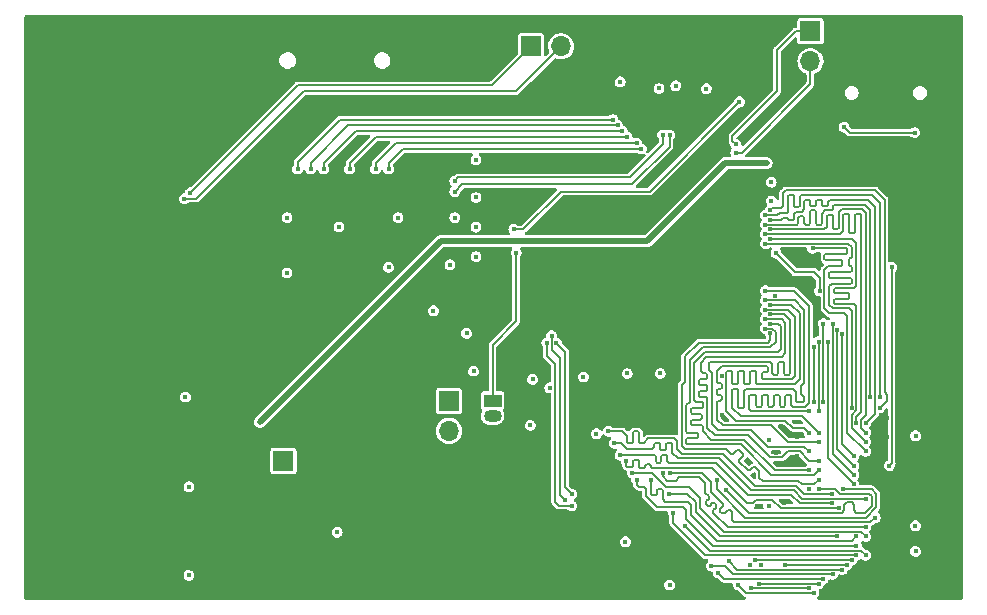
<source format=gbr>
%TF.GenerationSoftware,KiCad,Pcbnew,6.0.2+dfsg-1*%
%TF.CreationDate,2022-05-20T21:22:48+03:00*%
%TF.ProjectId,A13_test_project,4131335f-7465-4737-945f-70726f6a6563,rev?*%
%TF.SameCoordinates,Original*%
%TF.FileFunction,Copper,L4,Bot*%
%TF.FilePolarity,Positive*%
%FSLAX46Y46*%
G04 Gerber Fmt 4.6, Leading zero omitted, Abs format (unit mm)*
G04 Created by KiCad (PCBNEW 6.0.2+dfsg-1) date 2022-05-20 21:22:48*
%MOMM*%
%LPD*%
G01*
G04 APERTURE LIST*
%TA.AperFunction,ComponentPad*%
%ADD10R,1.500000X1.050000*%
%TD*%
%TA.AperFunction,ComponentPad*%
%ADD11O,1.500000X1.050000*%
%TD*%
%TA.AperFunction,ComponentPad*%
%ADD12O,1.000000X2.100000*%
%TD*%
%TA.AperFunction,ComponentPad*%
%ADD13O,1.000000X1.600000*%
%TD*%
%TA.AperFunction,ComponentPad*%
%ADD14R,1.700000X1.700000*%
%TD*%
%TA.AperFunction,ComponentPad*%
%ADD15O,1.700000X1.700000*%
%TD*%
%TA.AperFunction,ViaPad*%
%ADD16C,0.400000*%
%TD*%
%TA.AperFunction,Conductor*%
%ADD17C,0.200000*%
%TD*%
%TA.AperFunction,Conductor*%
%ADD18C,0.127000*%
%TD*%
%TA.AperFunction,Conductor*%
%ADD19C,0.500000*%
%TD*%
G04 APERTURE END LIST*
D10*
%TO.P,U2,1,~{RST}*%
%TO.N,RESET*%
X50400000Y-59900000D03*
D11*
%TO.P,U2,2,VDD*%
%TO.N,+3V3*%
X50400000Y-61170000D03*
%TO.P,U2,3,VSS*%
%TO.N,GND*%
X50400000Y-62440000D03*
%TD*%
D12*
%TO.P,J2,S1,SHIELD*%
%TO.N,GND*%
X88020000Y-34380000D03*
X79380000Y-34380000D03*
D13*
X79380000Y-30200000D03*
X88020000Y-30200000D03*
%TD*%
D14*
%TO.P,J7,1,Pin_1*%
%TO.N,Net-(U1-Pad85)*%
X77320000Y-28630000D03*
D15*
%TO.P,J7,2,Pin_2*%
%TO.N,Net-(U1-Pad84)*%
X77320000Y-31170000D03*
%TD*%
D14*
%TO.P,J6,1,Pin_1*%
%TO.N,RESET*%
X46700000Y-59925000D03*
D15*
%TO.P,J6,2,Pin_2*%
%TO.N,Net-(J6-Pad2)*%
X46700000Y-62465000D03*
%TD*%
D14*
%TO.P,J5,1,Pin_1*%
%TO.N,UBOOT*%
X32700000Y-65000000D03*
D15*
%TO.P,J5,2,Pin_2*%
%TO.N,GND*%
X32700000Y-67540000D03*
%TD*%
D14*
%TO.P,J3,1,Pin_1*%
%TO.N,UART1_RxD*%
X53660000Y-29900000D03*
D15*
%TO.P,J3,2,Pin_2*%
%TO.N,UART1_TxD*%
X56200000Y-29900000D03*
%TO.P,J3,3,Pin_3*%
%TO.N,GND*%
X58740000Y-29900000D03*
%TD*%
D16*
%TO.N,GND*%
X14100000Y-53100000D03*
X78120000Y-41610000D03*
X66590000Y-31680000D03*
X50900000Y-74700000D03*
X76200000Y-64600000D03*
X14800000Y-57100000D03*
X24500000Y-52700000D03*
X82000000Y-66600000D03*
X47500000Y-35100000D03*
X25600000Y-75600000D03*
X20600000Y-67200000D03*
X57200000Y-62800000D03*
X77200000Y-67400000D03*
X44600000Y-74400000D03*
X74400000Y-64300000D03*
X23000000Y-41700000D03*
X76500000Y-41000000D03*
X19100000Y-40400000D03*
X18800000Y-69600000D03*
X65400000Y-42400000D03*
X48000000Y-45200000D03*
X68100000Y-49700000D03*
X76200000Y-63000000D03*
X83800000Y-63000000D03*
X72000000Y-65000000D03*
X83790000Y-68790000D03*
X25200000Y-58100000D03*
X71100000Y-40600000D03*
X75100000Y-68600000D03*
X46400000Y-54200000D03*
X72500000Y-66200000D03*
X14800000Y-72300000D03*
X38200000Y-56700000D03*
X18900000Y-54400000D03*
X14800000Y-64700000D03*
X31000000Y-34500000D03*
X77310000Y-41610000D03*
X62000000Y-31100000D03*
X72820000Y-68820000D03*
X88000000Y-68800000D03*
X48000000Y-47700000D03*
X18700000Y-62000000D03*
X85550000Y-38800000D03*
X87200000Y-62900000D03*
X77400000Y-41000000D03*
X83450000Y-38600000D03*
X65700000Y-28500000D03*
X25450000Y-39000000D03*
X19300000Y-34500000D03*
X76800000Y-47200000D03*
X87300000Y-57700000D03*
X80950000Y-41000000D03*
X83800000Y-61400000D03*
X87180000Y-72670000D03*
X37250000Y-70050000D03*
X69800000Y-61100000D03*
X76400000Y-35900000D03*
X31500000Y-46200000D03*
X56900000Y-49700000D03*
X88200000Y-41100000D03*
X44400000Y-52300000D03*
X55100000Y-74900000D03*
X48000000Y-39500000D03*
X61650000Y-69350000D03*
X69000000Y-29500000D03*
X39200000Y-45200000D03*
X82800000Y-70600000D03*
X26100000Y-61700000D03*
X64600000Y-61100000D03*
X26100000Y-52300000D03*
X61500000Y-50600000D03*
X76200000Y-61700000D03*
X37000000Y-30500000D03*
X68900000Y-44400000D03*
X75200000Y-28300000D03*
X26700000Y-66200000D03*
X24400000Y-47600000D03*
X87200000Y-70500000D03*
X54400000Y-60700000D03*
X17500000Y-44000000D03*
X61800000Y-61100000D03*
X34100000Y-75600000D03*
X65400000Y-71200000D03*
X33100000Y-37200000D03*
X43300000Y-60900000D03*
X73700000Y-29700000D03*
X20500000Y-59600000D03*
X70400000Y-32500000D03*
X19400000Y-52100000D03*
X20400000Y-74700000D03*
X82000000Y-72200000D03*
X58700000Y-63700000D03*
X83800000Y-30000000D03*
X33000000Y-52000000D03*
X14100000Y-60500000D03*
X87900000Y-50900000D03*
X82800000Y-65000000D03*
X13700000Y-75000000D03*
X18500000Y-47600000D03*
X77400000Y-50800000D03*
X13200000Y-68600000D03*
X16300000Y-40300000D03*
X45800000Y-48400000D03*
X73100000Y-73800000D03*
X73600000Y-40700000D03*
X72700000Y-29700000D03*
X45600000Y-67400000D03*
X38200000Y-48300000D03*
X24900000Y-71400000D03*
X42700000Y-43200000D03*
X48000000Y-42700000D03*
X65270000Y-31680000D03*
X54000000Y-66100000D03*
X57200000Y-43700000D03*
X83800000Y-72600000D03*
X76400000Y-36900000D03*
X49100000Y-30100000D03*
%TO.N,+3V3*%
X55250000Y-58820000D03*
X41600000Y-48600000D03*
X64500000Y-33470000D03*
X74000000Y-41400000D03*
X49000000Y-39500000D03*
X37250000Y-71050000D03*
X68500000Y-33500000D03*
X33000000Y-44400000D03*
X47200000Y-44400000D03*
X49000000Y-47700000D03*
X61650000Y-71850000D03*
X33000000Y-49100000D03*
X42400000Y-44400000D03*
X24700000Y-67200000D03*
X37400000Y-45200000D03*
X48800000Y-57400000D03*
X53600000Y-62000000D03*
%TO.N,+1V5*%
X64600000Y-57600000D03*
X69800000Y-57800000D03*
X59200000Y-62700000D03*
X86220000Y-72670000D03*
X73780000Y-68780000D03*
X78100000Y-50600000D03*
X73800000Y-63200000D03*
X61800000Y-57600000D03*
X74300000Y-51000000D03*
X24700000Y-74700000D03*
X86200000Y-70500000D03*
X65400000Y-75500000D03*
X86220000Y-62880000D03*
X74400000Y-47400000D03*
X72200000Y-73800000D03*
%TO.N,RESET*%
X52400000Y-47400000D03*
%TO.N,+3V0*%
X73600000Y-39800000D03*
X30700000Y-61700000D03*
%TO.N,+1V2*%
X49000000Y-45200000D03*
X45400000Y-52300000D03*
X24400000Y-59600000D03*
X53800000Y-58100000D03*
X74000000Y-43000000D03*
X65920000Y-33240000D03*
X58100000Y-57900000D03*
X46800000Y-48400000D03*
X49000000Y-42700000D03*
X61200000Y-32900000D03*
X48200000Y-54200000D03*
%TO.N,uSD_CMD*%
X61400000Y-37100000D03*
X36100000Y-40300000D03*
%TO.N,uSD_DAT1*%
X41600000Y-40300000D03*
X63000000Y-38600000D03*
%TO.N,uSD_DAT0*%
X40500000Y-40300000D03*
X62600000Y-38100000D03*
%TO.N,uSD_DAT3*%
X35000000Y-40300000D03*
X61000000Y-36600000D03*
%TO.N,uSD_DAT2*%
X33900000Y-40300000D03*
X60600000Y-36100000D03*
%TO.N,USB0_BUS_DET*%
X71300000Y-34600000D03*
X52200000Y-45400000D03*
%TO.N,I2C_SCL*%
X47200000Y-42200000D03*
X65400000Y-37400000D03*
%TO.N,I2C_SDA*%
X47200000Y-41300000D03*
X64800000Y-37400000D03*
%TO.N,DDR3_A0*%
X73500000Y-46600000D03*
X80800000Y-60500000D03*
%TO.N,DDR3_A1*%
X78000000Y-62600000D03*
X73500000Y-51400000D03*
%TO.N,DDR3_A2*%
X73500000Y-45800000D03*
X81200000Y-61800000D03*
%TO.N,DDR3_A3*%
X82000000Y-63400000D03*
X73900000Y-46200000D03*
%TO.N,DDR3_A4*%
X73900000Y-51800000D03*
X77200000Y-62600000D03*
%TO.N,DDR3_A5*%
X82000000Y-62600000D03*
X73900000Y-45400000D03*
%TO.N,DDR3_A6*%
X77200000Y-60800000D03*
X73500000Y-50600000D03*
%TO.N,DDR3_A7*%
X83200000Y-60500000D03*
X73900000Y-43800000D03*
%TO.N,DDR3_A8*%
X77600000Y-60000000D03*
X77600000Y-55400000D03*
%TO.N,DDR3_A9*%
X82000000Y-61800000D03*
X73900000Y-44600000D03*
%TO.N,DDR3_A10*%
X73500000Y-53000000D03*
X78000000Y-65000000D03*
%TO.N,DDR3_A11*%
X78000000Y-60800000D03*
X78000000Y-54900000D03*
%TO.N,DDR3_A12*%
X73500000Y-52200000D03*
X78000000Y-63400000D03*
%TO.N,DDR3_A13*%
X82400000Y-59600000D03*
X73500000Y-45000000D03*
%TO.N,DDR3_A14*%
X78400000Y-53400000D03*
X78400000Y-60000000D03*
%TO.N,DDR3_BA0*%
X77500000Y-47000000D03*
X82000000Y-64200000D03*
%TO.N,DDR3_BA1*%
X77200000Y-64200000D03*
X73900000Y-52600000D03*
%TO.N,DDR3_BA2*%
X80000000Y-54300000D03*
X81000000Y-64600000D03*
%TO.N,DDR3_CK*%
X73900000Y-54200000D03*
X78000000Y-66600000D03*
%TO.N,DDR3_~{CK}*%
X78000000Y-65800000D03*
X73500000Y-53800000D03*
%TO.N,DDR3_CKE*%
X77200000Y-65800000D03*
X73900000Y-53400000D03*
%TO.N,DDR3_~{RESET}*%
X73500000Y-44200000D03*
X83200000Y-59600000D03*
%TO.N,DDR3_~{RAS}*%
X78800000Y-54900000D03*
X81000000Y-67000000D03*
%TO.N,DDR3_~{CAS}*%
X81000000Y-66200000D03*
X79200000Y-53400000D03*
%TO.N,DDR3_~{WE}*%
X81000000Y-65400000D03*
X79600000Y-53900000D03*
%TO.N,DDR3_ODT*%
X84000000Y-65400000D03*
X84200000Y-48600000D03*
%TO.N,DDR3_D0*%
X61700000Y-65000000D03*
X79700000Y-69000000D03*
%TO.N,DDR3_D1*%
X72600000Y-73400000D03*
X80800000Y-73400000D03*
%TO.N,DDR3_D2*%
X61200000Y-64500000D03*
X79100000Y-68600000D03*
%TO.N,DDR3_D3*%
X75200000Y-73800000D03*
X80400000Y-73800000D03*
%TO.N,DDR3_D4*%
X79100000Y-67800000D03*
X60200000Y-62500000D03*
%TO.N,DDR3_D5*%
X70200000Y-67500000D03*
X78000000Y-67400000D03*
%TO.N,DDR3_D6*%
X60700000Y-63500000D03*
X82000000Y-68200000D03*
%TO.N,DDR3_D7*%
X69400000Y-66600000D03*
X80100000Y-67400000D03*
%TO.N,DDR3_D8*%
X70400000Y-73500000D03*
X80000000Y-74200000D03*
%TO.N,DDR3_D9*%
X62600000Y-66600000D03*
X81200000Y-72200000D03*
%TO.N,DDR3_D10*%
X72950000Y-75400000D03*
X78000000Y-75400000D03*
%TO.N,DDR3_D11*%
X62225000Y-66000000D03*
X82000000Y-71400000D03*
%TO.N,DDR3_D12*%
X71200000Y-75500000D03*
X77600000Y-76200000D03*
%TO.N,DDR3_D13*%
X66700000Y-70500000D03*
X82000000Y-73000000D03*
%TO.N,DDR3_D14*%
X77200000Y-75800000D03*
X72300000Y-75800000D03*
%TO.N,DDR3_D15*%
X81200000Y-73000000D03*
X65700000Y-69400000D03*
%TO.N,DDR3_LDM*%
X79600000Y-71400000D03*
X65300000Y-67800000D03*
%TO.N,DDR3_UDM*%
X63800000Y-66600000D03*
X81200000Y-71400000D03*
%TO.N,DDR3_LDQS*%
X82000000Y-70600000D03*
X64800000Y-66000000D03*
%TO.N,DDR3_~{LDQS}*%
X65400000Y-66000000D03*
X82800000Y-69800000D03*
%TO.N,DDR3_UDQS*%
X68910000Y-73900000D03*
X79200000Y-74600000D03*
%TO.N,DDR3_~{UDQS}*%
X78400000Y-75000000D03*
X69500000Y-74500000D03*
%TO.N,UART1_RxD*%
X24800000Y-42300000D03*
%TO.N,UART1_TxD*%
X24300000Y-42800000D03*
%TO.N,Net-(U1-Pad85)*%
X71000000Y-38200000D03*
%TO.N,Net-(U1-Pad84)*%
X71000000Y-38900000D03*
%TO.N,uSD_CLK*%
X38300000Y-40300000D03*
X61800000Y-37600000D03*
%TO.N,~{WE}*%
X57100000Y-67800000D03*
X55800000Y-55000000D03*
%TO.N,ALE*%
X56500000Y-68300000D03*
X55400000Y-54400000D03*
%TO.N,CLE*%
X55000000Y-55000000D03*
X57100000Y-68800000D03*
%TO.N,+5VP*%
X80160000Y-36730000D03*
X86150000Y-37200000D03*
%TD*%
D17*
%TO.N,+1V5*%
X78100000Y-49500000D02*
X78100000Y-50600000D01*
X78000000Y-49400000D02*
X78100000Y-49500000D01*
X76000000Y-49000000D02*
X76800000Y-49000000D01*
X77600000Y-49000000D02*
X78000000Y-49400000D01*
X76800000Y-49000000D02*
X77600000Y-49000000D01*
X74400000Y-47400000D02*
X76000000Y-49000000D01*
D18*
%TO.N,RESET*%
X50400000Y-59900000D02*
X50400000Y-55200000D01*
X52400000Y-53200000D02*
X52400000Y-47400000D01*
X50400000Y-55200000D02*
X52400000Y-53200000D01*
D19*
%TO.N,+3V0*%
X30700000Y-61700000D02*
X46000000Y-46400000D01*
X63500000Y-46400000D02*
X70100000Y-39800000D01*
X70100000Y-39800000D02*
X73600000Y-39800000D01*
X46000000Y-46400000D02*
X63500000Y-46400000D01*
D18*
%TO.N,uSD_CMD*%
X36100000Y-39800000D02*
X36100000Y-40300000D01*
X38800000Y-37100000D02*
X36100000Y-39800000D01*
X61400000Y-37100000D02*
X38800000Y-37100000D01*
%TO.N,uSD_DAT1*%
X63000000Y-38600000D02*
X42800000Y-38600000D01*
X42800000Y-38600000D02*
X41600000Y-39800000D01*
X41600000Y-39800000D02*
X41600000Y-40300000D01*
%TO.N,uSD_DAT0*%
X62600000Y-38100000D02*
X42200000Y-38100000D01*
X40500000Y-39800000D02*
X40500000Y-40300000D01*
X42200000Y-38100000D02*
X40500000Y-39800000D01*
%TO.N,uSD_DAT3*%
X38200000Y-36600000D02*
X35000000Y-39800000D01*
X61000000Y-36600000D02*
X38200000Y-36600000D01*
X35000000Y-39800000D02*
X35000000Y-40300000D01*
%TO.N,uSD_DAT2*%
X37500000Y-36100000D02*
X33900000Y-39700000D01*
X33900000Y-39700000D02*
X33900000Y-40300000D01*
X60600000Y-36100000D02*
X37500000Y-36100000D01*
%TO.N,USB0_BUS_DET*%
X53000000Y-45400000D02*
X52200000Y-45400000D01*
X56200000Y-42200000D02*
X53000000Y-45400000D01*
X71300000Y-34600000D02*
X63700000Y-42200000D01*
X63700000Y-42200000D02*
X56200000Y-42200000D01*
%TO.N,I2C_SCL*%
X47800000Y-41600000D02*
X62200000Y-41600000D01*
X62200000Y-41600000D02*
X65400000Y-38400000D01*
X65400000Y-38400000D02*
X65400000Y-37400000D01*
X47200000Y-42200000D02*
X47800000Y-41600000D01*
%TO.N,I2C_SDA*%
X62000000Y-41000000D02*
X47500000Y-41000000D01*
X47500000Y-41000000D02*
X47200000Y-41300000D01*
X64800000Y-37400000D02*
X64800000Y-38200000D01*
X64800000Y-38200000D02*
X62000000Y-41000000D01*
%TO.N,DDR3_A0*%
X80800000Y-48600000D02*
X80575000Y-48375000D01*
X79000000Y-49000000D02*
X80700000Y-49000000D01*
X80800000Y-49900000D02*
X80800000Y-49600000D01*
X80800000Y-49600000D02*
X80700000Y-49500000D01*
X80800000Y-52300000D02*
X80600000Y-52100000D01*
X80700000Y-49500000D02*
X79000000Y-49500000D01*
X78900000Y-49100000D02*
X79000000Y-49000000D01*
X79200000Y-52100000D02*
X78900000Y-51800000D01*
X80575000Y-48375000D02*
X80575000Y-47925000D01*
X80600000Y-52100000D02*
X79200000Y-52100000D01*
X80800000Y-48900000D02*
X80800000Y-48600000D01*
X79000000Y-49500000D02*
X78900000Y-49400000D01*
X78900000Y-50225000D02*
X79125000Y-50000000D01*
X78900000Y-51800000D02*
X78900000Y-50225000D01*
X80700000Y-49000000D02*
X80800000Y-48900000D01*
X78900000Y-49400000D02*
X78900000Y-49100000D01*
X80800000Y-47700000D02*
X80800000Y-46900000D01*
X79125000Y-50000000D02*
X80700000Y-50000000D01*
X80800000Y-60500000D02*
X80800000Y-52300000D01*
X80575000Y-47925000D02*
X80800000Y-47700000D01*
X80800000Y-46900000D02*
X80500000Y-46600000D01*
X80700000Y-50000000D02*
X80800000Y-49900000D01*
X80500000Y-46600000D02*
X73500000Y-46600000D01*
%TO.N,DDR3_A1*%
X76800000Y-58400000D02*
X76800000Y-52200000D01*
X70800000Y-58900000D02*
X71100000Y-58900000D01*
X76100000Y-59200000D02*
X76100000Y-59900000D01*
X71850000Y-58950000D02*
X75850000Y-58950000D01*
X71700000Y-59100000D02*
X71850000Y-58950000D01*
X75850000Y-58950000D02*
X76100000Y-59200000D01*
X70700000Y-59000000D02*
X70800000Y-58900000D01*
X76100000Y-59900000D02*
X76200000Y-60000000D01*
X76800000Y-59600000D02*
X76500000Y-59300000D01*
X71200000Y-60400000D02*
X71300000Y-60500000D01*
X76800000Y-59900000D02*
X76800000Y-59600000D01*
X76200000Y-60000000D02*
X76700000Y-60000000D01*
X71400000Y-61200000D02*
X70700000Y-60500000D01*
X78000000Y-62600000D02*
X76600000Y-61200000D01*
X71600000Y-60500000D02*
X71700000Y-60400000D01*
X71100000Y-58900000D02*
X71200000Y-59000000D01*
X71700000Y-60400000D02*
X71700000Y-59100000D01*
X76800000Y-52200000D02*
X76000000Y-51400000D01*
X71300000Y-60500000D02*
X71600000Y-60500000D01*
X70700000Y-60500000D02*
X70700000Y-59000000D01*
X76000000Y-51400000D02*
X73500000Y-51400000D01*
X71200000Y-59000000D02*
X71200000Y-60400000D01*
X76500000Y-58700000D02*
X76800000Y-58400000D01*
X76600000Y-61200000D02*
X71400000Y-61200000D01*
X76700000Y-60000000D02*
X76800000Y-59900000D01*
X76500000Y-59300000D02*
X76500000Y-58700000D01*
%TO.N,DDR3_A2*%
X80700000Y-45700000D02*
X81000000Y-45700000D01*
X81500000Y-44100000D02*
X81600000Y-44200000D01*
X80100000Y-45545000D02*
X80100000Y-44200000D01*
X79845000Y-45800000D02*
X80100000Y-45545000D01*
X81600000Y-44200000D02*
X81600000Y-60900000D01*
X73500000Y-45800000D02*
X79845000Y-45800000D01*
X80600000Y-44200000D02*
X80600000Y-45600000D01*
X81100000Y-44200000D02*
X81200000Y-44100000D01*
X80200000Y-44100000D02*
X80500000Y-44100000D01*
X81000000Y-45700000D02*
X81100000Y-45600000D01*
X81200000Y-61300000D02*
X81200000Y-61800000D01*
X81200000Y-44100000D02*
X81500000Y-44100000D01*
X80500000Y-44100000D02*
X80600000Y-44200000D01*
X80600000Y-45600000D02*
X80700000Y-45700000D01*
X81600000Y-60900000D02*
X81200000Y-61300000D01*
X81100000Y-45600000D02*
X81100000Y-44200000D01*
X80100000Y-44200000D02*
X80200000Y-44100000D01*
%TO.N,DDR3_A3*%
X80825000Y-46200000D02*
X73900000Y-46200000D01*
X79300000Y-50700000D02*
X79300000Y-50500000D01*
X81200000Y-60700000D02*
X81200000Y-51900000D01*
X80500000Y-51300000D02*
X80600000Y-51200000D01*
X81200000Y-50200000D02*
X81200000Y-46575000D01*
X81200000Y-51900000D02*
X81000000Y-51700000D01*
X81000000Y-51700000D02*
X79400000Y-51700000D01*
X80600000Y-50900000D02*
X80500000Y-50800000D01*
X80800000Y-61100000D02*
X81200000Y-60700000D01*
X80800000Y-62200000D02*
X80800000Y-61100000D01*
X79300000Y-51600000D02*
X79300000Y-51400000D01*
X81000000Y-50400000D02*
X81200000Y-50200000D01*
X79400000Y-51700000D02*
X79300000Y-51600000D01*
X79300000Y-51400000D02*
X79400000Y-51300000D01*
X79400000Y-50400000D02*
X81000000Y-50400000D01*
X79400000Y-50800000D02*
X79300000Y-50700000D01*
X80600000Y-51200000D02*
X80600000Y-50900000D01*
X82000000Y-63400000D02*
X80800000Y-62200000D01*
X79300000Y-50500000D02*
X79400000Y-50400000D01*
X80500000Y-50800000D02*
X79400000Y-50800000D01*
X81200000Y-46575000D02*
X80825000Y-46200000D01*
X79400000Y-51300000D02*
X80500000Y-51300000D01*
%TO.N,DDR3_A4*%
X76400000Y-58100000D02*
X76400000Y-52500000D01*
X72800000Y-58500000D02*
X76000000Y-58500000D01*
X70200000Y-57500000D02*
X70300000Y-57400000D01*
X76000000Y-58500000D02*
X76400000Y-58100000D01*
X76800000Y-62200000D02*
X75800000Y-62200000D01*
X72700000Y-58400000D02*
X72800000Y-58500000D01*
X71800000Y-58500000D02*
X72100000Y-58500000D01*
X72600000Y-57400000D02*
X72700000Y-57500000D01*
X77200000Y-62600000D02*
X76800000Y-62200000D01*
X70800000Y-58500000D02*
X71100000Y-58500000D01*
X70300000Y-57400000D02*
X70600000Y-57400000D01*
X71600000Y-57400000D02*
X71700000Y-57500000D01*
X70700000Y-57500000D02*
X70700000Y-58400000D01*
X70200000Y-60800000D02*
X70200000Y-57500000D01*
X72300000Y-57400000D02*
X72600000Y-57400000D01*
X76400000Y-52500000D02*
X75700000Y-51800000D01*
X75700000Y-51800000D02*
X73900000Y-51800000D01*
X71100000Y-58500000D02*
X71200000Y-58400000D01*
X75200000Y-61600000D02*
X71000000Y-61600000D01*
X72200000Y-57500000D02*
X72300000Y-57400000D01*
X71000000Y-61600000D02*
X70200000Y-60800000D01*
X70600000Y-57400000D02*
X70700000Y-57500000D01*
X71300000Y-57400000D02*
X71600000Y-57400000D01*
X71700000Y-57500000D02*
X71700000Y-58400000D01*
X71700000Y-58400000D02*
X71800000Y-58500000D01*
X71200000Y-58400000D02*
X71200000Y-57500000D01*
X72200000Y-58400000D02*
X72200000Y-57500000D01*
X70700000Y-58400000D02*
X70800000Y-58500000D01*
X72700000Y-57500000D02*
X72700000Y-58400000D01*
X72100000Y-58500000D02*
X72200000Y-58400000D01*
X75800000Y-62200000D02*
X75200000Y-61600000D01*
X71200000Y-57500000D02*
X71300000Y-57400000D01*
%TO.N,DDR3_A5*%
X79100000Y-44200000D02*
X78800000Y-44200000D01*
X82000000Y-61100000D02*
X82000000Y-44000000D01*
X79600000Y-45400000D02*
X79300000Y-45400000D01*
X78700000Y-45200000D02*
X78500000Y-45400000D01*
X78500000Y-45400000D02*
X73900000Y-45400000D01*
X82000000Y-62600000D02*
X81600000Y-62200000D01*
X79200000Y-45300000D02*
X79200000Y-44300000D01*
X82000000Y-44000000D02*
X81700000Y-43700000D01*
X79200000Y-44300000D02*
X79100000Y-44200000D01*
X81700000Y-43700000D02*
X79950000Y-43700000D01*
X78800000Y-44200000D02*
X78700000Y-44300000D01*
X79300000Y-45400000D02*
X79200000Y-45300000D01*
X78700000Y-44300000D02*
X78700000Y-45200000D01*
X79700000Y-45300000D02*
X79600000Y-45400000D01*
X81600000Y-61500000D02*
X82000000Y-61100000D01*
X81600000Y-62200000D02*
X81600000Y-61500000D01*
X79700000Y-43950000D02*
X79700000Y-45300000D01*
X79950000Y-43700000D02*
X79700000Y-43950000D01*
%TO.N,DDR3_A6*%
X75200000Y-60300000D02*
X75100000Y-60400000D01*
X72700000Y-59500000D02*
X72600000Y-59400000D01*
X75300000Y-59400000D02*
X75200000Y-59500000D01*
X74200000Y-59500000D02*
X74200000Y-60300000D01*
X73800000Y-60400000D02*
X73700000Y-60300000D01*
X74700000Y-60300000D02*
X74700000Y-59500000D01*
X75100000Y-60400000D02*
X74800000Y-60400000D01*
X74200000Y-60300000D02*
X74100000Y-60400000D01*
X73500000Y-50600000D02*
X75900000Y-50600000D01*
X73600000Y-59400000D02*
X73300000Y-59400000D01*
X72100000Y-59500000D02*
X72100000Y-60600000D01*
X75700000Y-59500000D02*
X75600000Y-59400000D01*
X74800000Y-60400000D02*
X74700000Y-60300000D01*
X73200000Y-60300000D02*
X73100000Y-60400000D01*
X76887500Y-60400000D02*
X75800000Y-60400000D01*
X74300000Y-59400000D02*
X74200000Y-59500000D01*
X74100000Y-60400000D02*
X73800000Y-60400000D01*
X72700000Y-60300000D02*
X72700000Y-59500000D01*
X73700000Y-60300000D02*
X73700000Y-59500000D01*
X72600000Y-59400000D02*
X72200000Y-59400000D01*
X73100000Y-60400000D02*
X72800000Y-60400000D01*
X75200000Y-59500000D02*
X75200000Y-60300000D01*
X75600000Y-59400000D02*
X75300000Y-59400000D01*
X72100000Y-60600000D02*
X72300000Y-60800000D01*
X72300000Y-60800000D02*
X77200000Y-60800000D01*
X75700000Y-60300000D02*
X75700000Y-59500000D01*
X72800000Y-60400000D02*
X72700000Y-60300000D01*
X73700000Y-59500000D02*
X73600000Y-59400000D01*
X73200000Y-59500000D02*
X73200000Y-60300000D01*
X72200000Y-59400000D02*
X72100000Y-59500000D01*
X74700000Y-59500000D02*
X74600000Y-59400000D01*
X77200000Y-51900000D02*
X77200000Y-60087500D01*
X75800000Y-60400000D02*
X75700000Y-60300000D01*
X77200000Y-60087500D02*
X76887500Y-60400000D01*
X74600000Y-59400000D02*
X74300000Y-59400000D01*
X73300000Y-59400000D02*
X73200000Y-59500000D01*
X75900000Y-50600000D02*
X77200000Y-51900000D01*
%TO.N,DDR3_A7*%
X74100000Y-43600000D02*
X73900000Y-43800000D01*
X83600000Y-59200000D02*
X83600000Y-42900000D01*
X75230000Y-42100000D02*
X75000000Y-42330000D01*
X82800000Y-42100000D02*
X75230000Y-42100000D01*
X75000000Y-42330000D02*
X75000000Y-43400000D01*
X83200000Y-60500000D02*
X83800000Y-59900000D01*
X75000000Y-43400000D02*
X74800000Y-43600000D01*
X83800000Y-59400000D02*
X83600000Y-59200000D01*
X74800000Y-43600000D02*
X74100000Y-43600000D01*
X83600000Y-42900000D02*
X82800000Y-42100000D01*
X83800000Y-59900000D02*
X83800000Y-59400000D01*
%TO.N,DDR3_A8*%
X77600000Y-55400000D02*
X77600000Y-60000000D01*
%TO.N,DDR3_A9*%
X78800000Y-43100000D02*
X79000000Y-42900000D01*
X76800000Y-43000000D02*
X76900000Y-42900000D01*
X82800000Y-61000000D02*
X82000000Y-61800000D01*
X78800000Y-43300000D02*
X78800000Y-43100000D01*
X78300000Y-43300000D02*
X78400000Y-43400000D01*
X77400000Y-43400000D02*
X77700000Y-43400000D01*
X74800000Y-44600000D02*
X75000000Y-44400000D01*
X77300000Y-43300000D02*
X77400000Y-43400000D01*
X76110000Y-43900000D02*
X76600000Y-43900000D01*
X78300000Y-43000000D02*
X78300000Y-43300000D01*
X75500000Y-44600000D02*
X75800000Y-44600000D01*
X75900000Y-44110000D02*
X76110000Y-43900000D01*
X77900000Y-42900000D02*
X78200000Y-42900000D01*
X77800000Y-43000000D02*
X77900000Y-42900000D01*
X78400000Y-43400000D02*
X78700000Y-43400000D01*
X75300000Y-44400000D02*
X75500000Y-44600000D01*
X79000000Y-42900000D02*
X82200000Y-42900000D01*
X82200000Y-42900000D02*
X82800000Y-43500000D01*
X77200000Y-42900000D02*
X77300000Y-43000000D01*
X73900000Y-44600000D02*
X74800000Y-44600000D01*
X77800000Y-43300000D02*
X77800000Y-43000000D01*
X77700000Y-43400000D02*
X77800000Y-43300000D01*
X76900000Y-42900000D02*
X77200000Y-42900000D01*
X78200000Y-42900000D02*
X78300000Y-43000000D01*
X75800000Y-44600000D02*
X75900000Y-44500000D01*
X76800000Y-43700000D02*
X76800000Y-43000000D01*
X75000000Y-44400000D02*
X75300000Y-44400000D01*
X82800000Y-43500000D02*
X82800000Y-61000000D01*
X75900000Y-44500000D02*
X75900000Y-44110000D01*
X77300000Y-43000000D02*
X77300000Y-43300000D01*
X78700000Y-43400000D02*
X78800000Y-43300000D01*
X76600000Y-43900000D02*
X76800000Y-43700000D01*
%TO.N,DDR3_A10*%
X67900000Y-59200000D02*
X68000000Y-59100000D01*
X69200000Y-62800000D02*
X68600000Y-62200000D01*
X68500000Y-58100000D02*
X68600000Y-58000000D01*
X68000000Y-59600000D02*
X67900000Y-59500000D01*
X68600000Y-58700000D02*
X68500000Y-58600000D01*
X68510000Y-56200000D02*
X74900000Y-56200000D01*
X74900000Y-53000000D02*
X73500000Y-53000000D01*
X68600000Y-62200000D02*
X68600000Y-59700000D01*
X68500000Y-58600000D02*
X68000000Y-58600000D01*
X75200000Y-53300000D02*
X74900000Y-53000000D01*
X77200000Y-65000000D02*
X76400000Y-64200000D01*
X74900000Y-64700000D02*
X73900000Y-64700000D01*
X78000000Y-65000000D02*
X77200000Y-65000000D01*
X68500000Y-59600000D02*
X68000000Y-59600000D01*
X74900000Y-56200000D02*
X75200000Y-55900000D01*
X68600000Y-59000000D02*
X68600000Y-58700000D01*
X68500000Y-59100000D02*
X68600000Y-59000000D01*
X75400000Y-64200000D02*
X74900000Y-64700000D01*
X67900000Y-58200000D02*
X68000000Y-58100000D01*
X75200000Y-55900000D02*
X75200000Y-53300000D01*
X73900000Y-64700000D02*
X72000000Y-62800000D01*
X68600000Y-57700000D02*
X68500000Y-57600000D01*
X68600000Y-59700000D02*
X68500000Y-59600000D01*
X68000000Y-58600000D02*
X67900000Y-58500000D01*
X68025000Y-57425000D02*
X68025000Y-56685000D01*
X68025000Y-56685000D02*
X68510000Y-56200000D01*
X67900000Y-59500000D02*
X67900000Y-59200000D01*
X68500000Y-57600000D02*
X68200000Y-57600000D01*
X68200000Y-57600000D02*
X68025000Y-57425000D01*
X68000000Y-59100000D02*
X68500000Y-59100000D01*
X68600000Y-58000000D02*
X68600000Y-57700000D01*
X67900000Y-58500000D02*
X67900000Y-58200000D01*
X68000000Y-58100000D02*
X68500000Y-58100000D01*
X76400000Y-64200000D02*
X75400000Y-64200000D01*
X72000000Y-62800000D02*
X69200000Y-62800000D01*
%TO.N,DDR3_A11*%
X78000000Y-54900000D02*
X78000000Y-60800000D01*
%TO.N,DDR3_A12*%
X73600000Y-57000000D02*
X69800000Y-57000000D01*
X69800000Y-57000000D02*
X69400000Y-57400000D01*
X73175000Y-57975000D02*
X73175000Y-57625000D01*
X73175000Y-57625000D02*
X73300000Y-57500000D01*
X73500000Y-52200000D02*
X75400000Y-52200000D01*
X73700000Y-57100000D02*
X73600000Y-57000000D01*
X69500000Y-58400000D02*
X69700000Y-58400000D01*
X76000000Y-52800000D02*
X76000000Y-57825000D01*
X69800000Y-58800000D02*
X69700000Y-58900000D01*
X69800000Y-59800000D02*
X69700000Y-59900000D01*
X73300000Y-57500000D02*
X73600000Y-57500000D01*
X73700000Y-57400000D02*
X73700000Y-57100000D01*
X69700000Y-59400000D02*
X69800000Y-59500000D01*
X76000000Y-57825000D02*
X75725000Y-58100000D01*
X69400000Y-58300000D02*
X69500000Y-58400000D01*
X73600000Y-57500000D02*
X73700000Y-57400000D01*
X69700000Y-58400000D02*
X69800000Y-58500000D01*
X75400000Y-52200000D02*
X76000000Y-52800000D01*
X73300000Y-58100000D02*
X73175000Y-57975000D01*
X75400000Y-63400000D02*
X78000000Y-63400000D01*
X69400000Y-57400000D02*
X69400000Y-58300000D01*
X69900000Y-62000000D02*
X74000000Y-62000000D01*
X69800000Y-58500000D02*
X69800000Y-58800000D01*
X69800000Y-59500000D02*
X69800000Y-59800000D01*
X69400000Y-59000000D02*
X69400000Y-59300000D01*
X75725000Y-58100000D02*
X73300000Y-58100000D01*
X69400000Y-59300000D02*
X69500000Y-59400000D01*
X74000000Y-62000000D02*
X75400000Y-63400000D01*
X69400000Y-61500000D02*
X69900000Y-62000000D01*
X69500000Y-58900000D02*
X69400000Y-59000000D01*
X69500000Y-59900000D02*
X69400000Y-60000000D01*
X69700000Y-58900000D02*
X69500000Y-58900000D01*
X69700000Y-59900000D02*
X69500000Y-59900000D01*
X69500000Y-59400000D02*
X69700000Y-59400000D01*
X69400000Y-60000000D02*
X69400000Y-61500000D01*
%TO.N,DDR3_A13*%
X78590000Y-43800000D02*
X79100000Y-43800000D01*
X77400000Y-43800000D02*
X77700000Y-43800000D01*
X79200000Y-43400000D02*
X79300000Y-43300000D01*
X73500000Y-45000000D02*
X76200000Y-45000000D01*
X76300000Y-44900000D02*
X76300000Y-44400000D01*
X77300000Y-44900000D02*
X77300000Y-43900000D01*
X77800000Y-44900000D02*
X77900000Y-45000000D01*
X77300000Y-43900000D02*
X77400000Y-43800000D01*
X77900000Y-45000000D02*
X78200000Y-45000000D01*
X82400000Y-43800000D02*
X82400000Y-59600000D01*
X78300000Y-44900000D02*
X78300000Y-44090000D01*
X81900000Y-43300000D02*
X82400000Y-43800000D01*
X76300000Y-44400000D02*
X76400000Y-44300000D01*
X76400000Y-44300000D02*
X76700000Y-44300000D01*
X76700000Y-44300000D02*
X76800000Y-44400000D01*
X76800000Y-44400000D02*
X76800000Y-44900000D01*
X76200000Y-45000000D02*
X76300000Y-44900000D01*
X77800000Y-43900000D02*
X77800000Y-44900000D01*
X79100000Y-43800000D02*
X79200000Y-43700000D01*
X78300000Y-44090000D02*
X78590000Y-43800000D01*
X77700000Y-43800000D02*
X77800000Y-43900000D01*
X78200000Y-45000000D02*
X78300000Y-44900000D01*
X79300000Y-43300000D02*
X81900000Y-43300000D01*
X77200000Y-45000000D02*
X77300000Y-44900000D01*
X76900000Y-45000000D02*
X77200000Y-45000000D01*
X79200000Y-43700000D02*
X79200000Y-43400000D01*
X76800000Y-44900000D02*
X76900000Y-45000000D01*
%TO.N,DDR3_A14*%
X78400000Y-53400000D02*
X78400000Y-60000000D01*
%TO.N,DDR3_BA0*%
X79900000Y-48000000D02*
X78600000Y-48000000D01*
X78500000Y-52100000D02*
X78500000Y-48825000D01*
X80400000Y-47100000D02*
X80300000Y-47000000D01*
X80000000Y-48400000D02*
X80000000Y-48100000D01*
X80400000Y-52710000D02*
X80190000Y-52500000D01*
X79900000Y-48500000D02*
X80000000Y-48400000D01*
X78500000Y-47600000D02*
X78600000Y-47500000D01*
X80300000Y-47000000D02*
X77500000Y-47000000D01*
X78500000Y-47900000D02*
X78500000Y-47600000D01*
X78900000Y-52500000D02*
X78500000Y-52100000D01*
X78825000Y-48500000D02*
X79900000Y-48500000D01*
X80000000Y-48100000D02*
X79900000Y-48000000D01*
X78600000Y-47500000D02*
X80300000Y-47500000D01*
X80400000Y-62600000D02*
X80400000Y-52710000D01*
X78500000Y-48825000D02*
X78825000Y-48500000D01*
X82000000Y-64200000D02*
X80400000Y-62600000D01*
X80300000Y-47500000D02*
X80400000Y-47400000D01*
X78600000Y-48000000D02*
X78500000Y-47900000D01*
X80190000Y-52500000D02*
X78900000Y-52500000D01*
X80400000Y-47400000D02*
X80400000Y-47100000D01*
%TO.N,DDR3_BA1*%
X76800000Y-63800000D02*
X77200000Y-64200000D01*
X74600000Y-57600000D02*
X74500000Y-57700000D01*
X72300000Y-62400000D02*
X73700000Y-63800000D01*
X74200000Y-57700000D02*
X74100000Y-57600000D01*
X69500000Y-62400000D02*
X72300000Y-62400000D01*
X75100000Y-56700000D02*
X75000000Y-56600000D01*
X75100000Y-52600000D02*
X75600000Y-53100000D01*
X73700000Y-63800000D02*
X76800000Y-63800000D01*
X74600000Y-56700000D02*
X74600000Y-57600000D01*
X68700000Y-57300000D02*
X69000000Y-57600000D01*
X68700000Y-56700000D02*
X68700000Y-57300000D01*
X75500000Y-57700000D02*
X75200000Y-57700000D01*
X74500000Y-57700000D02*
X74200000Y-57700000D01*
X69000000Y-57600000D02*
X69000000Y-61900000D01*
X74700000Y-56600000D02*
X74600000Y-56700000D01*
X75000000Y-56600000D02*
X74700000Y-56600000D01*
X75600000Y-53100000D02*
X75600000Y-57600000D01*
X69000000Y-61900000D02*
X69500000Y-62400000D01*
X73900000Y-52600000D02*
X75100000Y-52600000D01*
X68800000Y-56600000D02*
X68700000Y-56700000D01*
X75100000Y-57600000D02*
X75100000Y-56700000D01*
X75600000Y-57600000D02*
X75500000Y-57700000D01*
X73900000Y-56600000D02*
X68800000Y-56600000D01*
X75200000Y-57700000D02*
X75100000Y-57600000D01*
X74100000Y-56800000D02*
X73900000Y-56600000D01*
X74100000Y-57600000D02*
X74100000Y-56800000D01*
%TO.N,DDR3_BA2*%
X80000000Y-54300000D02*
X80000000Y-63600000D01*
X80000000Y-63600000D02*
X81000000Y-64600000D01*
%TO.N,DDR3_CK*%
X71300000Y-64100000D02*
X71600000Y-64400000D01*
X73900000Y-54800000D02*
X73700000Y-55000000D01*
X66700000Y-64000000D02*
X70200000Y-64000000D01*
X67850000Y-55000000D02*
X66700000Y-56150000D01*
X70800000Y-64400000D02*
X71100000Y-64100000D01*
X66400000Y-58600000D02*
X66400000Y-63700000D01*
X73000000Y-65900000D02*
X73000000Y-66425000D01*
X73900000Y-54200000D02*
X73900000Y-54800000D01*
X72450000Y-65550000D02*
X72650000Y-65550000D01*
X77600000Y-67000000D02*
X78000000Y-66600000D01*
X72000000Y-65800000D02*
X72200000Y-65800000D01*
X71600000Y-64400000D02*
X71600000Y-64600000D01*
X71100000Y-64100000D02*
X71300000Y-64100000D01*
X71600000Y-64600000D02*
X71300000Y-64900000D01*
X73275000Y-66700000D02*
X76300000Y-66700000D01*
X76300000Y-66700000D02*
X76600000Y-67000000D01*
X70600000Y-64400000D02*
X70800000Y-64400000D01*
X66400000Y-63700000D02*
X66700000Y-64000000D01*
X72650000Y-65550000D02*
X73000000Y-65900000D01*
X73700000Y-55000000D02*
X67850000Y-55000000D01*
X66700000Y-58300000D02*
X66400000Y-58600000D01*
X72200000Y-65800000D02*
X72450000Y-65550000D01*
X71300000Y-65100000D02*
X72000000Y-65800000D01*
X66700000Y-56150000D02*
X66700000Y-58300000D01*
X71300000Y-64900000D02*
X71300000Y-65100000D01*
X70200000Y-64000000D02*
X70600000Y-64400000D01*
X73000000Y-66425000D02*
X73275000Y-66700000D01*
X76600000Y-67000000D02*
X77600000Y-67000000D01*
%TO.N,DDR3_~{CK}*%
X67700000Y-63100000D02*
X67800000Y-63000000D01*
X74400000Y-54900000D02*
X74400000Y-54100000D01*
X67800000Y-63000000D02*
X67800000Y-62700000D01*
X78000000Y-65800000D02*
X77600000Y-66200000D01*
X67800000Y-62700000D02*
X67700000Y-62600000D01*
X67700000Y-62600000D02*
X66900000Y-62600000D01*
X67100000Y-60000000D02*
X67100000Y-56500000D01*
X66900000Y-63600000D02*
X66800000Y-63500000D01*
X74100000Y-53800000D02*
X73500000Y-53800000D01*
X66900000Y-62600000D02*
X66800000Y-62500000D01*
X74400000Y-54100000D02*
X74100000Y-53800000D01*
X68200000Y-55400000D02*
X73900000Y-55400000D01*
X66800000Y-63200000D02*
X66900000Y-63100000D01*
X71400000Y-63600000D02*
X66900000Y-63600000D01*
X77600000Y-66200000D02*
X74000000Y-66200000D01*
X66800000Y-62500000D02*
X66800000Y-60300000D01*
X67100000Y-56500000D02*
X68200000Y-55400000D01*
X73900000Y-55400000D02*
X74400000Y-54900000D01*
X74000000Y-66200000D02*
X71400000Y-63600000D01*
X66800000Y-63500000D02*
X66800000Y-63200000D01*
X66900000Y-63100000D02*
X67700000Y-63100000D01*
X66800000Y-60300000D02*
X67100000Y-60000000D01*
%TO.N,DDR3_CKE*%
X68200000Y-62100000D02*
X68100000Y-62000000D01*
X67200000Y-61600000D02*
X67300000Y-61500000D01*
X68100000Y-60500000D02*
X68200000Y-60400000D01*
X67500000Y-59850000D02*
X67500000Y-56700000D01*
X67300000Y-61000000D02*
X67200000Y-60900000D01*
X74800000Y-53600000D02*
X74600000Y-53400000D01*
X74800000Y-55550000D02*
X74800000Y-53600000D01*
X68100000Y-61400000D02*
X68100000Y-61100000D01*
X67300000Y-62000000D02*
X67200000Y-61900000D01*
X74300000Y-65800000D02*
X71700000Y-63200000D01*
X77200000Y-65800000D02*
X74300000Y-65800000D01*
X68200000Y-60400000D02*
X68200000Y-60100000D01*
X67300000Y-61500000D02*
X68000000Y-61500000D01*
X74550000Y-55800000D02*
X74800000Y-55550000D01*
X67200000Y-61900000D02*
X67200000Y-61600000D01*
X68100000Y-60000000D02*
X67650000Y-60000000D01*
X74600000Y-53400000D02*
X73900000Y-53400000D01*
X68200000Y-62500000D02*
X68200000Y-62100000D01*
X67200000Y-60600000D02*
X67300000Y-60500000D01*
X67650000Y-60000000D02*
X67500000Y-59850000D01*
X67200000Y-60900000D02*
X67200000Y-60600000D01*
X71700000Y-63200000D02*
X68900000Y-63200000D01*
X68000000Y-61500000D02*
X68100000Y-61400000D01*
X68100000Y-61100000D02*
X68000000Y-61000000D01*
X68900000Y-63200000D02*
X68200000Y-62500000D01*
X68100000Y-62000000D02*
X67300000Y-62000000D01*
X68000000Y-61000000D02*
X67300000Y-61000000D01*
X67500000Y-56700000D02*
X68400000Y-55800000D01*
X68200000Y-60100000D02*
X68100000Y-60000000D01*
X67300000Y-60500000D02*
X68100000Y-60500000D01*
X68400000Y-55800000D02*
X74550000Y-55800000D01*
%TO.N,DDR3_~{RESET}*%
X76400000Y-42650000D02*
X76550000Y-42500000D01*
X76550000Y-42500000D02*
X82500000Y-42500000D01*
X74700000Y-44000000D02*
X75300000Y-44000000D01*
X75800000Y-42500000D02*
X75900000Y-42600000D01*
X75400000Y-43900000D02*
X75400000Y-42600000D01*
X76000000Y-43500000D02*
X76300000Y-43500000D01*
X74500000Y-44200000D02*
X74700000Y-44000000D01*
X75900000Y-42600000D02*
X75900000Y-43400000D01*
X75500000Y-42500000D02*
X75800000Y-42500000D01*
X75300000Y-44000000D02*
X75400000Y-43900000D01*
X75400000Y-42600000D02*
X75500000Y-42500000D01*
X76300000Y-43500000D02*
X76400000Y-43400000D01*
X75900000Y-43400000D02*
X76000000Y-43500000D01*
X83200000Y-43200000D02*
X83200000Y-59600000D01*
X76400000Y-43400000D02*
X76400000Y-42650000D01*
X73500000Y-44200000D02*
X74500000Y-44200000D01*
X82500000Y-42500000D02*
X83200000Y-43200000D01*
%TO.N,DDR3_~{RAS}*%
X78800000Y-54900000D02*
X78800000Y-64800000D01*
X78800000Y-64800000D02*
X81000000Y-67000000D01*
%TO.N,DDR3_~{CAS}*%
X79200000Y-64400000D02*
X81000000Y-66200000D01*
X79200000Y-53400000D02*
X79200000Y-64400000D01*
%TO.N,DDR3_~{WE}*%
X79600000Y-53900000D02*
X79600000Y-64000000D01*
X79600000Y-64000000D02*
X81000000Y-65400000D01*
%TO.N,DDR3_ODT*%
X84200000Y-65200000D02*
X84000000Y-65400000D01*
X84200000Y-48600000D02*
X84200000Y-65200000D01*
%TO.N,DDR3_D0*%
X63800000Y-65400000D02*
X63800000Y-65500000D01*
X71970000Y-68570000D02*
X72430000Y-68570000D01*
X61700000Y-65000000D02*
X61700000Y-65400000D01*
X63300000Y-65500000D02*
X63300000Y-65400000D01*
X72700000Y-68300000D02*
X74100000Y-68300000D01*
X63800000Y-65500000D02*
X63900000Y-65600000D01*
X62300000Y-65400000D02*
X62300000Y-65000000D01*
X62200000Y-65500000D02*
X62300000Y-65400000D01*
X63440000Y-65260000D02*
X63660000Y-65260000D01*
X62800000Y-65000000D02*
X62800000Y-65500000D01*
X74100000Y-68300000D02*
X74800000Y-69000000D01*
X62300000Y-65000000D02*
X62400000Y-64900000D01*
X74800000Y-69000000D02*
X79700000Y-69000000D01*
X63300000Y-65400000D02*
X63440000Y-65260000D01*
X62400000Y-64900000D02*
X62700000Y-64900000D01*
X63200000Y-65600000D02*
X63300000Y-65500000D01*
X72430000Y-68570000D02*
X72700000Y-68300000D01*
X61800000Y-65500000D02*
X62200000Y-65500000D01*
X62700000Y-64900000D02*
X62800000Y-65000000D01*
X63660000Y-65260000D02*
X63800000Y-65400000D01*
X63900000Y-65600000D02*
X69000000Y-65600000D01*
X61700000Y-65400000D02*
X61800000Y-65500000D01*
X69000000Y-65600000D02*
X71970000Y-68570000D01*
X62900000Y-65600000D02*
X63200000Y-65600000D01*
X62800000Y-65500000D02*
X62900000Y-65600000D01*
%TO.N,DDR3_D1*%
X72600000Y-73400000D02*
X80800000Y-73400000D01*
%TO.N,DDR3_D2*%
X65100000Y-64500000D02*
X65200000Y-64600000D01*
X72000000Y-67900000D02*
X75700000Y-67900000D01*
X64200000Y-65050000D02*
X64325000Y-65175000D01*
X69300000Y-65200000D02*
X72000000Y-67900000D01*
X61200000Y-64500000D02*
X64100000Y-64500000D01*
X64800000Y-64500000D02*
X65100000Y-64500000D01*
X75700000Y-67900000D02*
X76400000Y-68600000D01*
X65375000Y-65200000D02*
X69300000Y-65200000D01*
X64700000Y-65050000D02*
X64700000Y-64600000D01*
X64200000Y-64600000D02*
X64200000Y-65050000D01*
X65200000Y-65025000D02*
X65375000Y-65200000D01*
X64325000Y-65175000D02*
X64575000Y-65175000D01*
X64575000Y-65175000D02*
X64700000Y-65050000D01*
X65200000Y-64600000D02*
X65200000Y-65025000D01*
X64700000Y-64600000D02*
X64800000Y-64500000D01*
X64100000Y-64500000D02*
X64200000Y-64600000D01*
X76400000Y-68600000D02*
X79100000Y-68600000D01*
%TO.N,DDR3_D3*%
X75200000Y-73800000D02*
X80400000Y-73800000D01*
%TO.N,DDR3_D4*%
X63200000Y-63500000D02*
X62900000Y-63500000D01*
X66000000Y-63300000D02*
X65800000Y-63100000D01*
X76100000Y-67100000D02*
X72600000Y-67100000D01*
X62300000Y-62600000D02*
X62300000Y-63400000D01*
X62800000Y-62600000D02*
X62700000Y-62500000D01*
X61800000Y-62900000D02*
X61400000Y-62500000D01*
X61400000Y-62500000D02*
X60200000Y-62500000D01*
X66000000Y-64000000D02*
X66000000Y-63300000D01*
X62300000Y-63400000D02*
X62200000Y-63500000D01*
X65800000Y-63100000D02*
X63600000Y-63100000D01*
X79100000Y-67800000D02*
X76800000Y-67800000D01*
X62900000Y-63500000D02*
X62800000Y-63400000D01*
X66400000Y-64400000D02*
X66000000Y-64000000D01*
X62700000Y-62500000D02*
X62400000Y-62500000D01*
X62200000Y-63500000D02*
X61900000Y-63500000D01*
X62800000Y-63400000D02*
X62800000Y-62600000D01*
X62400000Y-62500000D02*
X62300000Y-62600000D01*
X63600000Y-63100000D02*
X63200000Y-63500000D01*
X69900000Y-64400000D02*
X66400000Y-64400000D01*
X72600000Y-67100000D02*
X69900000Y-64400000D01*
X61900000Y-63500000D02*
X61800000Y-63400000D01*
X61800000Y-63400000D02*
X61800000Y-62900000D01*
X76800000Y-67800000D02*
X76100000Y-67100000D01*
%TO.N,DDR3_D5*%
X80800000Y-68500000D02*
X81000000Y-68700000D01*
X82500000Y-68800000D02*
X82500000Y-68000000D01*
X80200000Y-68700000D02*
X80400000Y-68500000D01*
X72100000Y-69400000D02*
X80000000Y-69400000D01*
X82300000Y-67800000D02*
X79800000Y-67800000D01*
X70200000Y-67500000D02*
X72100000Y-69400000D01*
X81000000Y-69200000D02*
X81200000Y-69400000D01*
X81000000Y-68700000D02*
X81000000Y-69200000D01*
X80200000Y-69200000D02*
X80200000Y-68700000D01*
X79400000Y-67400000D02*
X78000000Y-67400000D01*
X81900000Y-69400000D02*
X82500000Y-68800000D01*
X79800000Y-67800000D02*
X79400000Y-67400000D01*
X80000000Y-69400000D02*
X80200000Y-69200000D01*
X81200000Y-69400000D02*
X81900000Y-69400000D01*
X82500000Y-68000000D02*
X82300000Y-67800000D01*
X80400000Y-68500000D02*
X80800000Y-68500000D01*
%TO.N,DDR3_D6*%
X64100000Y-63600000D02*
X64200000Y-63500000D01*
X65100000Y-64000000D02*
X65100000Y-63600000D01*
X64100000Y-63800000D02*
X64100000Y-63600000D01*
X69600000Y-64800000D02*
X72300000Y-67500000D01*
X65500000Y-63500000D02*
X65600000Y-63600000D01*
X64600000Y-64000000D02*
X64700000Y-64100000D01*
X65600000Y-63600000D02*
X65600000Y-64300000D01*
X65000000Y-64100000D02*
X65100000Y-64000000D01*
X76600000Y-68200000D02*
X82000000Y-68200000D01*
X61300000Y-63500000D02*
X61760000Y-63960000D01*
X64700000Y-64100000D02*
X65000000Y-64100000D01*
X61760000Y-63960000D02*
X63940000Y-63960000D01*
X63940000Y-63960000D02*
X64100000Y-63800000D01*
X64500000Y-63500000D02*
X64600000Y-63600000D01*
X65600000Y-64300000D02*
X66100000Y-64800000D01*
X64600000Y-63600000D02*
X64600000Y-64000000D01*
X64200000Y-63500000D02*
X64500000Y-63500000D01*
X65200000Y-63500000D02*
X65500000Y-63500000D01*
X66100000Y-64800000D02*
X69600000Y-64800000D01*
X75900000Y-67500000D02*
X76600000Y-68200000D01*
X65100000Y-63600000D02*
X65200000Y-63500000D01*
X60700000Y-63500000D02*
X61300000Y-63500000D01*
X72300000Y-67500000D02*
X75900000Y-67500000D01*
%TO.N,DDR3_D7*%
X82900000Y-68900000D02*
X82000000Y-69800000D01*
X80100000Y-67400000D02*
X82500000Y-67400000D01*
X82900000Y-67800000D02*
X82900000Y-68900000D01*
X82000000Y-69800000D02*
X71800000Y-69800000D01*
X71800000Y-69800000D02*
X69400000Y-67400000D01*
X82500000Y-67400000D02*
X82900000Y-67800000D01*
X69400000Y-67400000D02*
X69400000Y-66600000D01*
%TO.N,DDR3_D8*%
X71100000Y-74200000D02*
X80000000Y-74200000D01*
X70400000Y-73500000D02*
X71100000Y-74200000D01*
%TO.N,DDR3_D9*%
X69100000Y-72200000D02*
X66800000Y-69900000D01*
X64300000Y-68900000D02*
X63400000Y-68000000D01*
X66800000Y-69150000D02*
X66550000Y-68900000D01*
X63240000Y-67200000D02*
X62780000Y-67200000D01*
X62600000Y-67020000D02*
X62600000Y-66600000D01*
X62780000Y-67200000D02*
X62600000Y-67020000D01*
X66800000Y-69900000D02*
X66800000Y-69150000D01*
X63400000Y-68000000D02*
X63400000Y-67360000D01*
X63400000Y-67360000D02*
X63240000Y-67200000D01*
X66550000Y-68900000D02*
X64300000Y-68900000D01*
X81200000Y-72200000D02*
X69100000Y-72200000D01*
%TO.N,DDR3_D10*%
X72950000Y-75400000D02*
X78000000Y-75400000D01*
%TO.N,DDR3_D11*%
X67065000Y-67200000D02*
X68000000Y-68135000D01*
X62225000Y-66000000D02*
X63900000Y-66000000D01*
X63900000Y-66000000D02*
X65100000Y-67200000D01*
X70025000Y-71000000D02*
X81600000Y-71000000D01*
X81600000Y-71000000D02*
X82000000Y-71400000D01*
X65100000Y-67200000D02*
X67065000Y-67200000D01*
X68000000Y-68135000D02*
X68000000Y-68975000D01*
X68000000Y-68975000D02*
X70025000Y-71000000D01*
%TO.N,DDR3_D12*%
X71200000Y-75500000D02*
X71900000Y-76200000D01*
X71900000Y-76200000D02*
X77600000Y-76200000D01*
%TO.N,DDR3_D13*%
X68800000Y-72600000D02*
X81600000Y-72600000D01*
X81600000Y-72600000D02*
X82000000Y-73000000D01*
X66700000Y-70500000D02*
X68800000Y-72600000D01*
%TO.N,DDR3_D14*%
X72300000Y-75800000D02*
X77200000Y-75800000D01*
%TO.N,DDR3_D15*%
X65700000Y-69400000D02*
X65700000Y-70300000D01*
X65700000Y-70300000D02*
X68400000Y-73000000D01*
X68400000Y-73000000D02*
X81200000Y-73000000D01*
%TO.N,DDR3_LDM*%
X65300000Y-67800000D02*
X66900000Y-67800000D01*
X69700000Y-71400000D02*
X79600000Y-71400000D01*
X66900000Y-67800000D02*
X67600000Y-68500000D01*
X67600000Y-68500000D02*
X67600000Y-69300000D01*
X67600000Y-69300000D02*
X69700000Y-71400000D01*
%TO.N,DDR3_UDM*%
X64300000Y-67800000D02*
X64200000Y-67900000D01*
X63800000Y-67800000D02*
X63800000Y-66600000D01*
X67200000Y-69600000D02*
X67200000Y-68710000D01*
X81200000Y-71400000D02*
X80800000Y-71800000D01*
X80800000Y-71800000D02*
X69400000Y-71800000D01*
X63900000Y-67900000D02*
X63800000Y-67800000D01*
X64800000Y-68260000D02*
X64800000Y-67500000D01*
X67200000Y-68710000D02*
X66990000Y-68500000D01*
X64800000Y-67500000D02*
X64700000Y-67400000D01*
X69400000Y-71800000D02*
X67200000Y-69600000D01*
X64400000Y-67400000D02*
X64300000Y-67500000D01*
X64200000Y-67900000D02*
X63900000Y-67900000D01*
X64700000Y-67400000D02*
X64400000Y-67400000D01*
X66990000Y-68500000D02*
X65040000Y-68500000D01*
X64300000Y-67500000D02*
X64300000Y-67800000D01*
X65040000Y-68500000D02*
X64800000Y-68260000D01*
%TO.N,DDR3_LDQS*%
X68460000Y-68440000D02*
X68700000Y-68200000D01*
X68800000Y-68800000D02*
X68620000Y-68800000D01*
X67900000Y-66400000D02*
X66225000Y-66400000D01*
X65925000Y-66700000D02*
X65200000Y-66700000D01*
X69350000Y-68950000D02*
X69350000Y-68750000D01*
X68460000Y-68640000D02*
X68460000Y-68440000D01*
X68620000Y-68800000D02*
X68460000Y-68640000D01*
X68700000Y-68000000D02*
X68400000Y-67700000D01*
X69200000Y-68600000D02*
X69000000Y-68600000D01*
X68400000Y-66900000D02*
X67900000Y-66400000D01*
X69350000Y-68750000D02*
X69200000Y-68600000D01*
X68700000Y-68200000D02*
X68700000Y-68000000D01*
X68400000Y-67700000D02*
X68400000Y-66900000D01*
X69100000Y-69400000D02*
X69100000Y-69200000D01*
X69000000Y-68600000D02*
X68800000Y-68800000D01*
X65200000Y-66700000D02*
X64800000Y-66300000D01*
X70300000Y-70600000D02*
X69100000Y-69400000D01*
X82000000Y-70600000D02*
X70300000Y-70600000D01*
X66225000Y-66400000D02*
X65925000Y-66700000D01*
X69100000Y-69200000D02*
X69350000Y-68950000D01*
X64800000Y-66300000D02*
X64800000Y-66000000D01*
%TO.N,DDR3_~{LDQS}*%
X70650000Y-69350000D02*
X70650000Y-69970000D01*
X68900000Y-67600000D02*
X69950000Y-68650000D01*
X69850000Y-69450000D02*
X70050000Y-69450000D01*
X69700000Y-69100000D02*
X69700000Y-69300000D01*
X69950000Y-68850000D02*
X69700000Y-69100000D01*
X70500000Y-69200000D02*
X70650000Y-69350000D01*
X68150000Y-66000000D02*
X68900000Y-66750000D01*
X70300000Y-69200000D02*
X70500000Y-69200000D01*
X69950000Y-68650000D02*
X69950000Y-68850000D01*
X65400000Y-66000000D02*
X68150000Y-66000000D01*
X70050000Y-69450000D02*
X70300000Y-69200000D01*
X82400000Y-70200000D02*
X82800000Y-69800000D01*
X70880000Y-70200000D02*
X82400000Y-70200000D01*
X70650000Y-69970000D02*
X70880000Y-70200000D01*
X68900000Y-66750000D02*
X68900000Y-67600000D01*
X69700000Y-69300000D02*
X69850000Y-69450000D01*
%TO.N,DDR3_UDQS*%
X68910000Y-73900000D02*
X70100000Y-73900000D01*
X70100000Y-73900000D02*
X70800000Y-74600000D01*
X70800000Y-74600000D02*
X79200000Y-74600000D01*
%TO.N,DDR3_~{UDQS}*%
X70000000Y-75000000D02*
X78400000Y-75000000D01*
X69500000Y-74500000D02*
X70000000Y-75000000D01*
%TO.N,UART1_RxD*%
X33900000Y-33200000D02*
X50360000Y-33200000D01*
X24800000Y-42300000D02*
X33900000Y-33200000D01*
X50360000Y-33200000D02*
X53660000Y-29900000D01*
%TO.N,UART1_TxD*%
X24300000Y-42800000D02*
X25300000Y-42800000D01*
X52400000Y-33700000D02*
X56200000Y-29900000D01*
X34400000Y-33700000D02*
X52400000Y-33700000D01*
X25300000Y-42800000D02*
X34400000Y-33700000D01*
%TO.N,Net-(U1-Pad85)*%
X76070000Y-28630000D02*
X77320000Y-28630000D01*
X74500000Y-30200000D02*
X76070000Y-28630000D01*
X71000000Y-38200000D02*
X70700000Y-37900000D01*
X70700000Y-37500000D02*
X74500000Y-33700000D01*
X74500000Y-33700000D02*
X74500000Y-30200000D01*
X70700000Y-37900000D02*
X70700000Y-37500000D01*
%TO.N,Net-(U1-Pad84)*%
X71000000Y-38900000D02*
X71500000Y-38900000D01*
X71500000Y-38900000D02*
X77320000Y-33080000D01*
X77320000Y-33080000D02*
X77320000Y-31170000D01*
%TO.N,uSD_CLK*%
X61800000Y-37600000D02*
X40500000Y-37600000D01*
X40500000Y-37600000D02*
X38300000Y-39800000D01*
X38300000Y-39800000D02*
X38300000Y-40300000D01*
%TO.N,~{WE}*%
X56550000Y-67250000D02*
X57100000Y-67800000D01*
X56550000Y-67250000D02*
X56550000Y-55750000D01*
X56550000Y-55750000D02*
X55800000Y-55000000D01*
%TO.N,ALE*%
X56100000Y-56300000D02*
X55400000Y-55600000D01*
X56100000Y-67900000D02*
X56100000Y-56300000D01*
X55400000Y-54400000D02*
X55400000Y-55600000D01*
X56100000Y-67900000D02*
X56500000Y-68300000D01*
%TO.N,CLE*%
X56000000Y-68800000D02*
X55700000Y-68500000D01*
X55000000Y-56100000D02*
X55000000Y-55000000D01*
X55700000Y-68500000D02*
X55700000Y-56800000D01*
X57100000Y-68800000D02*
X56000000Y-68800000D01*
X55700000Y-56800000D02*
X55000000Y-56100000D01*
%TO.N,+5VP*%
X80630000Y-37200000D02*
X86150000Y-37200000D01*
X80160000Y-36730000D02*
X80630000Y-37200000D01*
%TD*%
%TA.AperFunction,Conductor*%
%TO.N,GND*%
G36*
X90188121Y-27274002D02*
G01*
X90234614Y-27327658D01*
X90246000Y-27380000D01*
X90246000Y-76620000D01*
X90225998Y-76688121D01*
X90172342Y-76734614D01*
X90120000Y-76746000D01*
X78002872Y-76746000D01*
X77934751Y-76725998D01*
X77888258Y-76672342D01*
X77878154Y-76602068D01*
X77909455Y-76535446D01*
X77980672Y-76456767D01*
X77989323Y-76438913D01*
X78033522Y-76347685D01*
X78033522Y-76347684D01*
X78037437Y-76339604D01*
X78059037Y-76211219D01*
X78059174Y-76200000D01*
X78040718Y-76071125D01*
X78036523Y-76061900D01*
X78016600Y-76018079D01*
X78006614Y-75947788D01*
X78036214Y-75883257D01*
X78098159Y-75844365D01*
X78173701Y-75823770D01*
X78173703Y-75823769D01*
X78182360Y-75821409D01*
X78293306Y-75753288D01*
X78299330Y-75746633D01*
X78374644Y-75663427D01*
X78374645Y-75663426D01*
X78380672Y-75656767D01*
X78385073Y-75647685D01*
X78433522Y-75547685D01*
X78433522Y-75547684D01*
X78437437Y-75539604D01*
X78438926Y-75530752D01*
X78441656Y-75522199D01*
X78444501Y-75523107D01*
X78468958Y-75472754D01*
X78529054Y-75435942D01*
X78573701Y-75423770D01*
X78573703Y-75423769D01*
X78582360Y-75421409D01*
X78693306Y-75353288D01*
X78699330Y-75346633D01*
X78774644Y-75263427D01*
X78774645Y-75263426D01*
X78780672Y-75256767D01*
X78788227Y-75241175D01*
X78833522Y-75147685D01*
X78833522Y-75147684D01*
X78837437Y-75139604D01*
X78838926Y-75130755D01*
X78838927Y-75130751D01*
X78841713Y-75114188D01*
X78872739Y-75050330D01*
X78933365Y-75013383D01*
X79003539Y-75014825D01*
X79126587Y-75053267D01*
X79135560Y-75053431D01*
X79135563Y-75053432D01*
X79192790Y-75054481D01*
X79256755Y-75055653D01*
X79330917Y-75035434D01*
X79373701Y-75023770D01*
X79373703Y-75023769D01*
X79382360Y-75021409D01*
X79493306Y-74953288D01*
X79580672Y-74856767D01*
X79585073Y-74847685D01*
X79633522Y-74747685D01*
X79633522Y-74747684D01*
X79637437Y-74739604D01*
X79638926Y-74730755D01*
X79638927Y-74730751D01*
X79641713Y-74714188D01*
X79672739Y-74650330D01*
X79733365Y-74613383D01*
X79803539Y-74614825D01*
X79926587Y-74653267D01*
X79935560Y-74653431D01*
X79935563Y-74653432D01*
X79992790Y-74654481D01*
X80056755Y-74655653D01*
X80144628Y-74631696D01*
X80173701Y-74623770D01*
X80173703Y-74623769D01*
X80182360Y-74621409D01*
X80293306Y-74553288D01*
X80380672Y-74456767D01*
X80388227Y-74441175D01*
X80433522Y-74347685D01*
X80433522Y-74347684D01*
X80437437Y-74339604D01*
X80438926Y-74330752D01*
X80441656Y-74322199D01*
X80444501Y-74323107D01*
X80468958Y-74272754D01*
X80529054Y-74235942D01*
X80573701Y-74223770D01*
X80573703Y-74223769D01*
X80582360Y-74221409D01*
X80693306Y-74153288D01*
X80780672Y-74056767D01*
X80801111Y-74014582D01*
X80833522Y-73947685D01*
X80833522Y-73947684D01*
X80837437Y-73939604D01*
X80838926Y-73930752D01*
X80841656Y-73922199D01*
X80844501Y-73923107D01*
X80868958Y-73872754D01*
X80929054Y-73835942D01*
X80973701Y-73823770D01*
X80973703Y-73823769D01*
X80982360Y-73821409D01*
X81093306Y-73753288D01*
X81125247Y-73718000D01*
X81174644Y-73663427D01*
X81174645Y-73663426D01*
X81180672Y-73656767D01*
X81188227Y-73641175D01*
X81233522Y-73547685D01*
X81233522Y-73547684D01*
X81237437Y-73539604D01*
X81238926Y-73530752D01*
X81241656Y-73522199D01*
X81244501Y-73523107D01*
X81268958Y-73472754D01*
X81329054Y-73435942D01*
X81373701Y-73423770D01*
X81373703Y-73423769D01*
X81382360Y-73421409D01*
X81493306Y-73353288D01*
X81505363Y-73339968D01*
X81565905Y-73302888D01*
X81636885Y-73304426D01*
X81682758Y-73330594D01*
X81688174Y-73335436D01*
X81693946Y-73342303D01*
X81701414Y-73347274D01*
X81701415Y-73347275D01*
X81794850Y-73409472D01*
X81794853Y-73409473D01*
X81802320Y-73414444D01*
X81810887Y-73417120D01*
X81810888Y-73417121D01*
X81857757Y-73431763D01*
X81926587Y-73453267D01*
X81935560Y-73453431D01*
X81935563Y-73453432D01*
X81992790Y-73454481D01*
X82056755Y-73455653D01*
X82129054Y-73435942D01*
X82173701Y-73423770D01*
X82173703Y-73423769D01*
X82182360Y-73421409D01*
X82293306Y-73353288D01*
X82307170Y-73337971D01*
X82374644Y-73263427D01*
X82374645Y-73263426D01*
X82380672Y-73256767D01*
X82389323Y-73238913D01*
X82433522Y-73147685D01*
X82433522Y-73147684D01*
X82437437Y-73139604D01*
X82459037Y-73011219D01*
X82459174Y-73000000D01*
X82440718Y-72871125D01*
X82386832Y-72752610D01*
X82315651Y-72670000D01*
X82310817Y-72664390D01*
X85760860Y-72664390D01*
X85762024Y-72673292D01*
X85762024Y-72673295D01*
X85772396Y-72752610D01*
X85777741Y-72793481D01*
X85830174Y-72912645D01*
X85913946Y-73012303D01*
X85921414Y-73017274D01*
X85921415Y-73017275D01*
X86014850Y-73079472D01*
X86014853Y-73079473D01*
X86022320Y-73084444D01*
X86030887Y-73087120D01*
X86030888Y-73087121D01*
X86052171Y-73093770D01*
X86146587Y-73123267D01*
X86155560Y-73123431D01*
X86155563Y-73123432D01*
X86212790Y-73124481D01*
X86276755Y-73125653D01*
X86328917Y-73111432D01*
X86393701Y-73093770D01*
X86393703Y-73093769D01*
X86402360Y-73091409D01*
X86513306Y-73023288D01*
X86524230Y-73011219D01*
X86594644Y-72933427D01*
X86594645Y-72933426D01*
X86600672Y-72926767D01*
X86627631Y-72871125D01*
X86653522Y-72817685D01*
X86653522Y-72817684D01*
X86657437Y-72809604D01*
X86679037Y-72681219D01*
X86679174Y-72670000D01*
X86660718Y-72541125D01*
X86606832Y-72422610D01*
X86530737Y-72334297D01*
X86527713Y-72330787D01*
X86527712Y-72330786D01*
X86521850Y-72323983D01*
X86412601Y-72253172D01*
X86287870Y-72215870D01*
X86278894Y-72215815D01*
X86278893Y-72215815D01*
X86225678Y-72215490D01*
X86157683Y-72215074D01*
X86032505Y-72250850D01*
X86024918Y-72255637D01*
X86024916Y-72255638D01*
X86006717Y-72267121D01*
X85922400Y-72320321D01*
X85836219Y-72417903D01*
X85780890Y-72535751D01*
X85779509Y-72544620D01*
X85763241Y-72649100D01*
X85760860Y-72664390D01*
X82310817Y-72664390D01*
X82307713Y-72660787D01*
X82307712Y-72660786D01*
X82301850Y-72653983D01*
X82192601Y-72583172D01*
X82067870Y-72545870D01*
X82058893Y-72545815D01*
X82057098Y-72545804D01*
X82046885Y-72545742D01*
X81978888Y-72525325D01*
X81958559Y-72508839D01*
X81838575Y-72388855D01*
X81831149Y-72380752D01*
X81814646Y-72361085D01*
X81807560Y-72352640D01*
X81798015Y-72347129D01*
X81798011Y-72347126D01*
X81775790Y-72334297D01*
X81766520Y-72328392D01*
X81745496Y-72313671D01*
X81736466Y-72307348D01*
X81729560Y-72305498D01*
X81678068Y-72260162D01*
X81659150Y-72201943D01*
X81659174Y-72200000D01*
X81640718Y-72071125D01*
X81586832Y-71952610D01*
X81589408Y-71951439D01*
X81573594Y-71897165D01*
X81593738Y-71829086D01*
X81647490Y-71782705D01*
X81717785Y-71772747D01*
X81769413Y-71792540D01*
X81794846Y-71809470D01*
X81794852Y-71809473D01*
X81802320Y-71814444D01*
X81810887Y-71817120D01*
X81810888Y-71817121D01*
X81832171Y-71823770D01*
X81926587Y-71853267D01*
X81935560Y-71853431D01*
X81935563Y-71853432D01*
X81992790Y-71854481D01*
X82056755Y-71855653D01*
X82130609Y-71835518D01*
X82173701Y-71823770D01*
X82173703Y-71823769D01*
X82182360Y-71821409D01*
X82293306Y-71753288D01*
X82319255Y-71724620D01*
X82374644Y-71663427D01*
X82374645Y-71663426D01*
X82380672Y-71656767D01*
X82409192Y-71597903D01*
X82433522Y-71547685D01*
X82433522Y-71547684D01*
X82437437Y-71539604D01*
X82459037Y-71411219D01*
X82459174Y-71400000D01*
X82440718Y-71271125D01*
X82396322Y-71173481D01*
X82390548Y-71160782D01*
X82390547Y-71160780D01*
X82386832Y-71152610D01*
X82325870Y-71081860D01*
X82296557Y-71017199D01*
X82306856Y-70946953D01*
X82327909Y-70915059D01*
X82374644Y-70863427D01*
X82374645Y-70863426D01*
X82380672Y-70856767D01*
X82409192Y-70797903D01*
X82433522Y-70747685D01*
X82433522Y-70747684D01*
X82437437Y-70739604D01*
X82459037Y-70611219D01*
X82459096Y-70606365D01*
X82459097Y-70606357D01*
X82459109Y-70605342D01*
X82459220Y-70604980D01*
X82459532Y-70601502D01*
X82460268Y-70601568D01*
X82479945Y-70537472D01*
X82529839Y-70494427D01*
X82529977Y-70494390D01*
X85740860Y-70494390D01*
X85742024Y-70503292D01*
X85742024Y-70503295D01*
X85756577Y-70614582D01*
X85757741Y-70623481D01*
X85810174Y-70742645D01*
X85893946Y-70842303D01*
X85901414Y-70847274D01*
X85901415Y-70847275D01*
X85994850Y-70909472D01*
X85994853Y-70909473D01*
X86002320Y-70914444D01*
X86010887Y-70917120D01*
X86010888Y-70917121D01*
X86032171Y-70923770D01*
X86126587Y-70953267D01*
X86135560Y-70953431D01*
X86135563Y-70953432D01*
X86192790Y-70954481D01*
X86256755Y-70955653D01*
X86350794Y-70930015D01*
X86373701Y-70923770D01*
X86373703Y-70923769D01*
X86382360Y-70921409D01*
X86493306Y-70853288D01*
X86509467Y-70835434D01*
X86574644Y-70763427D01*
X86574645Y-70763426D01*
X86580672Y-70756767D01*
X86585073Y-70747685D01*
X86633522Y-70647685D01*
X86633522Y-70647684D01*
X86637437Y-70639604D01*
X86659037Y-70511219D01*
X86659174Y-70500000D01*
X86640718Y-70371125D01*
X86613775Y-70311868D01*
X86590548Y-70260782D01*
X86590547Y-70260780D01*
X86586832Y-70252610D01*
X86501850Y-70153983D01*
X86392601Y-70083172D01*
X86267870Y-70045870D01*
X86258894Y-70045815D01*
X86258893Y-70045815D01*
X86205678Y-70045490D01*
X86137683Y-70045074D01*
X86012505Y-70080850D01*
X85902400Y-70150321D01*
X85816219Y-70247903D01*
X85812404Y-70256028D01*
X85812403Y-70256030D01*
X85793002Y-70297353D01*
X85760890Y-70365751D01*
X85759509Y-70374620D01*
X85744498Y-70471027D01*
X85740860Y-70494390D01*
X82529977Y-70494390D01*
X82536466Y-70492652D01*
X82566520Y-70471608D01*
X82575790Y-70465703D01*
X82598011Y-70452874D01*
X82598015Y-70452871D01*
X82607560Y-70447360D01*
X82631149Y-70419248D01*
X82638575Y-70411145D01*
X82757330Y-70292390D01*
X82819642Y-70258364D01*
X82843549Y-70256015D01*
X82847776Y-70255488D01*
X82856755Y-70255653D01*
X82909859Y-70241175D01*
X82973701Y-70223770D01*
X82973703Y-70223769D01*
X82982360Y-70221409D01*
X83093306Y-70153288D01*
X83104404Y-70141027D01*
X83174644Y-70063427D01*
X83174645Y-70063426D01*
X83180672Y-70056767D01*
X83185979Y-70045815D01*
X83233522Y-69947685D01*
X83233522Y-69947684D01*
X83237437Y-69939604D01*
X83259037Y-69811219D01*
X83259174Y-69800000D01*
X83240718Y-69671125D01*
X83211696Y-69607296D01*
X83190548Y-69560782D01*
X83190547Y-69560780D01*
X83186832Y-69552610D01*
X83101850Y-69453983D01*
X83094316Y-69449100D01*
X83094314Y-69449098D01*
X83046805Y-69418304D01*
X83000522Y-69364468D01*
X82990691Y-69294155D01*
X83020435Y-69229690D01*
X83026243Y-69223477D01*
X83111151Y-69138569D01*
X83119255Y-69131143D01*
X83138913Y-69114648D01*
X83147360Y-69107560D01*
X83152871Y-69098015D01*
X83152874Y-69098011D01*
X83165703Y-69075790D01*
X83171608Y-69066520D01*
X83181163Y-69052874D01*
X83192652Y-69036466D01*
X83195506Y-69025814D01*
X83196840Y-69022953D01*
X83197919Y-69019987D01*
X83203432Y-69010440D01*
X83205346Y-68999584D01*
X83205348Y-68999579D01*
X83209804Y-68974310D01*
X83212182Y-68963581D01*
X83218823Y-68938794D01*
X83221677Y-68928143D01*
X83218479Y-68891590D01*
X83218000Y-68880608D01*
X83218000Y-67819392D01*
X83218479Y-67808410D01*
X83219636Y-67795183D01*
X83221677Y-67771857D01*
X83218823Y-67761205D01*
X83212183Y-67736422D01*
X83209805Y-67725694D01*
X83205348Y-67700417D01*
X83205345Y-67700409D01*
X83203432Y-67689560D01*
X83197923Y-67680017D01*
X83196843Y-67677051D01*
X83195504Y-67674179D01*
X83192651Y-67663534D01*
X83186329Y-67654505D01*
X83186327Y-67654501D01*
X83171609Y-67633481D01*
X83165704Y-67624213D01*
X83164085Y-67621409D01*
X83147360Y-67592440D01*
X83119255Y-67568857D01*
X83111150Y-67561431D01*
X82738569Y-67188849D01*
X82731144Y-67180746D01*
X82730852Y-67180398D01*
X82707560Y-67152640D01*
X82698015Y-67147129D01*
X82698011Y-67147126D01*
X82675790Y-67134297D01*
X82666520Y-67128392D01*
X82645496Y-67113671D01*
X82636466Y-67107348D01*
X82625814Y-67104494D01*
X82622953Y-67103160D01*
X82619987Y-67102081D01*
X82610440Y-67096568D01*
X82599584Y-67094654D01*
X82599579Y-67094652D01*
X82574310Y-67090196D01*
X82563581Y-67087818D01*
X82538794Y-67081177D01*
X82528143Y-67078323D01*
X82495522Y-67081177D01*
X82491590Y-67081521D01*
X82480608Y-67082000D01*
X81580158Y-67082000D01*
X81512037Y-67061998D01*
X81465544Y-67008342D01*
X81455431Y-66973862D01*
X81443357Y-66889553D01*
X81440718Y-66871125D01*
X81399672Y-66780850D01*
X81390548Y-66760782D01*
X81390547Y-66760780D01*
X81386832Y-66752610D01*
X81325870Y-66681860D01*
X81296557Y-66617199D01*
X81306856Y-66546953D01*
X81327909Y-66515059D01*
X81374644Y-66463427D01*
X81374645Y-66463426D01*
X81380672Y-66456767D01*
X81396431Y-66424242D01*
X81433522Y-66347685D01*
X81433522Y-66347684D01*
X81437437Y-66339604D01*
X81459037Y-66211219D01*
X81459174Y-66200000D01*
X81440718Y-66071125D01*
X81406022Y-65994815D01*
X81390548Y-65960782D01*
X81390547Y-65960780D01*
X81386832Y-65952610D01*
X81325870Y-65881860D01*
X81296557Y-65817199D01*
X81306856Y-65746953D01*
X81327909Y-65715059D01*
X81374644Y-65663427D01*
X81374645Y-65663426D01*
X81380672Y-65656767D01*
X81401079Y-65614648D01*
X81433522Y-65547685D01*
X81433522Y-65547684D01*
X81437437Y-65539604D01*
X81459037Y-65411219D01*
X81459174Y-65400000D01*
X81440718Y-65271125D01*
X81399561Y-65180606D01*
X81390548Y-65160782D01*
X81390547Y-65160780D01*
X81386832Y-65152610D01*
X81325870Y-65081860D01*
X81296557Y-65017199D01*
X81306856Y-64946953D01*
X81327909Y-64915059D01*
X81374644Y-64863427D01*
X81374645Y-64863426D01*
X81380672Y-64856767D01*
X81394541Y-64828143D01*
X81433522Y-64747685D01*
X81433522Y-64747684D01*
X81437437Y-64739604D01*
X81459037Y-64611219D01*
X81459096Y-64606357D01*
X81459532Y-64601502D01*
X81460762Y-64601612D01*
X81479926Y-64539190D01*
X81534149Y-64493360D01*
X81604542Y-64484120D01*
X81668755Y-64514405D01*
X81681531Y-64527534D01*
X81688170Y-64535433D01*
X81688174Y-64535437D01*
X81693946Y-64542303D01*
X81701414Y-64547274D01*
X81701415Y-64547275D01*
X81794850Y-64609472D01*
X81794853Y-64609473D01*
X81802320Y-64614444D01*
X81810887Y-64617120D01*
X81810888Y-64617121D01*
X81853210Y-64630343D01*
X81926587Y-64653267D01*
X81935560Y-64653431D01*
X81935563Y-64653432D01*
X81992790Y-64654481D01*
X82056755Y-64655653D01*
X82149591Y-64630343D01*
X82173701Y-64623770D01*
X82173703Y-64623769D01*
X82182360Y-64621409D01*
X82293306Y-64553288D01*
X82299330Y-64546633D01*
X82374644Y-64463427D01*
X82374645Y-64463426D01*
X82380672Y-64456767D01*
X82416897Y-64382000D01*
X82433522Y-64347685D01*
X82433522Y-64347684D01*
X82437437Y-64339604D01*
X82459037Y-64211219D01*
X82459174Y-64200000D01*
X82440718Y-64071125D01*
X82386832Y-63952610D01*
X82325870Y-63881860D01*
X82296557Y-63817199D01*
X82306856Y-63746953D01*
X82327909Y-63715059D01*
X82374644Y-63663427D01*
X82374645Y-63663426D01*
X82380672Y-63656767D01*
X82401111Y-63614582D01*
X82433522Y-63547685D01*
X82433522Y-63547684D01*
X82437437Y-63539604D01*
X82459037Y-63411219D01*
X82459174Y-63400000D01*
X82440718Y-63271125D01*
X82412172Y-63208342D01*
X82390548Y-63160782D01*
X82390547Y-63160780D01*
X82386832Y-63152610D01*
X82325870Y-63081860D01*
X82296557Y-63017199D01*
X82306856Y-62946953D01*
X82327909Y-62915059D01*
X82374644Y-62863427D01*
X82374645Y-62863426D01*
X82380672Y-62856767D01*
X82388548Y-62840512D01*
X82433522Y-62747685D01*
X82433522Y-62747684D01*
X82437437Y-62739604D01*
X82459037Y-62611219D01*
X82459174Y-62600000D01*
X82440718Y-62471125D01*
X82411567Y-62407012D01*
X82390548Y-62360782D01*
X82390547Y-62360780D01*
X82386832Y-62352610D01*
X82325870Y-62281860D01*
X82296557Y-62217199D01*
X82306856Y-62146953D01*
X82327909Y-62115059D01*
X82374644Y-62063427D01*
X82374645Y-62063426D01*
X82380672Y-62056767D01*
X82385979Y-62045815D01*
X82433522Y-61947685D01*
X82433522Y-61947684D01*
X82437437Y-61939604D01*
X82450684Y-61860869D01*
X82456510Y-61826241D01*
X82491669Y-61758051D01*
X83011151Y-61238569D01*
X83019255Y-61231143D01*
X83038913Y-61214648D01*
X83047360Y-61207560D01*
X83052871Y-61198015D01*
X83052874Y-61198011D01*
X83065703Y-61175790D01*
X83071608Y-61166520D01*
X83086329Y-61145496D01*
X83092652Y-61136466D01*
X83095506Y-61125814D01*
X83096840Y-61122953D01*
X83097919Y-61119987D01*
X83103432Y-61110440D01*
X83105346Y-61099584D01*
X83105348Y-61099579D01*
X83109804Y-61074310D01*
X83112181Y-61063584D01*
X83116163Y-61048721D01*
X83153113Y-60988097D01*
X83216972Y-60957073D01*
X83240180Y-60955349D01*
X83256755Y-60955653D01*
X83327132Y-60936466D01*
X83373701Y-60923770D01*
X83373703Y-60923769D01*
X83382360Y-60921409D01*
X83493306Y-60853288D01*
X83511878Y-60832770D01*
X83574644Y-60763427D01*
X83574645Y-60763426D01*
X83580672Y-60756767D01*
X83637437Y-60639604D01*
X83637829Y-60637273D01*
X83675732Y-60581216D01*
X83740984Y-60553238D01*
X83811003Y-60564979D01*
X83863559Y-60612712D01*
X83882000Y-60678340D01*
X83882000Y-64869488D01*
X83861998Y-64937609D01*
X83812223Y-64980403D01*
X83812505Y-64980850D01*
X83702400Y-65050321D01*
X83696458Y-65057049D01*
X83696457Y-65057050D01*
X83656878Y-65101865D01*
X83616219Y-65147903D01*
X83612404Y-65156028D01*
X83612403Y-65156030D01*
X83576222Y-65233095D01*
X83560890Y-65265751D01*
X83559509Y-65274620D01*
X83542607Y-65383172D01*
X83540860Y-65394390D01*
X83542024Y-65403292D01*
X83542024Y-65403295D01*
X83556577Y-65514582D01*
X83557741Y-65523481D01*
X83610174Y-65642645D01*
X83693946Y-65742303D01*
X83701414Y-65747274D01*
X83701415Y-65747275D01*
X83794850Y-65809472D01*
X83794853Y-65809473D01*
X83802320Y-65814444D01*
X83810887Y-65817120D01*
X83810888Y-65817121D01*
X83832171Y-65823770D01*
X83926587Y-65853267D01*
X83935560Y-65853431D01*
X83935563Y-65853432D01*
X83992790Y-65854481D01*
X84056755Y-65855653D01*
X84108917Y-65841432D01*
X84173701Y-65823770D01*
X84173703Y-65823769D01*
X84182360Y-65821409D01*
X84293306Y-65753288D01*
X84327909Y-65715059D01*
X84374644Y-65663427D01*
X84374645Y-65663426D01*
X84380672Y-65656767D01*
X84401079Y-65614648D01*
X84433522Y-65547685D01*
X84433522Y-65547684D01*
X84437437Y-65539604D01*
X84449334Y-65468893D01*
X84458232Y-65416007D01*
X84458233Y-65416000D01*
X84459037Y-65411219D01*
X84459569Y-65411308D01*
X84480635Y-65353629D01*
X84486328Y-65345498D01*
X84486329Y-65345497D01*
X84492652Y-65336466D01*
X84495506Y-65325814D01*
X84496840Y-65322953D01*
X84497919Y-65319987D01*
X84503432Y-65310440D01*
X84505346Y-65299584D01*
X84505348Y-65299579D01*
X84509804Y-65274310D01*
X84512182Y-65263581D01*
X84518825Y-65238788D01*
X84518825Y-65238786D01*
X84521677Y-65228143D01*
X84518479Y-65191584D01*
X84518000Y-65180606D01*
X84518000Y-62874390D01*
X85760860Y-62874390D01*
X85762024Y-62883292D01*
X85762024Y-62883295D01*
X85775470Y-62986115D01*
X85777741Y-63003481D01*
X85830174Y-63122645D01*
X85913946Y-63222303D01*
X85921414Y-63227274D01*
X85921415Y-63227275D01*
X86014850Y-63289472D01*
X86014853Y-63289473D01*
X86022320Y-63294444D01*
X86030887Y-63297120D01*
X86030888Y-63297121D01*
X86052171Y-63303770D01*
X86146587Y-63333267D01*
X86155560Y-63333431D01*
X86155563Y-63333432D01*
X86212790Y-63334481D01*
X86276755Y-63335653D01*
X86328917Y-63321432D01*
X86393701Y-63303770D01*
X86393703Y-63303769D01*
X86402360Y-63301409D01*
X86494373Y-63244913D01*
X86505658Y-63237984D01*
X86505659Y-63237984D01*
X86513306Y-63233288D01*
X86523249Y-63222303D01*
X86594644Y-63143427D01*
X86594645Y-63143426D01*
X86600672Y-63136767D01*
X86604648Y-63128562D01*
X86653522Y-63027685D01*
X86653522Y-63027684D01*
X86657437Y-63019604D01*
X86679037Y-62891219D01*
X86679106Y-62885609D01*
X86679115Y-62884860D01*
X86679115Y-62884856D01*
X86679174Y-62880000D01*
X86660718Y-62751125D01*
X86606832Y-62632610D01*
X86554484Y-62571857D01*
X86527713Y-62540787D01*
X86527712Y-62540786D01*
X86521850Y-62533983D01*
X86412601Y-62463172D01*
X86287870Y-62425870D01*
X86278894Y-62425815D01*
X86278893Y-62425815D01*
X86225678Y-62425490D01*
X86157683Y-62425074D01*
X86032505Y-62460850D01*
X86024918Y-62465637D01*
X86024916Y-62465638D01*
X86006500Y-62477258D01*
X85922400Y-62530321D01*
X85916458Y-62537049D01*
X85916457Y-62537050D01*
X85865116Y-62595183D01*
X85836219Y-62627903D01*
X85832404Y-62636028D01*
X85832403Y-62636030D01*
X85791128Y-62723945D01*
X85780890Y-62745751D01*
X85779509Y-62754620D01*
X85762398Y-62864515D01*
X85760860Y-62874390D01*
X84518000Y-62874390D01*
X84518000Y-48974562D01*
X84538002Y-48906441D01*
X84550580Y-48890012D01*
X84580672Y-48856767D01*
X84588227Y-48841175D01*
X84633522Y-48747685D01*
X84633522Y-48747684D01*
X84637437Y-48739604D01*
X84659037Y-48611219D01*
X84659174Y-48600000D01*
X84640718Y-48471125D01*
X84606189Y-48395183D01*
X84590548Y-48360782D01*
X84590547Y-48360780D01*
X84586832Y-48352610D01*
X84535168Y-48292651D01*
X84507713Y-48260787D01*
X84507712Y-48260786D01*
X84501850Y-48253983D01*
X84392601Y-48183172D01*
X84267870Y-48145870D01*
X84258894Y-48145815D01*
X84258893Y-48145815D01*
X84205678Y-48145490D01*
X84137683Y-48145074D01*
X84078624Y-48161953D01*
X84007630Y-48161441D01*
X83948183Y-48122627D01*
X83919156Y-48057835D01*
X83918000Y-48040804D01*
X83918000Y-42919392D01*
X83918479Y-42908410D01*
X83920716Y-42882839D01*
X83921677Y-42871857D01*
X83913035Y-42839604D01*
X83912182Y-42836419D01*
X83909804Y-42825690D01*
X83905348Y-42800421D01*
X83905346Y-42800416D01*
X83903432Y-42789560D01*
X83897919Y-42780013D01*
X83896840Y-42777047D01*
X83895506Y-42774186D01*
X83892652Y-42763534D01*
X83871608Y-42733480D01*
X83865703Y-42724210D01*
X83852874Y-42701989D01*
X83852871Y-42701985D01*
X83847360Y-42692440D01*
X83819255Y-42668857D01*
X83811151Y-42661431D01*
X83038569Y-41888849D01*
X83031143Y-41880745D01*
X83014648Y-41861087D01*
X83007560Y-41852640D01*
X82998015Y-41847129D01*
X82998011Y-41847126D01*
X82975790Y-41834297D01*
X82966520Y-41828392D01*
X82950423Y-41817121D01*
X82936466Y-41807348D01*
X82925814Y-41804494D01*
X82922953Y-41803160D01*
X82919987Y-41802081D01*
X82910440Y-41796568D01*
X82899584Y-41794654D01*
X82899579Y-41794652D01*
X82874310Y-41790196D01*
X82863581Y-41787818D01*
X82838794Y-41781177D01*
X82828143Y-41778323D01*
X82795522Y-41781177D01*
X82791590Y-41781521D01*
X82780608Y-41782000D01*
X75249392Y-41782000D01*
X75238410Y-41781521D01*
X75234478Y-41781177D01*
X75201857Y-41778323D01*
X75191206Y-41781177D01*
X75166419Y-41787818D01*
X75155690Y-41790196D01*
X75130421Y-41794652D01*
X75130416Y-41794654D01*
X75119560Y-41796568D01*
X75110013Y-41802081D01*
X75107047Y-41803160D01*
X75104186Y-41804494D01*
X75093534Y-41807348D01*
X75079577Y-41817121D01*
X75063480Y-41828392D01*
X75054210Y-41834297D01*
X75031989Y-41847126D01*
X75031985Y-41847129D01*
X75022440Y-41852640D01*
X75015352Y-41861087D01*
X74998857Y-41880745D01*
X74991431Y-41888849D01*
X74788849Y-42091431D01*
X74780745Y-42098857D01*
X74752640Y-42122440D01*
X74747129Y-42131985D01*
X74747126Y-42131989D01*
X74734297Y-42154210D01*
X74728392Y-42163480D01*
X74707348Y-42193534D01*
X74704494Y-42204186D01*
X74703160Y-42207047D01*
X74702081Y-42210013D01*
X74696568Y-42219560D01*
X74694654Y-42230416D01*
X74694652Y-42230421D01*
X74690196Y-42255690D01*
X74687818Y-42266419D01*
X74681697Y-42289266D01*
X74678323Y-42301857D01*
X74679284Y-42312839D01*
X74681521Y-42338410D01*
X74682000Y-42349392D01*
X74682000Y-42820960D01*
X74661998Y-42889081D01*
X74608342Y-42935574D01*
X74538068Y-42945678D01*
X74473488Y-42916184D01*
X74443696Y-42869771D01*
X74440718Y-42871125D01*
X74390548Y-42760782D01*
X74390547Y-42760780D01*
X74386832Y-42752610D01*
X74336667Y-42694390D01*
X74307713Y-42660787D01*
X74307712Y-42660786D01*
X74301850Y-42653983D01*
X74192601Y-42583172D01*
X74067870Y-42545870D01*
X74058894Y-42545815D01*
X74058893Y-42545815D01*
X74005678Y-42545490D01*
X73937683Y-42545074D01*
X73929051Y-42547541D01*
X73925895Y-42548443D01*
X73812505Y-42580850D01*
X73804918Y-42585637D01*
X73804916Y-42585638D01*
X73755019Y-42617121D01*
X73702400Y-42650321D01*
X73696458Y-42657049D01*
X73696457Y-42657050D01*
X73688773Y-42665751D01*
X73616219Y-42747903D01*
X73612404Y-42756028D01*
X73612403Y-42756030D01*
X73574661Y-42836419D01*
X73560890Y-42865751D01*
X73559509Y-42874620D01*
X73550197Y-42934427D01*
X73540860Y-42994390D01*
X73542024Y-43003292D01*
X73542024Y-43003295D01*
X73555909Y-43109472D01*
X73557741Y-43123481D01*
X73610174Y-43242645D01*
X73615949Y-43249515D01*
X73615952Y-43249520D01*
X73628935Y-43264965D01*
X73657456Y-43329981D01*
X73646300Y-43400095D01*
X73614149Y-43441992D01*
X73609988Y-43445533D01*
X73602400Y-43450321D01*
X73516219Y-43547903D01*
X73512404Y-43556028D01*
X73512403Y-43556030D01*
X73484698Y-43615041D01*
X73460890Y-43665751D01*
X73459509Y-43674620D01*
X73458019Y-43679494D01*
X73418974Y-43738789D01*
X73372150Y-43763803D01*
X73336832Y-43773897D01*
X73312505Y-43780850D01*
X73202400Y-43850321D01*
X73116219Y-43947903D01*
X73112404Y-43956028D01*
X73112403Y-43956030D01*
X73066415Y-44053983D01*
X73060890Y-44065751D01*
X73059509Y-44074620D01*
X73045013Y-44167720D01*
X73040860Y-44194390D01*
X73042024Y-44203292D01*
X73042024Y-44203295D01*
X73052057Y-44280015D01*
X73057741Y-44323481D01*
X73110174Y-44442645D01*
X73115950Y-44449516D01*
X73174730Y-44519443D01*
X73203251Y-44584459D01*
X73192095Y-44654573D01*
X73172721Y-44683926D01*
X73116219Y-44747903D01*
X73112404Y-44756028D01*
X73112403Y-44756030D01*
X73068134Y-44850321D01*
X73060890Y-44865751D01*
X73059509Y-44874620D01*
X73042607Y-44983172D01*
X73040860Y-44994390D01*
X73042024Y-45003292D01*
X73042024Y-45003295D01*
X73056577Y-45114582D01*
X73057741Y-45123481D01*
X73110174Y-45242645D01*
X73115950Y-45249516D01*
X73174730Y-45319443D01*
X73203251Y-45384459D01*
X73192095Y-45454573D01*
X73172721Y-45483926D01*
X73116219Y-45547903D01*
X73112404Y-45556028D01*
X73112403Y-45556030D01*
X73066751Y-45653267D01*
X73060890Y-45665751D01*
X73059509Y-45674620D01*
X73043150Y-45779684D01*
X73040860Y-45794390D01*
X73042024Y-45803292D01*
X73042024Y-45803295D01*
X73056577Y-45914582D01*
X73057741Y-45923481D01*
X73110174Y-46042645D01*
X73140777Y-46079051D01*
X73174730Y-46119443D01*
X73203251Y-46184459D01*
X73192095Y-46254573D01*
X73172721Y-46283926D01*
X73116219Y-46347903D01*
X73060890Y-46465751D01*
X73040860Y-46594390D01*
X73042024Y-46603292D01*
X73042024Y-46603295D01*
X73056577Y-46714582D01*
X73057741Y-46723481D01*
X73110174Y-46842645D01*
X73193946Y-46942303D01*
X73201414Y-46947274D01*
X73201415Y-46947275D01*
X73294850Y-47009472D01*
X73294853Y-47009473D01*
X73302320Y-47014444D01*
X73310887Y-47017120D01*
X73310888Y-47017121D01*
X73332171Y-47023770D01*
X73426587Y-47053267D01*
X73435560Y-47053431D01*
X73435563Y-47053432D01*
X73492790Y-47054481D01*
X73556755Y-47055653D01*
X73608917Y-47041432D01*
X73673701Y-47023770D01*
X73673703Y-47023769D01*
X73682360Y-47021409D01*
X73793306Y-46953288D01*
X73799027Y-46946967D01*
X73864007Y-46918932D01*
X73879305Y-46918000D01*
X73939878Y-46918000D01*
X74007999Y-46938002D01*
X74054492Y-46991658D01*
X74064596Y-47061932D01*
X74034320Y-47127407D01*
X74022161Y-47141174D01*
X74022159Y-47141178D01*
X74016219Y-47147903D01*
X73960890Y-47265751D01*
X73959509Y-47274620D01*
X73946529Y-47357984D01*
X73940860Y-47394390D01*
X73942024Y-47403292D01*
X73942024Y-47403295D01*
X73952983Y-47487095D01*
X73957741Y-47523481D01*
X74010174Y-47642645D01*
X74093946Y-47742303D01*
X74101414Y-47747274D01*
X74101415Y-47747275D01*
X74194850Y-47809472D01*
X74194853Y-47809473D01*
X74202320Y-47814444D01*
X74210887Y-47817120D01*
X74210888Y-47817121D01*
X74326587Y-47853267D01*
X74325854Y-47855613D01*
X74384065Y-47885404D01*
X75713084Y-49214423D01*
X75725592Y-49229909D01*
X75728526Y-49233134D01*
X75734175Y-49241882D01*
X75742352Y-49248328D01*
X75758430Y-49261003D01*
X75762433Y-49264561D01*
X75762518Y-49264461D01*
X75766475Y-49267814D01*
X75770156Y-49271495D01*
X75774388Y-49274519D01*
X75774390Y-49274521D01*
X75784665Y-49281864D01*
X75789409Y-49285426D01*
X75818675Y-49308497D01*
X75818679Y-49308499D01*
X75826857Y-49314946D01*
X75834925Y-49317779D01*
X75841885Y-49322753D01*
X75851863Y-49325737D01*
X75887586Y-49336420D01*
X75893235Y-49338256D01*
X75938208Y-49354050D01*
X75943404Y-49354500D01*
X75946109Y-49354500D01*
X75948365Y-49354597D01*
X75948841Y-49354740D01*
X75948839Y-49354786D01*
X75949038Y-49354799D01*
X75954955Y-49356568D01*
X76005124Y-49354597D01*
X76010070Y-49354500D01*
X77400971Y-49354500D01*
X77469092Y-49374502D01*
X77490066Y-49391405D01*
X77708595Y-49609934D01*
X77742621Y-49672246D01*
X77745500Y-49699029D01*
X77745500Y-50267963D01*
X77724812Y-50337139D01*
X77722161Y-50341175D01*
X77716219Y-50347903D01*
X77660890Y-50465751D01*
X77659509Y-50474620D01*
X77645013Y-50567720D01*
X77640860Y-50594390D01*
X77642024Y-50603292D01*
X77642024Y-50603295D01*
X77655952Y-50709804D01*
X77657741Y-50723481D01*
X77710174Y-50842645D01*
X77793946Y-50942303D01*
X77801414Y-50947274D01*
X77801415Y-50947275D01*
X77894850Y-51009472D01*
X77894853Y-51009473D01*
X77902320Y-51014444D01*
X77910887Y-51017120D01*
X77910888Y-51017121D01*
X77957757Y-51031763D01*
X78026587Y-51053267D01*
X78058308Y-51053848D01*
X78126050Y-51075094D01*
X78171553Y-51129592D01*
X78182000Y-51179827D01*
X78182000Y-52080608D01*
X78181521Y-52091590D01*
X78178323Y-52128143D01*
X78181177Y-52138794D01*
X78187818Y-52163581D01*
X78190196Y-52174310D01*
X78194652Y-52199579D01*
X78194654Y-52199584D01*
X78196568Y-52210440D01*
X78202081Y-52219987D01*
X78203160Y-52222953D01*
X78204494Y-52225814D01*
X78207348Y-52236466D01*
X78213671Y-52245496D01*
X78228392Y-52266520D01*
X78234297Y-52275790D01*
X78247126Y-52298011D01*
X78247129Y-52298015D01*
X78252640Y-52307560D01*
X78261085Y-52314646D01*
X78280746Y-52331144D01*
X78288849Y-52338569D01*
X78661431Y-52711150D01*
X78668857Y-52719255D01*
X78692440Y-52747360D01*
X78706804Y-52755653D01*
X78724213Y-52765704D01*
X78733481Y-52771609D01*
X78754501Y-52786327D01*
X78754505Y-52786329D01*
X78763534Y-52792651D01*
X78774179Y-52795504D01*
X78777051Y-52796843D01*
X78780017Y-52797923D01*
X78789560Y-52803432D01*
X78800409Y-52805345D01*
X78800417Y-52805348D01*
X78825694Y-52809805D01*
X78836421Y-52812183D01*
X78869407Y-52821021D01*
X78930031Y-52857971D01*
X78961053Y-52921831D01*
X78952626Y-52992326D01*
X78914523Y-53037005D01*
X78916828Y-53039713D01*
X78909993Y-53045530D01*
X78902400Y-53050321D01*
X78894905Y-53058808D01*
X78892933Y-53060049D01*
X78889621Y-53062868D01*
X78889214Y-53062390D01*
X78834820Y-53096627D01*
X78763827Y-53095958D01*
X78716068Y-53064853D01*
X78714471Y-53066683D01*
X78707713Y-53060787D01*
X78701850Y-53053983D01*
X78592601Y-52983172D01*
X78467870Y-52945870D01*
X78458894Y-52945815D01*
X78458893Y-52945815D01*
X78405678Y-52945490D01*
X78337683Y-52945074D01*
X78212505Y-52980850D01*
X78204918Y-52985637D01*
X78204916Y-52985638D01*
X78191045Y-52994390D01*
X78102400Y-53050321D01*
X78096458Y-53057049D01*
X78096457Y-53057050D01*
X78062095Y-53095958D01*
X78016219Y-53147903D01*
X78012404Y-53156028D01*
X78012403Y-53156030D01*
X77995708Y-53191590D01*
X77960890Y-53265751D01*
X77959509Y-53274620D01*
X77944498Y-53371027D01*
X77940860Y-53394390D01*
X77942024Y-53403292D01*
X77942024Y-53403295D01*
X77952470Y-53483172D01*
X77957741Y-53523481D01*
X78010174Y-53642645D01*
X78015949Y-53649515D01*
X78015952Y-53649520D01*
X78052450Y-53692939D01*
X78080972Y-53757955D01*
X78082000Y-53774015D01*
X78082000Y-54319183D01*
X78061998Y-54387304D01*
X78008342Y-54433797D01*
X77955232Y-54445181D01*
X77949085Y-54445144D01*
X77937683Y-54445074D01*
X77812505Y-54480850D01*
X77711233Y-54544748D01*
X77642951Y-54564181D01*
X77574999Y-54543612D01*
X77528954Y-54489571D01*
X77518000Y-54438185D01*
X77518000Y-51919394D01*
X77518479Y-51908413D01*
X77520717Y-51882833D01*
X77520717Y-51882832D01*
X77521677Y-51871857D01*
X77517046Y-51854573D01*
X77512182Y-51836419D01*
X77509804Y-51825690D01*
X77505348Y-51800421D01*
X77505346Y-51800416D01*
X77503432Y-51789560D01*
X77497919Y-51780013D01*
X77496840Y-51777047D01*
X77495506Y-51774186D01*
X77492652Y-51763534D01*
X77471608Y-51733480D01*
X77465703Y-51724210D01*
X77452874Y-51701989D01*
X77452871Y-51701985D01*
X77447360Y-51692440D01*
X77419255Y-51668857D01*
X77411151Y-51661431D01*
X76138569Y-50388849D01*
X76131143Y-50380745D01*
X76114648Y-50361087D01*
X76107560Y-50352640D01*
X76098015Y-50347129D01*
X76098011Y-50347126D01*
X76075790Y-50334297D01*
X76066520Y-50328392D01*
X76045496Y-50313671D01*
X76036466Y-50307348D01*
X76025814Y-50304494D01*
X76022953Y-50303160D01*
X76019987Y-50302081D01*
X76010440Y-50296568D01*
X75999584Y-50294654D01*
X75999579Y-50294652D01*
X75974310Y-50290196D01*
X75963581Y-50287818D01*
X75938794Y-50281177D01*
X75928143Y-50278323D01*
X75895522Y-50281177D01*
X75891590Y-50281521D01*
X75880608Y-50282000D01*
X73879266Y-50282000D01*
X73811145Y-50261998D01*
X73804372Y-50256910D01*
X73801850Y-50253983D01*
X73692601Y-50183172D01*
X73567870Y-50145870D01*
X73558894Y-50145815D01*
X73558893Y-50145815D01*
X73505678Y-50145490D01*
X73437683Y-50145074D01*
X73312505Y-50180850D01*
X73202400Y-50250321D01*
X73196458Y-50257049D01*
X73196457Y-50257050D01*
X73145500Y-50314748D01*
X73116219Y-50347903D01*
X73060890Y-50465751D01*
X73059509Y-50474620D01*
X73045013Y-50567720D01*
X73040860Y-50594390D01*
X73042024Y-50603292D01*
X73042024Y-50603295D01*
X73055952Y-50709804D01*
X73057741Y-50723481D01*
X73110174Y-50842645D01*
X73143957Y-50882834D01*
X73174730Y-50919443D01*
X73203251Y-50984459D01*
X73192095Y-51054573D01*
X73172721Y-51083926D01*
X73116219Y-51147903D01*
X73112404Y-51156028D01*
X73112403Y-51156030D01*
X73095708Y-51191590D01*
X73060890Y-51265751D01*
X73059509Y-51274620D01*
X73042918Y-51381175D01*
X73040860Y-51394390D01*
X73042024Y-51403292D01*
X73042024Y-51403295D01*
X73056577Y-51514582D01*
X73057741Y-51523481D01*
X73110174Y-51642645D01*
X73160058Y-51701989D01*
X73174730Y-51719443D01*
X73203251Y-51784459D01*
X73192095Y-51854573D01*
X73172721Y-51883926D01*
X73151095Y-51908413D01*
X73116219Y-51947903D01*
X73112404Y-51956028D01*
X73112403Y-51956030D01*
X73067060Y-52052610D01*
X73060890Y-52065751D01*
X73059509Y-52074620D01*
X73043987Y-52174310D01*
X73040860Y-52194390D01*
X73042024Y-52203292D01*
X73042024Y-52203295D01*
X73056577Y-52314582D01*
X73057741Y-52323481D01*
X73110174Y-52442645D01*
X73115950Y-52449516D01*
X73174730Y-52519443D01*
X73203251Y-52584459D01*
X73192095Y-52654573D01*
X73172721Y-52683926D01*
X73116219Y-52747903D01*
X73112404Y-52756028D01*
X73112403Y-52756030D01*
X73080977Y-52822967D01*
X73060890Y-52865751D01*
X73059509Y-52874620D01*
X73042607Y-52983172D01*
X73040860Y-52994390D01*
X73042024Y-53003292D01*
X73042024Y-53003295D01*
X73054142Y-53095958D01*
X73057741Y-53123481D01*
X73110174Y-53242645D01*
X73167162Y-53310440D01*
X73174730Y-53319443D01*
X73203251Y-53384459D01*
X73192095Y-53454573D01*
X73172721Y-53483926D01*
X73152300Y-53507049D01*
X73116219Y-53547903D01*
X73112404Y-53556028D01*
X73112403Y-53556030D01*
X73083245Y-53618135D01*
X73060890Y-53665751D01*
X73059509Y-53674620D01*
X73042607Y-53783172D01*
X73040860Y-53794390D01*
X73042024Y-53803292D01*
X73042024Y-53803295D01*
X73056577Y-53914582D01*
X73057741Y-53923481D01*
X73110174Y-54042645D01*
X73193946Y-54142303D01*
X73201414Y-54147274D01*
X73201415Y-54147275D01*
X73294850Y-54209472D01*
X73294853Y-54209473D01*
X73302320Y-54214444D01*
X73310887Y-54217120D01*
X73310888Y-54217121D01*
X73375319Y-54237250D01*
X73434376Y-54276655D01*
X73457316Y-54320234D01*
X73457741Y-54323481D01*
X73461356Y-54331696D01*
X73461357Y-54331700D01*
X73488941Y-54394390D01*
X73510174Y-54442645D01*
X73515949Y-54449515D01*
X73515952Y-54449520D01*
X73537307Y-54474925D01*
X73565828Y-54539941D01*
X73554672Y-54610056D01*
X73507379Y-54663008D01*
X73440856Y-54682000D01*
X67869394Y-54682000D01*
X67858416Y-54681521D01*
X67847668Y-54680581D01*
X67832833Y-54679283D01*
X67832832Y-54679283D01*
X67821857Y-54678323D01*
X67811214Y-54681175D01*
X67811212Y-54681175D01*
X67786419Y-54687818D01*
X67775690Y-54690196D01*
X67750421Y-54694652D01*
X67750416Y-54694654D01*
X67739560Y-54696568D01*
X67730013Y-54702081D01*
X67727047Y-54703160D01*
X67724186Y-54704494D01*
X67713534Y-54707348D01*
X67704504Y-54713671D01*
X67683480Y-54728392D01*
X67674210Y-54734297D01*
X67651989Y-54747126D01*
X67651985Y-54747129D01*
X67642440Y-54752640D01*
X67635352Y-54761087D01*
X67618857Y-54780745D01*
X67611431Y-54788849D01*
X66488849Y-55911431D01*
X66480745Y-55918857D01*
X66452640Y-55942440D01*
X66447129Y-55951985D01*
X66447126Y-55951989D01*
X66434297Y-55974210D01*
X66428392Y-55983480D01*
X66407348Y-56013534D01*
X66404494Y-56024186D01*
X66403160Y-56027047D01*
X66402081Y-56030013D01*
X66396568Y-56039560D01*
X66394654Y-56050416D01*
X66394652Y-56050421D01*
X66390196Y-56075690D01*
X66387818Y-56086419D01*
X66386433Y-56091590D01*
X66378323Y-56121857D01*
X66379284Y-56132839D01*
X66381521Y-56158410D01*
X66382000Y-56169392D01*
X66382000Y-58116090D01*
X66361998Y-58184211D01*
X66345095Y-58205185D01*
X66188849Y-58361431D01*
X66180745Y-58368857D01*
X66152640Y-58392440D01*
X66147129Y-58401985D01*
X66147126Y-58401989D01*
X66134297Y-58424210D01*
X66128392Y-58433480D01*
X66107348Y-58463534D01*
X66104494Y-58474186D01*
X66103160Y-58477047D01*
X66102081Y-58480013D01*
X66096568Y-58489560D01*
X66094654Y-58500416D01*
X66094652Y-58500421D01*
X66090196Y-58525690D01*
X66087818Y-58536419D01*
X66084022Y-58550589D01*
X66078323Y-58571857D01*
X66079284Y-58582839D01*
X66081521Y-58608410D01*
X66082000Y-58619392D01*
X66082000Y-62681101D01*
X66061998Y-62749222D01*
X66008342Y-62795715D01*
X65938068Y-62805819D01*
X65917534Y-62800664D01*
X65910440Y-62796568D01*
X65899588Y-62794654D01*
X65899581Y-62794652D01*
X65874310Y-62790196D01*
X65863581Y-62787818D01*
X65838794Y-62781177D01*
X65828143Y-62778323D01*
X65795522Y-62781177D01*
X65791590Y-62781521D01*
X65780608Y-62782000D01*
X63619392Y-62782000D01*
X63608410Y-62781521D01*
X63604478Y-62781177D01*
X63571857Y-62778323D01*
X63561206Y-62781177D01*
X63561205Y-62781177D01*
X63536422Y-62787817D01*
X63525694Y-62790195D01*
X63500417Y-62794652D01*
X63500409Y-62794655D01*
X63489560Y-62796568D01*
X63480017Y-62802077D01*
X63477051Y-62803157D01*
X63474179Y-62804496D01*
X63463534Y-62807349D01*
X63454505Y-62813671D01*
X63454501Y-62813673D01*
X63433481Y-62828391D01*
X63424216Y-62834294D01*
X63392440Y-62852640D01*
X63385352Y-62861087D01*
X63368857Y-62880745D01*
X63361431Y-62888849D01*
X63333095Y-62917185D01*
X63270783Y-62951211D01*
X63199968Y-62946146D01*
X63143132Y-62903599D01*
X63118321Y-62837079D01*
X63118000Y-62828090D01*
X63118000Y-62619392D01*
X63118479Y-62608410D01*
X63119636Y-62595183D01*
X63121677Y-62571857D01*
X63118425Y-62559720D01*
X63112183Y-62536422D01*
X63109805Y-62525694D01*
X63105348Y-62500417D01*
X63105345Y-62500409D01*
X63103432Y-62489560D01*
X63097923Y-62480017D01*
X63096843Y-62477051D01*
X63095504Y-62474179D01*
X63092651Y-62463534D01*
X63071607Y-62433479D01*
X63065707Y-62424218D01*
X63052874Y-62401989D01*
X63052871Y-62401985D01*
X63047360Y-62392440D01*
X63019255Y-62368857D01*
X63011151Y-62361431D01*
X62938569Y-62288849D01*
X62931143Y-62280745D01*
X62914648Y-62261087D01*
X62914646Y-62261085D01*
X62907560Y-62252640D01*
X62898015Y-62247129D01*
X62898011Y-62247126D01*
X62875790Y-62234297D01*
X62866520Y-62228392D01*
X62845496Y-62213671D01*
X62836466Y-62207348D01*
X62825814Y-62204494D01*
X62822953Y-62203160D01*
X62819987Y-62202081D01*
X62810440Y-62196568D01*
X62799584Y-62194654D01*
X62799579Y-62194652D01*
X62774310Y-62190196D01*
X62763581Y-62187818D01*
X62738794Y-62181177D01*
X62728143Y-62178323D01*
X62695522Y-62181177D01*
X62691590Y-62181521D01*
X62680608Y-62182000D01*
X62419392Y-62182000D01*
X62408410Y-62181521D01*
X62404478Y-62181177D01*
X62371857Y-62178323D01*
X62361206Y-62181177D01*
X62361205Y-62181177D01*
X62336422Y-62187817D01*
X62325694Y-62190195D01*
X62300417Y-62194652D01*
X62300409Y-62194655D01*
X62289560Y-62196568D01*
X62280017Y-62202077D01*
X62277051Y-62203157D01*
X62274179Y-62204496D01*
X62263534Y-62207349D01*
X62233479Y-62228393D01*
X62224218Y-62234293D01*
X62201989Y-62247126D01*
X62201985Y-62247129D01*
X62192440Y-62252640D01*
X62185354Y-62261085D01*
X62185352Y-62261087D01*
X62168857Y-62280745D01*
X62161431Y-62288849D01*
X62088849Y-62361431D01*
X62080745Y-62368857D01*
X62052640Y-62392440D01*
X62047129Y-62401985D01*
X62047126Y-62401989D01*
X62034297Y-62424210D01*
X62028391Y-62433481D01*
X62013541Y-62454689D01*
X61958084Y-62499017D01*
X61887465Y-62506326D01*
X61821232Y-62471513D01*
X61808104Y-62458384D01*
X61638569Y-62288849D01*
X61631144Y-62280746D01*
X61620963Y-62268613D01*
X61607560Y-62252640D01*
X61598015Y-62247129D01*
X61598011Y-62247126D01*
X61575790Y-62234297D01*
X61566520Y-62228392D01*
X61545496Y-62213671D01*
X61536466Y-62207348D01*
X61525814Y-62204494D01*
X61522953Y-62203160D01*
X61519987Y-62202081D01*
X61510440Y-62196568D01*
X61499584Y-62194654D01*
X61499579Y-62194652D01*
X61474310Y-62190196D01*
X61463581Y-62187818D01*
X61438794Y-62181177D01*
X61428143Y-62178323D01*
X61395522Y-62181177D01*
X61391590Y-62181521D01*
X61380608Y-62182000D01*
X60579266Y-62182000D01*
X60511145Y-62161998D01*
X60504372Y-62156910D01*
X60501850Y-62153983D01*
X60392601Y-62083172D01*
X60267870Y-62045870D01*
X60258894Y-62045815D01*
X60258893Y-62045815D01*
X60205678Y-62045490D01*
X60137683Y-62045074D01*
X60012505Y-62080850D01*
X59902400Y-62150321D01*
X59896458Y-62157049D01*
X59896457Y-62157050D01*
X59843336Y-62217199D01*
X59816219Y-62247903D01*
X59812404Y-62256028D01*
X59812403Y-62256030D01*
X59768134Y-62350321D01*
X59760890Y-62365751D01*
X59760788Y-62365703D01*
X59724447Y-62420897D01*
X59659543Y-62449673D01*
X59589385Y-62438790D01*
X59547542Y-62407012D01*
X59543214Y-62401989D01*
X59501850Y-62353983D01*
X59392601Y-62283172D01*
X59267870Y-62245870D01*
X59258894Y-62245815D01*
X59258893Y-62245815D01*
X59205678Y-62245490D01*
X59137683Y-62245074D01*
X59129051Y-62247541D01*
X59125895Y-62248443D01*
X59012505Y-62280850D01*
X58902400Y-62350321D01*
X58896458Y-62357049D01*
X58896457Y-62357050D01*
X58856769Y-62401989D01*
X58816219Y-62447903D01*
X58812404Y-62456028D01*
X58812403Y-62456030D01*
X58778097Y-62529100D01*
X58760890Y-62565751D01*
X58759509Y-62574620D01*
X58750480Y-62632610D01*
X58740860Y-62694390D01*
X58742024Y-62703292D01*
X58742024Y-62703295D01*
X58755431Y-62805819D01*
X58757741Y-62823481D01*
X58810174Y-62942645D01*
X58893946Y-63042303D01*
X58901414Y-63047274D01*
X58901415Y-63047275D01*
X58994850Y-63109472D01*
X58994853Y-63109473D01*
X59002320Y-63114444D01*
X59010887Y-63117120D01*
X59010888Y-63117121D01*
X59028570Y-63122645D01*
X59126587Y-63153267D01*
X59135560Y-63153431D01*
X59135563Y-63153432D01*
X59192790Y-63154481D01*
X59256755Y-63155653D01*
X59342486Y-63132280D01*
X59373701Y-63123770D01*
X59373703Y-63123769D01*
X59382360Y-63121409D01*
X59477565Y-63062953D01*
X59485658Y-63057984D01*
X59485659Y-63057984D01*
X59493306Y-63053288D01*
X59499330Y-63046633D01*
X59574644Y-62963427D01*
X59574645Y-62963426D01*
X59580672Y-62956767D01*
X59637437Y-62839604D01*
X59638200Y-62835070D01*
X59676730Y-62778083D01*
X59741981Y-62750103D01*
X59812000Y-62761843D01*
X59853450Y-62794129D01*
X59888168Y-62835431D01*
X59888174Y-62835436D01*
X59893946Y-62842303D01*
X59901414Y-62847274D01*
X59901415Y-62847275D01*
X59994850Y-62909472D01*
X59994853Y-62909473D01*
X60002320Y-62914444D01*
X60010887Y-62917120D01*
X60010888Y-62917121D01*
X60057757Y-62931763D01*
X60126587Y-62953267D01*
X60135560Y-62953431D01*
X60135563Y-62953432D01*
X60192790Y-62954481D01*
X60256755Y-62955653D01*
X60265417Y-62953292D01*
X60265421Y-62953291D01*
X60268564Y-62952434D01*
X60271794Y-62952497D01*
X60274322Y-62952182D01*
X60274367Y-62952547D01*
X60339547Y-62953816D01*
X60398515Y-62993355D01*
X60426745Y-63058498D01*
X60415275Y-63128562D01*
X60396143Y-63157406D01*
X60322161Y-63241174D01*
X60322159Y-63241178D01*
X60316219Y-63247903D01*
X60312404Y-63256028D01*
X60312403Y-63256030D01*
X60275283Y-63335095D01*
X60260890Y-63365751D01*
X60259509Y-63374620D01*
X60243071Y-63480192D01*
X60240860Y-63494390D01*
X60242024Y-63503292D01*
X60242024Y-63503295D01*
X60251072Y-63572485D01*
X60257741Y-63623481D01*
X60310174Y-63742645D01*
X60393946Y-63842303D01*
X60401414Y-63847274D01*
X60401415Y-63847275D01*
X60494850Y-63909472D01*
X60494853Y-63909473D01*
X60502320Y-63914444D01*
X60510887Y-63917120D01*
X60510888Y-63917121D01*
X60557757Y-63931763D01*
X60626587Y-63953267D01*
X60635560Y-63953431D01*
X60635563Y-63953432D01*
X60692790Y-63954481D01*
X60756755Y-63955653D01*
X60765417Y-63953292D01*
X60765421Y-63953291D01*
X60768564Y-63952434D01*
X60771794Y-63952497D01*
X60774322Y-63952182D01*
X60774367Y-63952547D01*
X60839547Y-63953816D01*
X60898515Y-63993355D01*
X60926745Y-64058498D01*
X60915275Y-64128562D01*
X60896143Y-64157406D01*
X60822161Y-64241174D01*
X60822159Y-64241178D01*
X60816219Y-64247903D01*
X60812404Y-64256028D01*
X60812403Y-64256030D01*
X60779312Y-64326512D01*
X60760890Y-64365751D01*
X60759509Y-64374620D01*
X60744483Y-64471125D01*
X60740860Y-64494390D01*
X60742024Y-64503292D01*
X60742024Y-64503295D01*
X60756559Y-64614444D01*
X60757741Y-64623481D01*
X60810174Y-64742645D01*
X60893946Y-64842303D01*
X60901414Y-64847274D01*
X60901415Y-64847275D01*
X60994850Y-64909472D01*
X60994853Y-64909473D01*
X61002320Y-64914444D01*
X61010887Y-64917120D01*
X61010888Y-64917121D01*
X61039779Y-64926147D01*
X61126587Y-64953267D01*
X61135563Y-64953432D01*
X61144424Y-64954867D01*
X61143835Y-64958502D01*
X61194912Y-64974509D01*
X61240427Y-65028997D01*
X61249821Y-65062918D01*
X61252767Y-65085441D01*
X61257741Y-65123481D01*
X61310174Y-65242645D01*
X61315949Y-65249515D01*
X61315952Y-65249520D01*
X61352450Y-65292939D01*
X61380972Y-65357955D01*
X61382000Y-65374015D01*
X61382000Y-65380608D01*
X61381521Y-65391590D01*
X61378323Y-65428143D01*
X61381177Y-65438794D01*
X61387818Y-65463581D01*
X61390196Y-65474310D01*
X61394652Y-65499579D01*
X61394654Y-65499584D01*
X61396568Y-65510440D01*
X61402081Y-65519987D01*
X61403160Y-65522953D01*
X61404494Y-65525814D01*
X61407348Y-65536466D01*
X61413671Y-65545496D01*
X61428392Y-65566520D01*
X61434297Y-65575790D01*
X61447126Y-65598011D01*
X61447129Y-65598015D01*
X61452640Y-65607560D01*
X61461087Y-65614648D01*
X61480745Y-65631143D01*
X61488849Y-65638569D01*
X61561431Y-65711151D01*
X61568857Y-65719255D01*
X61592440Y-65747360D01*
X61601985Y-65752871D01*
X61601989Y-65752874D01*
X61624218Y-65765707D01*
X61633479Y-65771607D01*
X61663534Y-65792651D01*
X61674180Y-65795504D01*
X61677049Y-65796842D01*
X61680015Y-65797921D01*
X61689560Y-65803432D01*
X61695393Y-65804461D01*
X61750034Y-65844691D01*
X61775373Y-65911012D01*
X61774269Y-65940384D01*
X61770013Y-65967720D01*
X61765860Y-65994390D01*
X61767024Y-66003292D01*
X61767024Y-66003295D01*
X61780259Y-66104500D01*
X61782741Y-66123481D01*
X61835174Y-66242645D01*
X61918946Y-66342303D01*
X61926414Y-66347274D01*
X61926415Y-66347275D01*
X62019850Y-66409472D01*
X62019853Y-66409473D01*
X62027320Y-66414444D01*
X62058684Y-66424243D01*
X62117739Y-66463648D01*
X62146116Y-66528727D01*
X62145608Y-66563893D01*
X62142241Y-66585516D01*
X62142241Y-66585518D01*
X62140860Y-66594390D01*
X62142024Y-66603292D01*
X62142024Y-66603295D01*
X62156577Y-66714582D01*
X62157741Y-66723481D01*
X62210174Y-66842645D01*
X62215949Y-66849515D01*
X62215952Y-66849520D01*
X62252450Y-66892939D01*
X62280972Y-66957955D01*
X62282000Y-66974015D01*
X62282000Y-67000608D01*
X62281521Y-67011590D01*
X62278323Y-67048143D01*
X62281177Y-67058794D01*
X62287818Y-67083581D01*
X62290196Y-67094310D01*
X62294652Y-67119579D01*
X62294654Y-67119584D01*
X62296568Y-67130440D01*
X62302081Y-67139987D01*
X62303160Y-67142953D01*
X62304494Y-67145814D01*
X62307348Y-67156466D01*
X62313671Y-67165496D01*
X62328392Y-67186520D01*
X62334297Y-67195790D01*
X62347126Y-67218011D01*
X62347129Y-67218015D01*
X62352640Y-67227560D01*
X62361085Y-67234646D01*
X62380746Y-67251144D01*
X62388849Y-67258569D01*
X62541431Y-67411150D01*
X62548857Y-67419255D01*
X62572440Y-67447360D01*
X62600269Y-67463427D01*
X62604213Y-67465704D01*
X62613481Y-67471609D01*
X62634501Y-67486327D01*
X62634505Y-67486329D01*
X62643534Y-67492651D01*
X62654179Y-67495504D01*
X62657051Y-67496843D01*
X62660017Y-67497923D01*
X62669560Y-67503432D01*
X62680409Y-67505345D01*
X62680417Y-67505348D01*
X62705694Y-67509805D01*
X62716422Y-67512183D01*
X62741205Y-67518823D01*
X62741206Y-67518823D01*
X62751857Y-67521677D01*
X62788410Y-67518479D01*
X62799392Y-67518000D01*
X62956000Y-67518000D01*
X63024121Y-67538002D01*
X63070614Y-67591658D01*
X63082000Y-67644000D01*
X63082000Y-67980608D01*
X63081521Y-67991590D01*
X63078323Y-68028143D01*
X63081177Y-68038794D01*
X63087818Y-68063581D01*
X63090196Y-68074310D01*
X63094652Y-68099579D01*
X63094654Y-68099584D01*
X63096568Y-68110440D01*
X63102081Y-68119987D01*
X63103160Y-68122953D01*
X63104494Y-68125814D01*
X63107348Y-68136466D01*
X63113671Y-68145496D01*
X63128392Y-68166520D01*
X63134297Y-68175790D01*
X63147126Y-68198011D01*
X63147129Y-68198015D01*
X63152640Y-68207560D01*
X63161087Y-68214648D01*
X63180745Y-68231143D01*
X63188849Y-68238569D01*
X64061431Y-69111151D01*
X64068857Y-69119255D01*
X64092440Y-69147360D01*
X64101985Y-69152871D01*
X64101989Y-69152874D01*
X64124210Y-69165703D01*
X64133480Y-69171608D01*
X64163534Y-69192652D01*
X64174186Y-69195506D01*
X64177047Y-69196840D01*
X64180013Y-69197919D01*
X64189560Y-69203432D01*
X64200416Y-69205346D01*
X64200421Y-69205348D01*
X64225690Y-69209804D01*
X64236419Y-69212182D01*
X64258134Y-69218000D01*
X64271857Y-69221677D01*
X64308410Y-69218479D01*
X64319392Y-69218000D01*
X65121188Y-69218000D01*
X65189309Y-69238002D01*
X65235802Y-69291658D01*
X65245688Y-69363385D01*
X65240860Y-69394390D01*
X65242024Y-69403292D01*
X65242024Y-69403295D01*
X65256577Y-69514582D01*
X65257741Y-69523481D01*
X65310174Y-69642645D01*
X65315949Y-69649515D01*
X65315952Y-69649520D01*
X65352450Y-69692939D01*
X65380972Y-69757955D01*
X65382000Y-69774015D01*
X65382000Y-70280608D01*
X65381521Y-70291590D01*
X65378323Y-70328143D01*
X65381177Y-70338794D01*
X65387818Y-70363581D01*
X65390196Y-70374310D01*
X65394652Y-70399579D01*
X65394654Y-70399584D01*
X65396568Y-70410440D01*
X65402081Y-70419987D01*
X65403160Y-70422953D01*
X65404494Y-70425814D01*
X65407348Y-70436466D01*
X65413671Y-70445496D01*
X65428392Y-70466520D01*
X65434297Y-70475790D01*
X65447126Y-70498011D01*
X65447129Y-70498015D01*
X65452640Y-70507560D01*
X65461087Y-70514648D01*
X65480745Y-70531143D01*
X65488849Y-70538569D01*
X68161431Y-73211151D01*
X68168857Y-73219255D01*
X68192440Y-73247360D01*
X68201985Y-73252871D01*
X68201989Y-73252874D01*
X68224210Y-73265703D01*
X68233480Y-73271608D01*
X68263534Y-73292652D01*
X68274186Y-73295506D01*
X68277047Y-73296840D01*
X68280013Y-73297919D01*
X68289560Y-73303432D01*
X68300416Y-73305346D01*
X68300421Y-73305348D01*
X68325690Y-73309804D01*
X68336419Y-73312182D01*
X68361212Y-73318825D01*
X68361214Y-73318825D01*
X68371857Y-73321677D01*
X68382832Y-73320717D01*
X68382833Y-73320717D01*
X68397668Y-73319419D01*
X68408416Y-73318479D01*
X68419394Y-73318000D01*
X68544882Y-73318000D01*
X68613003Y-73338002D01*
X68659496Y-73391658D01*
X68669600Y-73461932D01*
X68640106Y-73526512D01*
X68626545Y-73539954D01*
X68619993Y-73545530D01*
X68612400Y-73550321D01*
X68526219Y-73647903D01*
X68522404Y-73656028D01*
X68522403Y-73656030D01*
X68517839Y-73665751D01*
X68470890Y-73765751D01*
X68469509Y-73774620D01*
X68453521Y-73877302D01*
X68450860Y-73894390D01*
X68452024Y-73903292D01*
X68452024Y-73903295D01*
X68457829Y-73947685D01*
X68467741Y-74023481D01*
X68520174Y-74142645D01*
X68603946Y-74242303D01*
X68611414Y-74247274D01*
X68611415Y-74247275D01*
X68704850Y-74309472D01*
X68704853Y-74309473D01*
X68712320Y-74314444D01*
X68720887Y-74317120D01*
X68720888Y-74317121D01*
X68740049Y-74323107D01*
X68836587Y-74353267D01*
X68918600Y-74354770D01*
X68986342Y-74376017D01*
X69031843Y-74430516D01*
X69042281Y-74482287D01*
X69042242Y-74485517D01*
X69040860Y-74494390D01*
X69051254Y-74573870D01*
X69056421Y-74613383D01*
X69057741Y-74623481D01*
X69110174Y-74742645D01*
X69193946Y-74842303D01*
X69201414Y-74847274D01*
X69201415Y-74847275D01*
X69294850Y-74909472D01*
X69294853Y-74909473D01*
X69302320Y-74914444D01*
X69310887Y-74917120D01*
X69310888Y-74917121D01*
X69313702Y-74918000D01*
X69426587Y-74953267D01*
X69454150Y-74953772D01*
X69521892Y-74975019D01*
X69540936Y-74990656D01*
X69761431Y-75211151D01*
X69768857Y-75219255D01*
X69792440Y-75247360D01*
X69801985Y-75252871D01*
X69801989Y-75252874D01*
X69824210Y-75265703D01*
X69833480Y-75271608D01*
X69863534Y-75292652D01*
X69874186Y-75295506D01*
X69877047Y-75296840D01*
X69880013Y-75297919D01*
X69889560Y-75303432D01*
X69900416Y-75305346D01*
X69900421Y-75305348D01*
X69925690Y-75309804D01*
X69936419Y-75312182D01*
X69961212Y-75318825D01*
X69961214Y-75318825D01*
X69971857Y-75321677D01*
X69982832Y-75320717D01*
X69982833Y-75320717D01*
X69997668Y-75319419D01*
X70008416Y-75318479D01*
X70019394Y-75318000D01*
X70621188Y-75318000D01*
X70689309Y-75338002D01*
X70735802Y-75391658D01*
X70745688Y-75463385D01*
X70740860Y-75494390D01*
X70742024Y-75503292D01*
X70742024Y-75503295D01*
X70756577Y-75614582D01*
X70757741Y-75623481D01*
X70810174Y-75742645D01*
X70893946Y-75842303D01*
X70901414Y-75847274D01*
X70901415Y-75847275D01*
X70994850Y-75909472D01*
X70994853Y-75909473D01*
X71002320Y-75914444D01*
X71010887Y-75917120D01*
X71010888Y-75917121D01*
X71032171Y-75923770D01*
X71126587Y-75953267D01*
X71154149Y-75953772D01*
X71221891Y-75975019D01*
X71240935Y-75990655D01*
X71661431Y-76411150D01*
X71668857Y-76419255D01*
X71692440Y-76447360D01*
X71720262Y-76463423D01*
X71724213Y-76465704D01*
X71733481Y-76471609D01*
X71754501Y-76486327D01*
X71754505Y-76486329D01*
X71763534Y-76492651D01*
X71774179Y-76495504D01*
X71777049Y-76496842D01*
X71780015Y-76497922D01*
X71789560Y-76503432D01*
X71793568Y-76504139D01*
X71847289Y-76543692D01*
X71872628Y-76610013D01*
X71858088Y-76679505D01*
X71808286Y-76730104D01*
X71747024Y-76746000D01*
X10880000Y-76746000D01*
X10811879Y-76725998D01*
X10765386Y-76672342D01*
X10754000Y-76620000D01*
X10754000Y-75494390D01*
X64940860Y-75494390D01*
X64942024Y-75503292D01*
X64942024Y-75503295D01*
X64956577Y-75614582D01*
X64957741Y-75623481D01*
X65010174Y-75742645D01*
X65093946Y-75842303D01*
X65101414Y-75847274D01*
X65101415Y-75847275D01*
X65194850Y-75909472D01*
X65194853Y-75909473D01*
X65202320Y-75914444D01*
X65210887Y-75917120D01*
X65210888Y-75917121D01*
X65232171Y-75923770D01*
X65326587Y-75953267D01*
X65335560Y-75953431D01*
X65335563Y-75953432D01*
X65392790Y-75954481D01*
X65456755Y-75955653D01*
X65508917Y-75941432D01*
X65573701Y-75923770D01*
X65573703Y-75923769D01*
X65582360Y-75921409D01*
X65693306Y-75853288D01*
X65720024Y-75823770D01*
X65774644Y-75763427D01*
X65774645Y-75763426D01*
X65780672Y-75756767D01*
X65786001Y-75745769D01*
X65833522Y-75647685D01*
X65833522Y-75647684D01*
X65837437Y-75639604D01*
X65859037Y-75511219D01*
X65859174Y-75500000D01*
X65840718Y-75371125D01*
X65792785Y-75265703D01*
X65790548Y-75260782D01*
X65790547Y-75260780D01*
X65786832Y-75252610D01*
X65701850Y-75153983D01*
X65592601Y-75083172D01*
X65467870Y-75045870D01*
X65458894Y-75045815D01*
X65458893Y-75045815D01*
X65405678Y-75045490D01*
X65337683Y-75045074D01*
X65212505Y-75080850D01*
X65204918Y-75085637D01*
X65204916Y-75085638D01*
X65155019Y-75117121D01*
X65102400Y-75150321D01*
X65016219Y-75247903D01*
X65012404Y-75256028D01*
X65012403Y-75256030D01*
X64973933Y-75337969D01*
X64960890Y-75365751D01*
X64959509Y-75374620D01*
X64944229Y-75472754D01*
X64940860Y-75494390D01*
X10754000Y-75494390D01*
X10754000Y-74694390D01*
X24240860Y-74694390D01*
X24242024Y-74703292D01*
X24242024Y-74703295D01*
X24256577Y-74814582D01*
X24257741Y-74823481D01*
X24310174Y-74942645D01*
X24393946Y-75042303D01*
X24401414Y-75047274D01*
X24401415Y-75047275D01*
X24494850Y-75109472D01*
X24494853Y-75109473D01*
X24502320Y-75114444D01*
X24510887Y-75117120D01*
X24510888Y-75117121D01*
X24532171Y-75123770D01*
X24626587Y-75153267D01*
X24635560Y-75153431D01*
X24635563Y-75153432D01*
X24692790Y-75154481D01*
X24756755Y-75155653D01*
X24815622Y-75139604D01*
X24873701Y-75123770D01*
X24873703Y-75123769D01*
X24882360Y-75121409D01*
X24993306Y-75053288D01*
X24999330Y-75046633D01*
X25074644Y-74963427D01*
X25074645Y-74963426D01*
X25080672Y-74956767D01*
X25099455Y-74918000D01*
X25133522Y-74847685D01*
X25133522Y-74847684D01*
X25137437Y-74839604D01*
X25159037Y-74711219D01*
X25159174Y-74700000D01*
X25140718Y-74571125D01*
X25108379Y-74500000D01*
X25090548Y-74460782D01*
X25090547Y-74460780D01*
X25086832Y-74452610D01*
X25020836Y-74376017D01*
X25007713Y-74360787D01*
X25007712Y-74360786D01*
X25001850Y-74353983D01*
X24892601Y-74283172D01*
X24767870Y-74245870D01*
X24758894Y-74245815D01*
X24758893Y-74245815D01*
X24705678Y-74245490D01*
X24637683Y-74245074D01*
X24512505Y-74280850D01*
X24402400Y-74350321D01*
X24396458Y-74357049D01*
X24396457Y-74357050D01*
X24379706Y-74376017D01*
X24316219Y-74447903D01*
X24312404Y-74456028D01*
X24312403Y-74456030D01*
X24283309Y-74518000D01*
X24260890Y-74565751D01*
X24259509Y-74574620D01*
X24246892Y-74655653D01*
X24240860Y-74694390D01*
X10754000Y-74694390D01*
X10754000Y-71844390D01*
X61190860Y-71844390D01*
X61192024Y-71853291D01*
X61192024Y-71853295D01*
X61206577Y-71964582D01*
X61207741Y-71973481D01*
X61260174Y-72092645D01*
X61343946Y-72192303D01*
X61351414Y-72197274D01*
X61351415Y-72197275D01*
X61444850Y-72259472D01*
X61444853Y-72259473D01*
X61452320Y-72264444D01*
X61460887Y-72267120D01*
X61460888Y-72267121D01*
X61482171Y-72273770D01*
X61576587Y-72303267D01*
X61585560Y-72303431D01*
X61585563Y-72303432D01*
X61642790Y-72304481D01*
X61706755Y-72305653D01*
X61788565Y-72283349D01*
X61823701Y-72273770D01*
X61823703Y-72273769D01*
X61832360Y-72271409D01*
X61943306Y-72203288D01*
X62030672Y-72106767D01*
X62043634Y-72080015D01*
X62083522Y-71997685D01*
X62083522Y-71997684D01*
X62087437Y-71989604D01*
X62109037Y-71861219D01*
X62109174Y-71850000D01*
X62090718Y-71721125D01*
X62036832Y-71602610D01*
X61951850Y-71503983D01*
X61842601Y-71433172D01*
X61717870Y-71395870D01*
X61708894Y-71395815D01*
X61708893Y-71395815D01*
X61655678Y-71395490D01*
X61587683Y-71395074D01*
X61462505Y-71430850D01*
X61454918Y-71435637D01*
X61454916Y-71435638D01*
X61405019Y-71467121D01*
X61352400Y-71500321D01*
X61266219Y-71597903D01*
X61262404Y-71606028D01*
X61262403Y-71606030D01*
X61235456Y-71663427D01*
X61210890Y-71715751D01*
X61209509Y-71724620D01*
X61194071Y-71823770D01*
X61190860Y-71844390D01*
X10754000Y-71844390D01*
X10754000Y-71044390D01*
X36790860Y-71044390D01*
X36792024Y-71053292D01*
X36792024Y-71053295D01*
X36806080Y-71160782D01*
X36807741Y-71173481D01*
X36860174Y-71292645D01*
X36943946Y-71392303D01*
X36951414Y-71397274D01*
X36951415Y-71397275D01*
X37044850Y-71459472D01*
X37044853Y-71459473D01*
X37052320Y-71464444D01*
X37060887Y-71467120D01*
X37060888Y-71467121D01*
X37082171Y-71473770D01*
X37176587Y-71503267D01*
X37185560Y-71503431D01*
X37185563Y-71503432D01*
X37242790Y-71504481D01*
X37306755Y-71505653D01*
X37393513Y-71482000D01*
X37423701Y-71473770D01*
X37423703Y-71473769D01*
X37432360Y-71471409D01*
X37543306Y-71403288D01*
X37549330Y-71396633D01*
X37624644Y-71313427D01*
X37624645Y-71313426D01*
X37630672Y-71306767D01*
X37643634Y-71280015D01*
X37683522Y-71197685D01*
X37683522Y-71197684D01*
X37687437Y-71189604D01*
X37709037Y-71061219D01*
X37709174Y-71050000D01*
X37690718Y-70921125D01*
X37656848Y-70846633D01*
X37640548Y-70810782D01*
X37640547Y-70810780D01*
X37636832Y-70802610D01*
X37551850Y-70703983D01*
X37442601Y-70633172D01*
X37317870Y-70595870D01*
X37308894Y-70595815D01*
X37308893Y-70595815D01*
X37255678Y-70595490D01*
X37187683Y-70595074D01*
X37062505Y-70630850D01*
X37054918Y-70635637D01*
X37054916Y-70635638D01*
X37035823Y-70647685D01*
X36952400Y-70700321D01*
X36866219Y-70797903D01*
X36862404Y-70806028D01*
X36862403Y-70806030D01*
X36838011Y-70857984D01*
X36810890Y-70915751D01*
X36809509Y-70924620D01*
X36795094Y-71017199D01*
X36790860Y-71044390D01*
X10754000Y-71044390D01*
X10754000Y-67194390D01*
X24240860Y-67194390D01*
X24242024Y-67203292D01*
X24242024Y-67203295D01*
X24250522Y-67268280D01*
X24257741Y-67323481D01*
X24310174Y-67442645D01*
X24393946Y-67542303D01*
X24401414Y-67547274D01*
X24401415Y-67547275D01*
X24494850Y-67609472D01*
X24494853Y-67609473D01*
X24502320Y-67614444D01*
X24510887Y-67617120D01*
X24510888Y-67617121D01*
X24532171Y-67623770D01*
X24626587Y-67653267D01*
X24635560Y-67653431D01*
X24635563Y-67653432D01*
X24692790Y-67654481D01*
X24756755Y-67655653D01*
X24838081Y-67633481D01*
X24873701Y-67623770D01*
X24873703Y-67623769D01*
X24882360Y-67621409D01*
X24953541Y-67577704D01*
X24985658Y-67557984D01*
X24985659Y-67557984D01*
X24993306Y-67553288D01*
X24999330Y-67546633D01*
X25074644Y-67463427D01*
X25074645Y-67463426D01*
X25080672Y-67456767D01*
X25089323Y-67438913D01*
X25133522Y-67347685D01*
X25133522Y-67347684D01*
X25137437Y-67339604D01*
X25159037Y-67211219D01*
X25159174Y-67200000D01*
X25140718Y-67071125D01*
X25111524Y-67006916D01*
X25090548Y-66960782D01*
X25090547Y-66960780D01*
X25086832Y-66952610D01*
X25038543Y-66896568D01*
X25007713Y-66860787D01*
X25007712Y-66860786D01*
X25001850Y-66853983D01*
X24892601Y-66783172D01*
X24767870Y-66745870D01*
X24758894Y-66745815D01*
X24758893Y-66745815D01*
X24705678Y-66745490D01*
X24637683Y-66745074D01*
X24512505Y-66780850D01*
X24504918Y-66785637D01*
X24504916Y-66785638D01*
X24447000Y-66822180D01*
X24402400Y-66850321D01*
X24396458Y-66857049D01*
X24396457Y-66857050D01*
X24376175Y-66880015D01*
X24316219Y-66947903D01*
X24312404Y-66956028D01*
X24312403Y-66956030D01*
X24276867Y-67031720D01*
X24260890Y-67065751D01*
X24259509Y-67074620D01*
X24246046Y-67161085D01*
X24240860Y-67194390D01*
X10754000Y-67194390D01*
X10754000Y-64124933D01*
X31595500Y-64124933D01*
X31595501Y-65875066D01*
X31610266Y-65949301D01*
X31666516Y-66033484D01*
X31750699Y-66089734D01*
X31824933Y-66104500D01*
X32699858Y-66104500D01*
X33575066Y-66104499D01*
X33616143Y-66096329D01*
X33637126Y-66092156D01*
X33637128Y-66092155D01*
X33649301Y-66089734D01*
X33659621Y-66082839D01*
X33659622Y-66082838D01*
X33723168Y-66040377D01*
X33733484Y-66033484D01*
X33789734Y-65949301D01*
X33804500Y-65875067D01*
X33804499Y-64124934D01*
X33793353Y-64068893D01*
X33792156Y-64062874D01*
X33792155Y-64062872D01*
X33789734Y-64050699D01*
X33751418Y-63993355D01*
X33740377Y-63976832D01*
X33733484Y-63966516D01*
X33649301Y-63910266D01*
X33575067Y-63895500D01*
X32700142Y-63895500D01*
X31824934Y-63895501D01*
X31789182Y-63902612D01*
X31762874Y-63907844D01*
X31762872Y-63907845D01*
X31750699Y-63910266D01*
X31740379Y-63917161D01*
X31740378Y-63917162D01*
X31686344Y-63953267D01*
X31666516Y-63966516D01*
X31610266Y-64050699D01*
X31595500Y-64124933D01*
X10754000Y-64124933D01*
X10754000Y-62435964D01*
X45591148Y-62435964D01*
X45596525Y-62518000D01*
X45604037Y-62632610D01*
X45604424Y-62638522D01*
X45605845Y-62644118D01*
X45605846Y-62644123D01*
X45647301Y-62807348D01*
X45654392Y-62835269D01*
X45656809Y-62840512D01*
X45707555Y-62950589D01*
X45739377Y-63019616D01*
X45757369Y-63045074D01*
X45852175Y-63179222D01*
X45856533Y-63185389D01*
X45860675Y-63189424D01*
X45899531Y-63227275D01*
X46001938Y-63327035D01*
X46170720Y-63439812D01*
X46176023Y-63442090D01*
X46176026Y-63442092D01*
X46297754Y-63494390D01*
X46357228Y-63519942D01*
X46430244Y-63536464D01*
X46549579Y-63563467D01*
X46549584Y-63563468D01*
X46555216Y-63564742D01*
X46560987Y-63564969D01*
X46560989Y-63564969D01*
X46620756Y-63567317D01*
X46758053Y-63572712D01*
X46858499Y-63558148D01*
X46953231Y-63544413D01*
X46953236Y-63544412D01*
X46958945Y-63543584D01*
X46964409Y-63541729D01*
X46964414Y-63541728D01*
X47145693Y-63480192D01*
X47145698Y-63480190D01*
X47151165Y-63478334D01*
X47177593Y-63463534D01*
X47258899Y-63418000D01*
X47328276Y-63379147D01*
X47333720Y-63374620D01*
X47458158Y-63271125D01*
X47484345Y-63249345D01*
X47525385Y-63200000D01*
X47610453Y-63097718D01*
X47610455Y-63097715D01*
X47614147Y-63093276D01*
X47691312Y-62955488D01*
X47710510Y-62921208D01*
X47710511Y-62921206D01*
X47713334Y-62916165D01*
X47715190Y-62910698D01*
X47715192Y-62910693D01*
X47776728Y-62729414D01*
X47776729Y-62729409D01*
X47778584Y-62723945D01*
X47779412Y-62718236D01*
X47779413Y-62718231D01*
X47802180Y-62561205D01*
X47807712Y-62523053D01*
X47809232Y-62465000D01*
X47792689Y-62284959D01*
X47791187Y-62268613D01*
X47791186Y-62268610D01*
X47790658Y-62262859D01*
X47784957Y-62242645D01*
X47737125Y-62073046D01*
X47737124Y-62073044D01*
X47735557Y-62067487D01*
X47724978Y-62046033D01*
X47699510Y-61994390D01*
X53140860Y-61994390D01*
X53142024Y-62003292D01*
X53142024Y-62003295D01*
X53155826Y-62108839D01*
X53157741Y-62123481D01*
X53210174Y-62242645D01*
X53293946Y-62342303D01*
X53301414Y-62347274D01*
X53301415Y-62347275D01*
X53394850Y-62409472D01*
X53394853Y-62409473D01*
X53402320Y-62414444D01*
X53410887Y-62417120D01*
X53410888Y-62417121D01*
X53447129Y-62428443D01*
X53526587Y-62453267D01*
X53535560Y-62453431D01*
X53535563Y-62453432D01*
X53592790Y-62454481D01*
X53656755Y-62455653D01*
X53750009Y-62430229D01*
X53773701Y-62423770D01*
X53773703Y-62423769D01*
X53782360Y-62421409D01*
X53841085Y-62385352D01*
X53885658Y-62357984D01*
X53885659Y-62357984D01*
X53893306Y-62353288D01*
X53912984Y-62331548D01*
X53974644Y-62263427D01*
X53974645Y-62263426D01*
X53980672Y-62256767D01*
X53985979Y-62245815D01*
X54033522Y-62147685D01*
X54033522Y-62147684D01*
X54037437Y-62139604D01*
X54059037Y-62011219D01*
X54059174Y-62000000D01*
X54040718Y-61871125D01*
X54004619Y-61791730D01*
X53990548Y-61760782D01*
X53990547Y-61760780D01*
X53986832Y-61752610D01*
X53916326Y-61670783D01*
X53907713Y-61660787D01*
X53907712Y-61660786D01*
X53901850Y-61653983D01*
X53792601Y-61583172D01*
X53667870Y-61545870D01*
X53658894Y-61545815D01*
X53658893Y-61545815D01*
X53605678Y-61545490D01*
X53537683Y-61545074D01*
X53412505Y-61580850D01*
X53404918Y-61585637D01*
X53404916Y-61585638D01*
X53382103Y-61600032D01*
X53302400Y-61650321D01*
X53296458Y-61657049D01*
X53296457Y-61657050D01*
X53287034Y-61667720D01*
X53216219Y-61747903D01*
X53212404Y-61756028D01*
X53212403Y-61756030D01*
X53164705Y-61857625D01*
X53160890Y-61865751D01*
X53159509Y-61874620D01*
X53147850Y-61949500D01*
X53140860Y-61994390D01*
X47699510Y-61994390D01*
X47648331Y-61890609D01*
X47645776Y-61885428D01*
X47640471Y-61878323D01*
X47575808Y-61791730D01*
X47524320Y-61722779D01*
X47375258Y-61584987D01*
X47370375Y-61581906D01*
X47370371Y-61581903D01*
X47208464Y-61479748D01*
X47203581Y-61476667D01*
X47015039Y-61401446D01*
X47009379Y-61400320D01*
X47009375Y-61400319D01*
X46821613Y-61362971D01*
X46821610Y-61362971D01*
X46815946Y-61361844D01*
X46810171Y-61361768D01*
X46810167Y-61361768D01*
X46708793Y-61360441D01*
X46612971Y-61359187D01*
X46607274Y-61360166D01*
X46607273Y-61360166D01*
X46418607Y-61392585D01*
X46412910Y-61393564D01*
X46222463Y-61463824D01*
X46048010Y-61567612D01*
X46043670Y-61571418D01*
X46043666Y-61571421D01*
X45917942Y-61681679D01*
X45895392Y-61701455D01*
X45769720Y-61860869D01*
X45767031Y-61865980D01*
X45767029Y-61865983D01*
X45754073Y-61890609D01*
X45675203Y-62040515D01*
X45631526Y-62181177D01*
X45616868Y-62228386D01*
X45615007Y-62234378D01*
X45591148Y-62435964D01*
X10754000Y-62435964D01*
X10754000Y-61734667D01*
X30191493Y-61734667D01*
X30193366Y-61743441D01*
X30193366Y-61743443D01*
X30203674Y-61791730D01*
X30221661Y-61875994D01*
X30290283Y-62003174D01*
X30391844Y-62105982D01*
X30399692Y-62110341D01*
X30399693Y-62110342D01*
X30510325Y-62171793D01*
X30510327Y-62171794D01*
X30518175Y-62176153D01*
X30549195Y-62183172D01*
X30650368Y-62206065D01*
X30650370Y-62206065D01*
X30659124Y-62208046D01*
X30729630Y-62203672D01*
X30794401Y-62199654D01*
X30794403Y-62199654D01*
X30803359Y-62199098D01*
X30939284Y-62150028D01*
X30946529Y-62144735D01*
X30946533Y-62144733D01*
X31025010Y-62087401D01*
X31028944Y-62084527D01*
X34063538Y-59049933D01*
X45595500Y-59049933D01*
X45595501Y-60800066D01*
X45601456Y-60830004D01*
X45607021Y-60857984D01*
X45610266Y-60874301D01*
X45617161Y-60884620D01*
X45617162Y-60884622D01*
X45651804Y-60936466D01*
X45666516Y-60958484D01*
X45750699Y-61014734D01*
X45824933Y-61029500D01*
X46699858Y-61029500D01*
X47575066Y-61029499D01*
X47610818Y-61022388D01*
X47637126Y-61017156D01*
X47637128Y-61017155D01*
X47649301Y-61014734D01*
X47659621Y-61007839D01*
X47659622Y-61007838D01*
X47723168Y-60965377D01*
X47733484Y-60958484D01*
X47789734Y-60874301D01*
X47804500Y-60800067D01*
X47804499Y-59049934D01*
X47793474Y-58994501D01*
X47792156Y-58987874D01*
X47792155Y-58987872D01*
X47789734Y-58975699D01*
X47768207Y-58943481D01*
X47740377Y-58901832D01*
X47733484Y-58891516D01*
X47649301Y-58835266D01*
X47575067Y-58820500D01*
X46700142Y-58820500D01*
X45824934Y-58820501D01*
X45789182Y-58827612D01*
X45762874Y-58832844D01*
X45762872Y-58832845D01*
X45750699Y-58835266D01*
X45740379Y-58842161D01*
X45740378Y-58842162D01*
X45713591Y-58860061D01*
X45666516Y-58891516D01*
X45610266Y-58975699D01*
X45595500Y-59049933D01*
X34063538Y-59049933D01*
X35719081Y-57394390D01*
X48340860Y-57394390D01*
X48342024Y-57403292D01*
X48342024Y-57403295D01*
X48352166Y-57480850D01*
X48357741Y-57523481D01*
X48410174Y-57642645D01*
X48493946Y-57742303D01*
X48501414Y-57747274D01*
X48501415Y-57747275D01*
X48594850Y-57809472D01*
X48594853Y-57809473D01*
X48602320Y-57814444D01*
X48610887Y-57817120D01*
X48610888Y-57817121D01*
X48632171Y-57823770D01*
X48726587Y-57853267D01*
X48735560Y-57853431D01*
X48735563Y-57853432D01*
X48792790Y-57854481D01*
X48856755Y-57855653D01*
X48909859Y-57841175D01*
X48973701Y-57823770D01*
X48973703Y-57823769D01*
X48982360Y-57821409D01*
X49093306Y-57753288D01*
X49112850Y-57731696D01*
X49174644Y-57663427D01*
X49174645Y-57663426D01*
X49180672Y-57656767D01*
X49185979Y-57645815D01*
X49233522Y-57547685D01*
X49233522Y-57547684D01*
X49237437Y-57539604D01*
X49259037Y-57411219D01*
X49259174Y-57400000D01*
X49240718Y-57271125D01*
X49199672Y-57180850D01*
X49190548Y-57160782D01*
X49190547Y-57160780D01*
X49186832Y-57152610D01*
X49101850Y-57053983D01*
X48992601Y-56983172D01*
X48867870Y-56945870D01*
X48858894Y-56945815D01*
X48858893Y-56945815D01*
X48805678Y-56945490D01*
X48737683Y-56945074D01*
X48612505Y-56980850D01*
X48502400Y-57050321D01*
X48416219Y-57147903D01*
X48412404Y-57156028D01*
X48412403Y-57156030D01*
X48368134Y-57250321D01*
X48360890Y-57265751D01*
X48359509Y-57274620D01*
X48346419Y-57358691D01*
X48340860Y-57394390D01*
X35719081Y-57394390D01*
X38919080Y-54194390D01*
X47740860Y-54194390D01*
X47742024Y-54203292D01*
X47742024Y-54203295D01*
X47752057Y-54280015D01*
X47757741Y-54323481D01*
X47810174Y-54442645D01*
X47893946Y-54542303D01*
X47901414Y-54547274D01*
X47901415Y-54547275D01*
X47994850Y-54609472D01*
X47994853Y-54609473D01*
X48002320Y-54614444D01*
X48010887Y-54617120D01*
X48010888Y-54617121D01*
X48032171Y-54623770D01*
X48126587Y-54653267D01*
X48135560Y-54653431D01*
X48135563Y-54653432D01*
X48192790Y-54654481D01*
X48256755Y-54655653D01*
X48308917Y-54641432D01*
X48373701Y-54623770D01*
X48373703Y-54623769D01*
X48382360Y-54621409D01*
X48468060Y-54568789D01*
X48485658Y-54557984D01*
X48485659Y-54557984D01*
X48493306Y-54553288D01*
X48499330Y-54546633D01*
X48574644Y-54463427D01*
X48574645Y-54463426D01*
X48580672Y-54456767D01*
X48586286Y-54445181D01*
X48633522Y-54347685D01*
X48633522Y-54347684D01*
X48637437Y-54339604D01*
X48659037Y-54211219D01*
X48659174Y-54200000D01*
X48640718Y-54071125D01*
X48599672Y-53980850D01*
X48590548Y-53960782D01*
X48590547Y-53960780D01*
X48586832Y-53952610D01*
X48501850Y-53853983D01*
X48392601Y-53783172D01*
X48267870Y-53745870D01*
X48258894Y-53745815D01*
X48258893Y-53745815D01*
X48205678Y-53745490D01*
X48137683Y-53745074D01*
X48012505Y-53780850D01*
X47902400Y-53850321D01*
X47816219Y-53947903D01*
X47812404Y-53956028D01*
X47812403Y-53956030D01*
X47768512Y-54049516D01*
X47760890Y-54065751D01*
X47740860Y-54194390D01*
X38919080Y-54194390D01*
X40819080Y-52294390D01*
X44940860Y-52294390D01*
X44942024Y-52303292D01*
X44942024Y-52303295D01*
X44946637Y-52338569D01*
X44957741Y-52423481D01*
X45010174Y-52542645D01*
X45093946Y-52642303D01*
X45101414Y-52647274D01*
X45101415Y-52647275D01*
X45194850Y-52709472D01*
X45194853Y-52709473D01*
X45202320Y-52714444D01*
X45210887Y-52717120D01*
X45210888Y-52717121D01*
X45232171Y-52723770D01*
X45326587Y-52753267D01*
X45335560Y-52753431D01*
X45335563Y-52753432D01*
X45392790Y-52754481D01*
X45456755Y-52755653D01*
X45518156Y-52738913D01*
X45573701Y-52723770D01*
X45573703Y-52723769D01*
X45582360Y-52721409D01*
X45693306Y-52653288D01*
X45780672Y-52556767D01*
X45798756Y-52519443D01*
X45833522Y-52447685D01*
X45833522Y-52447684D01*
X45837437Y-52439604D01*
X45859037Y-52311219D01*
X45859174Y-52300000D01*
X45840718Y-52171125D01*
X45799562Y-52080608D01*
X45790548Y-52060782D01*
X45790547Y-52060780D01*
X45786832Y-52052610D01*
X45701850Y-51953983D01*
X45592601Y-51883172D01*
X45467870Y-51845870D01*
X45458894Y-51845815D01*
X45458893Y-51845815D01*
X45405678Y-51845490D01*
X45337683Y-51845074D01*
X45212505Y-51880850D01*
X45102400Y-51950321D01*
X45016219Y-52047903D01*
X45012404Y-52056028D01*
X45012403Y-52056030D01*
X44995708Y-52091590D01*
X44960890Y-52165751D01*
X44959509Y-52174620D01*
X44944498Y-52271027D01*
X44940860Y-52294390D01*
X40819080Y-52294390D01*
X44719080Y-48394390D01*
X46340860Y-48394390D01*
X46342024Y-48403292D01*
X46342024Y-48403295D01*
X46352057Y-48480015D01*
X46357741Y-48523481D01*
X46410174Y-48642645D01*
X46493946Y-48742303D01*
X46501414Y-48747274D01*
X46501415Y-48747275D01*
X46594850Y-48809472D01*
X46594853Y-48809473D01*
X46602320Y-48814444D01*
X46610887Y-48817120D01*
X46610888Y-48817121D01*
X46632171Y-48823770D01*
X46726587Y-48853267D01*
X46735560Y-48853431D01*
X46735563Y-48853432D01*
X46792790Y-48854481D01*
X46856755Y-48855653D01*
X46934611Y-48834427D01*
X46973701Y-48823770D01*
X46973703Y-48823769D01*
X46982360Y-48821409D01*
X47065928Y-48770098D01*
X47085658Y-48757984D01*
X47085659Y-48757984D01*
X47093306Y-48753288D01*
X47109467Y-48735434D01*
X47174644Y-48663427D01*
X47174645Y-48663426D01*
X47180672Y-48656767D01*
X47185979Y-48645815D01*
X47233522Y-48547685D01*
X47233522Y-48547684D01*
X47237437Y-48539604D01*
X47259037Y-48411219D01*
X47259174Y-48400000D01*
X47240718Y-48271125D01*
X47199672Y-48180850D01*
X47190548Y-48160782D01*
X47190547Y-48160780D01*
X47186832Y-48152610D01*
X47101850Y-48053983D01*
X46992601Y-47983172D01*
X46867870Y-47945870D01*
X46858894Y-47945815D01*
X46858893Y-47945815D01*
X46805678Y-47945490D01*
X46737683Y-47945074D01*
X46612505Y-47980850D01*
X46604918Y-47985637D01*
X46604916Y-47985638D01*
X46547000Y-48022180D01*
X46502400Y-48050321D01*
X46496458Y-48057049D01*
X46496457Y-48057050D01*
X46450160Y-48109472D01*
X46416219Y-48147903D01*
X46412404Y-48156028D01*
X46412403Y-48156030D01*
X46368134Y-48250321D01*
X46360890Y-48265751D01*
X46359509Y-48274620D01*
X46352783Y-48317819D01*
X46340860Y-48394390D01*
X44719080Y-48394390D01*
X45419080Y-47694390D01*
X48540860Y-47694390D01*
X48542024Y-47703292D01*
X48542024Y-47703295D01*
X48549172Y-47757955D01*
X48557741Y-47823481D01*
X48610174Y-47942645D01*
X48693946Y-48042303D01*
X48701414Y-48047274D01*
X48701415Y-48047275D01*
X48794850Y-48109472D01*
X48794853Y-48109473D01*
X48802320Y-48114444D01*
X48810887Y-48117120D01*
X48810888Y-48117121D01*
X48832171Y-48123770D01*
X48926587Y-48153267D01*
X48935560Y-48153431D01*
X48935563Y-48153432D01*
X48992790Y-48154481D01*
X49056755Y-48155653D01*
X49119418Y-48138569D01*
X49173701Y-48123770D01*
X49173703Y-48123769D01*
X49182360Y-48121409D01*
X49293306Y-48053288D01*
X49304606Y-48040804D01*
X49374644Y-47963427D01*
X49374645Y-47963426D01*
X49380672Y-47956767D01*
X49385979Y-47945815D01*
X49433522Y-47847685D01*
X49433522Y-47847684D01*
X49437437Y-47839604D01*
X49459037Y-47711219D01*
X49459174Y-47700000D01*
X49440718Y-47571125D01*
X49391799Y-47463534D01*
X49390548Y-47460782D01*
X49390547Y-47460780D01*
X49386832Y-47452610D01*
X49336667Y-47394390D01*
X49307713Y-47360787D01*
X49307712Y-47360786D01*
X49301850Y-47353983D01*
X49192601Y-47283172D01*
X49067870Y-47245870D01*
X49058894Y-47245815D01*
X49058893Y-47245815D01*
X49005678Y-47245490D01*
X48937683Y-47245074D01*
X48812505Y-47280850D01*
X48702400Y-47350321D01*
X48696458Y-47357049D01*
X48696457Y-47357050D01*
X48671315Y-47385518D01*
X48616219Y-47447903D01*
X48612404Y-47456028D01*
X48612403Y-47456030D01*
X48574661Y-47536419D01*
X48560890Y-47565751D01*
X48559509Y-47574620D01*
X48545682Y-47663423D01*
X48540860Y-47694390D01*
X45419080Y-47694390D01*
X46172065Y-46941405D01*
X46234377Y-46907379D01*
X46261160Y-46904500D01*
X51951801Y-46904500D01*
X52019922Y-46924502D01*
X52066415Y-46978158D01*
X52076519Y-47048432D01*
X52046243Y-47113907D01*
X52016219Y-47147903D01*
X51960890Y-47265751D01*
X51959509Y-47274620D01*
X51946529Y-47357984D01*
X51940860Y-47394390D01*
X51942024Y-47403292D01*
X51942024Y-47403295D01*
X51952983Y-47487095D01*
X51957741Y-47523481D01*
X52010174Y-47642645D01*
X52015949Y-47649515D01*
X52015952Y-47649520D01*
X52052450Y-47692939D01*
X52080972Y-47757955D01*
X52082000Y-47774015D01*
X52082000Y-53016090D01*
X52061998Y-53084211D01*
X52045095Y-53105185D01*
X50188849Y-54961431D01*
X50180745Y-54968857D01*
X50152640Y-54992440D01*
X50147129Y-55001985D01*
X50147126Y-55001989D01*
X50134297Y-55024210D01*
X50128392Y-55033480D01*
X50107348Y-55063534D01*
X50104494Y-55074186D01*
X50103160Y-55077047D01*
X50102081Y-55080013D01*
X50096568Y-55089560D01*
X50094654Y-55100416D01*
X50094652Y-55100421D01*
X50090196Y-55125690D01*
X50087818Y-55136419D01*
X50081697Y-55159266D01*
X50078323Y-55171857D01*
X50079284Y-55182839D01*
X50081521Y-55208410D01*
X50082000Y-55219392D01*
X50082000Y-58994501D01*
X50061998Y-59062622D01*
X50008342Y-59109115D01*
X49956000Y-59120501D01*
X49624934Y-59120501D01*
X49589182Y-59127612D01*
X49562874Y-59132844D01*
X49562872Y-59132845D01*
X49550699Y-59135266D01*
X49540379Y-59142161D01*
X49540378Y-59142162D01*
X49486169Y-59178384D01*
X49466516Y-59191516D01*
X49410266Y-59275699D01*
X49395500Y-59349933D01*
X49395501Y-60450066D01*
X49399124Y-60468280D01*
X49405433Y-60500000D01*
X49410266Y-60524301D01*
X49417161Y-60534620D01*
X49417162Y-60534622D01*
X49448296Y-60581216D01*
X49466516Y-60608484D01*
X49476832Y-60615377D01*
X49483069Y-60621614D01*
X49517095Y-60683926D01*
X49512030Y-60754741D01*
X49500364Y-60778214D01*
X49469957Y-60826128D01*
X49467592Y-60832770D01*
X49413656Y-60984239D01*
X49413655Y-60984244D01*
X49411294Y-60990874D01*
X49410461Y-60997862D01*
X49410460Y-60997865D01*
X49398331Y-61099579D01*
X49390587Y-61164524D01*
X49408867Y-61338445D01*
X49411136Y-61345111D01*
X49411137Y-61345114D01*
X49456971Y-61479748D01*
X49465225Y-61503995D01*
X49556859Y-61652945D01*
X49584998Y-61681679D01*
X49662462Y-61760782D01*
X49679216Y-61777891D01*
X49826214Y-61872625D01*
X49832837Y-61875036D01*
X49832840Y-61875037D01*
X49950881Y-61918000D01*
X49990547Y-61932437D01*
X50125610Y-61949500D01*
X50668969Y-61949500D01*
X50798790Y-61934938D01*
X50810814Y-61930751D01*
X50872425Y-61909295D01*
X50963942Y-61877426D01*
X50971626Y-61872625D01*
X51106274Y-61788487D01*
X51112248Y-61784754D01*
X51124227Y-61772859D01*
X51227018Y-61670783D01*
X51236338Y-61661528D01*
X51330043Y-61513872D01*
X51353480Y-61448053D01*
X51386344Y-61355761D01*
X51386345Y-61355756D01*
X51388706Y-61349126D01*
X51392646Y-61316090D01*
X51408579Y-61182469D01*
X51409413Y-61175476D01*
X51407575Y-61157984D01*
X51398446Y-61071131D01*
X51391133Y-61001555D01*
X51382402Y-60975907D01*
X51337045Y-60842672D01*
X51337044Y-60842669D01*
X51334775Y-60836005D01*
X51298462Y-60776978D01*
X51279803Y-60708478D01*
X51301141Y-60640764D01*
X51316684Y-60621861D01*
X51323168Y-60615377D01*
X51333484Y-60608484D01*
X51389734Y-60524301D01*
X51404500Y-60450067D01*
X51404499Y-59349934D01*
X51397388Y-59314182D01*
X51392156Y-59287874D01*
X51392155Y-59287872D01*
X51389734Y-59275699D01*
X51333484Y-59191516D01*
X51265171Y-59145870D01*
X51259620Y-59142161D01*
X51249301Y-59135266D01*
X51175067Y-59120500D01*
X50844000Y-59120500D01*
X50775879Y-59100498D01*
X50729386Y-59046842D01*
X50718000Y-58994500D01*
X50718000Y-58094390D01*
X53340860Y-58094390D01*
X53342024Y-58103292D01*
X53342024Y-58103295D01*
X53355348Y-58205185D01*
X53357741Y-58223481D01*
X53410174Y-58342645D01*
X53493946Y-58442303D01*
X53501414Y-58447274D01*
X53501415Y-58447275D01*
X53594850Y-58509472D01*
X53594853Y-58509473D01*
X53602320Y-58514444D01*
X53610887Y-58517120D01*
X53610888Y-58517121D01*
X53632171Y-58523770D01*
X53726587Y-58553267D01*
X53735560Y-58553431D01*
X53735563Y-58553432D01*
X53792790Y-58554481D01*
X53856755Y-58555653D01*
X53927304Y-58536419D01*
X53973701Y-58523770D01*
X53973703Y-58523769D01*
X53982360Y-58521409D01*
X54093306Y-58453288D01*
X54119626Y-58424210D01*
X54174644Y-58363427D01*
X54174645Y-58363426D01*
X54180672Y-58356767D01*
X54199881Y-58317121D01*
X54233522Y-58247685D01*
X54233522Y-58247684D01*
X54237437Y-58239604D01*
X54259037Y-58111219D01*
X54259174Y-58100000D01*
X54240718Y-57971125D01*
X54206189Y-57895183D01*
X54190548Y-57860782D01*
X54190547Y-57860780D01*
X54186832Y-57852610D01*
X54125991Y-57782000D01*
X54107713Y-57760787D01*
X54107712Y-57760786D01*
X54101850Y-57753983D01*
X53992601Y-57683172D01*
X53867870Y-57645870D01*
X53858894Y-57645815D01*
X53858893Y-57645815D01*
X53805678Y-57645490D01*
X53737683Y-57645074D01*
X53729051Y-57647541D01*
X53725895Y-57648443D01*
X53612505Y-57680850D01*
X53502400Y-57750321D01*
X53496458Y-57757049D01*
X53496457Y-57757050D01*
X53480940Y-57774620D01*
X53416219Y-57847903D01*
X53412404Y-57856028D01*
X53412403Y-57856030D01*
X53371899Y-57942303D01*
X53360890Y-57965751D01*
X53359509Y-57974620D01*
X53346892Y-58055653D01*
X53340860Y-58094390D01*
X50718000Y-58094390D01*
X50718000Y-55383910D01*
X50738002Y-55315789D01*
X50754905Y-55294815D01*
X51055330Y-54994390D01*
X54540860Y-54994390D01*
X54542024Y-55003292D01*
X54542024Y-55003295D01*
X54553305Y-55089560D01*
X54557741Y-55123481D01*
X54610174Y-55242645D01*
X54615949Y-55249515D01*
X54615952Y-55249520D01*
X54652450Y-55292939D01*
X54680972Y-55357955D01*
X54682000Y-55374015D01*
X54682000Y-56080608D01*
X54681521Y-56091590D01*
X54678323Y-56128143D01*
X54681177Y-56138794D01*
X54687818Y-56163581D01*
X54690196Y-56174310D01*
X54694652Y-56199579D01*
X54694654Y-56199584D01*
X54696568Y-56210440D01*
X54702081Y-56219987D01*
X54703160Y-56222953D01*
X54704494Y-56225814D01*
X54707348Y-56236466D01*
X54713671Y-56245496D01*
X54728392Y-56266520D01*
X54734297Y-56275790D01*
X54747126Y-56298011D01*
X54747129Y-56298015D01*
X54752640Y-56307560D01*
X54780751Y-56331148D01*
X54788843Y-56338563D01*
X55345095Y-56894814D01*
X55379120Y-56957127D01*
X55382000Y-56983910D01*
X55382000Y-58239489D01*
X55361998Y-58307610D01*
X55308342Y-58354103D01*
X55255230Y-58365487D01*
X55187683Y-58365074D01*
X55179051Y-58367541D01*
X55161490Y-58372560D01*
X55062505Y-58400850D01*
X55054918Y-58405637D01*
X55054916Y-58405638D01*
X55007693Y-58435434D01*
X54952400Y-58470321D01*
X54866219Y-58567903D01*
X54862404Y-58576028D01*
X54862403Y-58576030D01*
X54842045Y-58619392D01*
X54810890Y-58685751D01*
X54809509Y-58694620D01*
X54794278Y-58792440D01*
X54790860Y-58814390D01*
X54792024Y-58823292D01*
X54792024Y-58823295D01*
X54806577Y-58934582D01*
X54807741Y-58943481D01*
X54860174Y-59062645D01*
X54943946Y-59162303D01*
X54951414Y-59167274D01*
X54951415Y-59167275D01*
X55044850Y-59229472D01*
X55044853Y-59229473D01*
X55052320Y-59234444D01*
X55060887Y-59237120D01*
X55060888Y-59237121D01*
X55087808Y-59245531D01*
X55176587Y-59273267D01*
X55185560Y-59273431D01*
X55185563Y-59273432D01*
X55258309Y-59274765D01*
X55326052Y-59296012D01*
X55371554Y-59350511D01*
X55382000Y-59400744D01*
X55382000Y-68480608D01*
X55381521Y-68491590D01*
X55378323Y-68528143D01*
X55381177Y-68538794D01*
X55387818Y-68563581D01*
X55390196Y-68574310D01*
X55394652Y-68599579D01*
X55394654Y-68599584D01*
X55396568Y-68610440D01*
X55402081Y-68619987D01*
X55403160Y-68622953D01*
X55404494Y-68625814D01*
X55407348Y-68636466D01*
X55419112Y-68653267D01*
X55428392Y-68666520D01*
X55434297Y-68675790D01*
X55447126Y-68698011D01*
X55447129Y-68698015D01*
X55452640Y-68707560D01*
X55461087Y-68714648D01*
X55480745Y-68731143D01*
X55488849Y-68738569D01*
X55761431Y-69011151D01*
X55768857Y-69019255D01*
X55792440Y-69047360D01*
X55801985Y-69052871D01*
X55801989Y-69052874D01*
X55824210Y-69065703D01*
X55833480Y-69071608D01*
X55863534Y-69092652D01*
X55874186Y-69095506D01*
X55877047Y-69096840D01*
X55880013Y-69097919D01*
X55889560Y-69103432D01*
X55900416Y-69105346D01*
X55900421Y-69105348D01*
X55925690Y-69109804D01*
X55936419Y-69112182D01*
X55958134Y-69118000D01*
X55971857Y-69121677D01*
X56008410Y-69118479D01*
X56019392Y-69118000D01*
X56720558Y-69118000D01*
X56788679Y-69138002D01*
X56793260Y-69141487D01*
X56793946Y-69142303D01*
X56837970Y-69171608D01*
X56894850Y-69209472D01*
X56894853Y-69209473D01*
X56902320Y-69214444D01*
X56910887Y-69217120D01*
X56910888Y-69217121D01*
X56951120Y-69229690D01*
X57026587Y-69253267D01*
X57035560Y-69253431D01*
X57035563Y-69253432D01*
X57092790Y-69254481D01*
X57156755Y-69255653D01*
X57251986Y-69229690D01*
X57273701Y-69223770D01*
X57273703Y-69223769D01*
X57282360Y-69221409D01*
X57393306Y-69153288D01*
X57424502Y-69118823D01*
X57474644Y-69063427D01*
X57474645Y-69063426D01*
X57480672Y-69056767D01*
X57488877Y-69039833D01*
X57533522Y-68947685D01*
X57533522Y-68947684D01*
X57537437Y-68939604D01*
X57559037Y-68811219D01*
X57559174Y-68800000D01*
X57540718Y-68671125D01*
X57502370Y-68586783D01*
X57490548Y-68560782D01*
X57490547Y-68560780D01*
X57486832Y-68552610D01*
X57429537Y-68486115D01*
X57407713Y-68460787D01*
X57407712Y-68460786D01*
X57401850Y-68453983D01*
X57394317Y-68449101D01*
X57394312Y-68449096D01*
X57327033Y-68405488D01*
X57280749Y-68351652D01*
X57270918Y-68281340D01*
X57300662Y-68216874D01*
X57329633Y-68192383D01*
X57393306Y-68153288D01*
X57400359Y-68145496D01*
X57474644Y-68063427D01*
X57474645Y-68063426D01*
X57480672Y-68056767D01*
X57494541Y-68028143D01*
X57533522Y-67947685D01*
X57533522Y-67947684D01*
X57537437Y-67939604D01*
X57559037Y-67811219D01*
X57559174Y-67800000D01*
X57540718Y-67671125D01*
X57486832Y-67552610D01*
X57425991Y-67482000D01*
X57407713Y-67460787D01*
X57407712Y-67460786D01*
X57401850Y-67453983D01*
X57292601Y-67383172D01*
X57167870Y-67345870D01*
X57158893Y-67345815D01*
X57157098Y-67345804D01*
X57146885Y-67345742D01*
X57078888Y-67325325D01*
X57058559Y-67308839D01*
X56904905Y-67155185D01*
X56870879Y-67092873D01*
X56868000Y-67066090D01*
X56868000Y-57894390D01*
X57640860Y-57894390D01*
X57642024Y-57903292D01*
X57642024Y-57903295D01*
X57652057Y-57980015D01*
X57657741Y-58023481D01*
X57710174Y-58142645D01*
X57793946Y-58242303D01*
X57801414Y-58247274D01*
X57801415Y-58247275D01*
X57894850Y-58309472D01*
X57894853Y-58309473D01*
X57902320Y-58314444D01*
X57910887Y-58317120D01*
X57910888Y-58317121D01*
X57932171Y-58323770D01*
X58026587Y-58353267D01*
X58035560Y-58353431D01*
X58035563Y-58353432D01*
X58092790Y-58354481D01*
X58156755Y-58355653D01*
X58234611Y-58334427D01*
X58273701Y-58323770D01*
X58273703Y-58323769D01*
X58282360Y-58321409D01*
X58393306Y-58253288D01*
X58412850Y-58231696D01*
X58474644Y-58163427D01*
X58474645Y-58163426D01*
X58480672Y-58156767D01*
X58505095Y-58106359D01*
X58533522Y-58047685D01*
X58533522Y-58047684D01*
X58537437Y-58039604D01*
X58559037Y-57911219D01*
X58559174Y-57900000D01*
X58540718Y-57771125D01*
X58499672Y-57680850D01*
X58490548Y-57660782D01*
X58490547Y-57660780D01*
X58486832Y-57652610D01*
X58436667Y-57594390D01*
X61340860Y-57594390D01*
X61342024Y-57603292D01*
X61342024Y-57603295D01*
X61352166Y-57680850D01*
X61357741Y-57723481D01*
X61410174Y-57842645D01*
X61493946Y-57942303D01*
X61501414Y-57947274D01*
X61501415Y-57947275D01*
X61594850Y-58009472D01*
X61594853Y-58009473D01*
X61602320Y-58014444D01*
X61610887Y-58017120D01*
X61610888Y-58017121D01*
X61631246Y-58023481D01*
X61726587Y-58053267D01*
X61735560Y-58053431D01*
X61735563Y-58053432D01*
X61792790Y-58054481D01*
X61856755Y-58055653D01*
X61944628Y-58031696D01*
X61973701Y-58023770D01*
X61973703Y-58023769D01*
X61982360Y-58021409D01*
X62093306Y-57953288D01*
X62109467Y-57935434D01*
X62174644Y-57863427D01*
X62174645Y-57863426D01*
X62180672Y-57856767D01*
X62188227Y-57841175D01*
X62233522Y-57747685D01*
X62233522Y-57747684D01*
X62237437Y-57739604D01*
X62259037Y-57611219D01*
X62259174Y-57600000D01*
X62258371Y-57594390D01*
X64140860Y-57594390D01*
X64142024Y-57603292D01*
X64142024Y-57603295D01*
X64152166Y-57680850D01*
X64157741Y-57723481D01*
X64210174Y-57842645D01*
X64293946Y-57942303D01*
X64301414Y-57947274D01*
X64301415Y-57947275D01*
X64394850Y-58009472D01*
X64394853Y-58009473D01*
X64402320Y-58014444D01*
X64410887Y-58017120D01*
X64410888Y-58017121D01*
X64431246Y-58023481D01*
X64526587Y-58053267D01*
X64535560Y-58053431D01*
X64535563Y-58053432D01*
X64592790Y-58054481D01*
X64656755Y-58055653D01*
X64744628Y-58031696D01*
X64773701Y-58023770D01*
X64773703Y-58023769D01*
X64782360Y-58021409D01*
X64893306Y-57953288D01*
X64909467Y-57935434D01*
X64974644Y-57863427D01*
X64974645Y-57863426D01*
X64980672Y-57856767D01*
X64988227Y-57841175D01*
X65033522Y-57747685D01*
X65033522Y-57747684D01*
X65037437Y-57739604D01*
X65059037Y-57611219D01*
X65059174Y-57600000D01*
X65040718Y-57471125D01*
X65006189Y-57395183D01*
X64990548Y-57360782D01*
X64990547Y-57360780D01*
X64986832Y-57352610D01*
X64925991Y-57282000D01*
X64907713Y-57260787D01*
X64907712Y-57260786D01*
X64901850Y-57253983D01*
X64792601Y-57183172D01*
X64667870Y-57145870D01*
X64658894Y-57145815D01*
X64658893Y-57145815D01*
X64605678Y-57145490D01*
X64537683Y-57145074D01*
X64529051Y-57147541D01*
X64525895Y-57148443D01*
X64412505Y-57180850D01*
X64302400Y-57250321D01*
X64296458Y-57257049D01*
X64296457Y-57257050D01*
X64280940Y-57274620D01*
X64216219Y-57347903D01*
X64212404Y-57356028D01*
X64212403Y-57356030D01*
X64170598Y-57445074D01*
X64160890Y-57465751D01*
X64159509Y-57474620D01*
X64147152Y-57553983D01*
X64140860Y-57594390D01*
X62258371Y-57594390D01*
X62240718Y-57471125D01*
X62206189Y-57395183D01*
X62190548Y-57360782D01*
X62190547Y-57360780D01*
X62186832Y-57352610D01*
X62125991Y-57282000D01*
X62107713Y-57260787D01*
X62107712Y-57260786D01*
X62101850Y-57253983D01*
X61992601Y-57183172D01*
X61867870Y-57145870D01*
X61858894Y-57145815D01*
X61858893Y-57145815D01*
X61805678Y-57145490D01*
X61737683Y-57145074D01*
X61729051Y-57147541D01*
X61725895Y-57148443D01*
X61612505Y-57180850D01*
X61502400Y-57250321D01*
X61496458Y-57257049D01*
X61496457Y-57257050D01*
X61480940Y-57274620D01*
X61416219Y-57347903D01*
X61412404Y-57356028D01*
X61412403Y-57356030D01*
X61370598Y-57445074D01*
X61360890Y-57465751D01*
X61359509Y-57474620D01*
X61347152Y-57553983D01*
X61340860Y-57594390D01*
X58436667Y-57594390D01*
X58401850Y-57553983D01*
X58292601Y-57483172D01*
X58167870Y-57445870D01*
X58158894Y-57445815D01*
X58158893Y-57445815D01*
X58105678Y-57445490D01*
X58037683Y-57445074D01*
X57912505Y-57480850D01*
X57802400Y-57550321D01*
X57716219Y-57647903D01*
X57712404Y-57656028D01*
X57712403Y-57656030D01*
X57668134Y-57750321D01*
X57660890Y-57765751D01*
X57659509Y-57774620D01*
X57646892Y-57855653D01*
X57640860Y-57894390D01*
X56868000Y-57894390D01*
X56868000Y-55769392D01*
X56868479Y-55758410D01*
X56870716Y-55732839D01*
X56871677Y-55721857D01*
X56868303Y-55709266D01*
X56862182Y-55686419D01*
X56859804Y-55675690D01*
X56855348Y-55650421D01*
X56855346Y-55650416D01*
X56853432Y-55639560D01*
X56847919Y-55630013D01*
X56846840Y-55627047D01*
X56845506Y-55624186D01*
X56842652Y-55613534D01*
X56821608Y-55583480D01*
X56815703Y-55574210D01*
X56802874Y-55551989D01*
X56802871Y-55551985D01*
X56797360Y-55542440D01*
X56769255Y-55518857D01*
X56761151Y-55511431D01*
X56290436Y-55040716D01*
X56256410Y-54978404D01*
X56254804Y-54969483D01*
X56241991Y-54880015D01*
X56240718Y-54871125D01*
X56203309Y-54788849D01*
X56190548Y-54760782D01*
X56190547Y-54760780D01*
X56186832Y-54752610D01*
X56138543Y-54696568D01*
X56107713Y-54660787D01*
X56107712Y-54660786D01*
X56101850Y-54653983D01*
X55992601Y-54583172D01*
X55983999Y-54580600D01*
X55983998Y-54580599D01*
X55944507Y-54568789D01*
X55884973Y-54530108D01*
X55855803Y-54465381D01*
X55856354Y-54427168D01*
X55858230Y-54416015D01*
X55859037Y-54411219D01*
X55859174Y-54400000D01*
X55840718Y-54271125D01*
X55806189Y-54195183D01*
X55790548Y-54160782D01*
X55790547Y-54160780D01*
X55786832Y-54152610D01*
X55744341Y-54103296D01*
X55707713Y-54060787D01*
X55707712Y-54060786D01*
X55701850Y-54053983D01*
X55592601Y-53983172D01*
X55467870Y-53945870D01*
X55458894Y-53945815D01*
X55458893Y-53945815D01*
X55405678Y-53945490D01*
X55337683Y-53945074D01*
X55329051Y-53947541D01*
X55325895Y-53948443D01*
X55212505Y-53980850D01*
X55102400Y-54050321D01*
X55096458Y-54057049D01*
X55096457Y-54057050D01*
X55080940Y-54074620D01*
X55016219Y-54147903D01*
X55012404Y-54156028D01*
X55012403Y-54156030D01*
X54974271Y-54237250D01*
X54960890Y-54265751D01*
X54959509Y-54274620D01*
X54949391Y-54339604D01*
X54940860Y-54394390D01*
X54945663Y-54431116D01*
X54934663Y-54501256D01*
X54887489Y-54554314D01*
X54855352Y-54568604D01*
X54834280Y-54574627D01*
X54812505Y-54580850D01*
X54804918Y-54585637D01*
X54804916Y-54585638D01*
X54755019Y-54617121D01*
X54702400Y-54650321D01*
X54696458Y-54657049D01*
X54696457Y-54657050D01*
X54641918Y-54718804D01*
X54616219Y-54747903D01*
X54560890Y-54865751D01*
X54559509Y-54874620D01*
X54544836Y-54968857D01*
X54540860Y-54994390D01*
X51055330Y-54994390D01*
X52611151Y-53438569D01*
X52619255Y-53431143D01*
X52638913Y-53414648D01*
X52647360Y-53407560D01*
X52652871Y-53398015D01*
X52652874Y-53398011D01*
X52665703Y-53375790D01*
X52671608Y-53366520D01*
X52686329Y-53345496D01*
X52692652Y-53336466D01*
X52695506Y-53325814D01*
X52696840Y-53322953D01*
X52697919Y-53319987D01*
X52703432Y-53310440D01*
X52705346Y-53299584D01*
X52705348Y-53299579D01*
X52709804Y-53274310D01*
X52712182Y-53263581D01*
X52718823Y-53238794D01*
X52721677Y-53228143D01*
X52718479Y-53191590D01*
X52718000Y-53180608D01*
X52718000Y-47774562D01*
X52738002Y-47706441D01*
X52750580Y-47690012D01*
X52780672Y-47656767D01*
X52837437Y-47539604D01*
X52859037Y-47411219D01*
X52859174Y-47400000D01*
X52840718Y-47271125D01*
X52786832Y-47152610D01*
X52752483Y-47112746D01*
X52723170Y-47048085D01*
X52733469Y-46977839D01*
X52780111Y-46924313D01*
X52847937Y-46904500D01*
X63429376Y-46904500D01*
X63441381Y-46905841D01*
X63441421Y-46905345D01*
X63450368Y-46906065D01*
X63459124Y-46908046D01*
X63512382Y-46904742D01*
X63520184Y-46904500D01*
X63536226Y-46904500D01*
X63540657Y-46903865D01*
X63540662Y-46903865D01*
X63544687Y-46903288D01*
X63546457Y-46903035D01*
X63556514Y-46902004D01*
X63578976Y-46900611D01*
X63594400Y-46899654D01*
X63594402Y-46899654D01*
X63603359Y-46899098D01*
X63611799Y-46896051D01*
X63615089Y-46895370D01*
X63630938Y-46891418D01*
X63634168Y-46890473D01*
X63643052Y-46889201D01*
X63685763Y-46869782D01*
X63695128Y-46865970D01*
X63730837Y-46853078D01*
X63730840Y-46853076D01*
X63739284Y-46850028D01*
X63746533Y-46844732D01*
X63749490Y-46843160D01*
X63763614Y-46834907D01*
X63766437Y-46833102D01*
X63774605Y-46829388D01*
X63781402Y-46823531D01*
X63781404Y-46823530D01*
X63810153Y-46798757D01*
X63818064Y-46792475D01*
X63828944Y-46784527D01*
X63839806Y-46773665D01*
X63846653Y-46767307D01*
X63877282Y-46740915D01*
X63884082Y-46735056D01*
X63888966Y-46727521D01*
X63894699Y-46720949D01*
X63903926Y-46709545D01*
X69219080Y-41394390D01*
X73540860Y-41394390D01*
X73542024Y-41403292D01*
X73542024Y-41403295D01*
X73544664Y-41423481D01*
X73557741Y-41523481D01*
X73610174Y-41642645D01*
X73693946Y-41742303D01*
X73701414Y-41747274D01*
X73701415Y-41747275D01*
X73794850Y-41809472D01*
X73794853Y-41809473D01*
X73802320Y-41814444D01*
X73810887Y-41817120D01*
X73810888Y-41817121D01*
X73857068Y-41831548D01*
X73926587Y-41853267D01*
X73935560Y-41853431D01*
X73935563Y-41853432D01*
X73992790Y-41854481D01*
X74056755Y-41855653D01*
X74135088Y-41834297D01*
X74173701Y-41823770D01*
X74173703Y-41823769D01*
X74182360Y-41821409D01*
X74250967Y-41779284D01*
X74285658Y-41757984D01*
X74285659Y-41757984D01*
X74293306Y-41753288D01*
X74303249Y-41742303D01*
X74374644Y-41663427D01*
X74374645Y-41663426D01*
X74380672Y-41656767D01*
X74437437Y-41539604D01*
X74459037Y-41411219D01*
X74459174Y-41400000D01*
X74440718Y-41271125D01*
X74413775Y-41211867D01*
X74390548Y-41160782D01*
X74390547Y-41160780D01*
X74386832Y-41152610D01*
X74301850Y-41053983D01*
X74192601Y-40983172D01*
X74067870Y-40945870D01*
X74058894Y-40945815D01*
X74058893Y-40945815D01*
X74005678Y-40945490D01*
X73937683Y-40945074D01*
X73812505Y-40980850D01*
X73702400Y-41050321D01*
X73616219Y-41147903D01*
X73612404Y-41156028D01*
X73612403Y-41156030D01*
X73564705Y-41257625D01*
X73560890Y-41265751D01*
X73540860Y-41394390D01*
X69219080Y-41394390D01*
X70272065Y-40341405D01*
X70334377Y-40307379D01*
X70361160Y-40304500D01*
X73636226Y-40304500D01*
X73698563Y-40295572D01*
X73734165Y-40290474D01*
X73734167Y-40290473D01*
X73743052Y-40289201D01*
X73874605Y-40229388D01*
X73881404Y-40223530D01*
X73881408Y-40223527D01*
X73977282Y-40140916D01*
X73977284Y-40140913D01*
X73984082Y-40135056D01*
X74062683Y-40013790D01*
X74080734Y-39953432D01*
X74101518Y-39883938D01*
X74101518Y-39883936D01*
X74104090Y-39875337D01*
X74104432Y-39819392D01*
X74104581Y-39794815D01*
X74104972Y-39730827D01*
X74100130Y-39713885D01*
X74067728Y-39600509D01*
X74067726Y-39600505D01*
X74065261Y-39591879D01*
X74044719Y-39559321D01*
X73992938Y-39477254D01*
X73992937Y-39477253D01*
X73988147Y-39469661D01*
X73978829Y-39461431D01*
X73886558Y-39379941D01*
X73879830Y-39373999D01*
X73871707Y-39370185D01*
X73871705Y-39370184D01*
X73786594Y-39330225D01*
X73749018Y-39312583D01*
X73740154Y-39311203D01*
X73740151Y-39311202D01*
X73655333Y-39297996D01*
X73639303Y-39295500D01*
X71858410Y-39295500D01*
X71790289Y-39275498D01*
X71743796Y-39221842D01*
X71733692Y-39151568D01*
X71763186Y-39086988D01*
X71769315Y-39080405D01*
X74125330Y-36724390D01*
X79700860Y-36724390D01*
X79702024Y-36733292D01*
X79702024Y-36733295D01*
X79708869Y-36785638D01*
X79717741Y-36853481D01*
X79770174Y-36972645D01*
X79853946Y-37072303D01*
X79861414Y-37077274D01*
X79861415Y-37077275D01*
X79954850Y-37139472D01*
X79954853Y-37139473D01*
X79962320Y-37144444D01*
X79970887Y-37147120D01*
X79970888Y-37147121D01*
X79988458Y-37152610D01*
X80086587Y-37183267D01*
X80114150Y-37183772D01*
X80181892Y-37205019D01*
X80200936Y-37220656D01*
X80391431Y-37411151D01*
X80398857Y-37419255D01*
X80422440Y-37447360D01*
X80431985Y-37452871D01*
X80431989Y-37452874D01*
X80454218Y-37465707D01*
X80463479Y-37471607D01*
X80493534Y-37492651D01*
X80504179Y-37495504D01*
X80507051Y-37496843D01*
X80510017Y-37497923D01*
X80519560Y-37503432D01*
X80530409Y-37505345D01*
X80530417Y-37505348D01*
X80555694Y-37509805D01*
X80566422Y-37512183D01*
X80591205Y-37518823D01*
X80591206Y-37518823D01*
X80601857Y-37521677D01*
X80638410Y-37518479D01*
X80649392Y-37518000D01*
X85770558Y-37518000D01*
X85838679Y-37538002D01*
X85843260Y-37541487D01*
X85843946Y-37542303D01*
X85867503Y-37557984D01*
X85944850Y-37609472D01*
X85944853Y-37609473D01*
X85952320Y-37614444D01*
X85960887Y-37617120D01*
X85960888Y-37617121D01*
X85982171Y-37623770D01*
X86076587Y-37653267D01*
X86085560Y-37653431D01*
X86085563Y-37653432D01*
X86142790Y-37654481D01*
X86206755Y-37655653D01*
X86284611Y-37634427D01*
X86323701Y-37623770D01*
X86323703Y-37623769D01*
X86332360Y-37621409D01*
X86443306Y-37553288D01*
X86462850Y-37531696D01*
X86524644Y-37463427D01*
X86524645Y-37463426D01*
X86530672Y-37456767D01*
X86539323Y-37438913D01*
X86583522Y-37347685D01*
X86583522Y-37347684D01*
X86587437Y-37339604D01*
X86609037Y-37211219D01*
X86609174Y-37200000D01*
X86590718Y-37071125D01*
X86549672Y-36980850D01*
X86540548Y-36960782D01*
X86540547Y-36960780D01*
X86536832Y-36952610D01*
X86451850Y-36853983D01*
X86342601Y-36783172D01*
X86217870Y-36745870D01*
X86208894Y-36745815D01*
X86208893Y-36745815D01*
X86155678Y-36745490D01*
X86087683Y-36745074D01*
X85962505Y-36780850D01*
X85852400Y-36850321D01*
X85849992Y-36853047D01*
X85787605Y-36880872D01*
X85770782Y-36882000D01*
X80813910Y-36882000D01*
X80745789Y-36861998D01*
X80724815Y-36845095D01*
X80650436Y-36770716D01*
X80616410Y-36708404D01*
X80614804Y-36699483D01*
X80604797Y-36629611D01*
X80600718Y-36601125D01*
X80546832Y-36482610D01*
X80461850Y-36383983D01*
X80352601Y-36313172D01*
X80227870Y-36275870D01*
X80218894Y-36275815D01*
X80218893Y-36275815D01*
X80165678Y-36275490D01*
X80097683Y-36275074D01*
X79972505Y-36310850D01*
X79862400Y-36380321D01*
X79776219Y-36477903D01*
X79720890Y-36595751D01*
X79719509Y-36604620D01*
X79706518Y-36688054D01*
X79700860Y-36724390D01*
X74125330Y-36724390D01*
X76999720Y-33850000D01*
X80225500Y-33850000D01*
X80245416Y-34001280D01*
X80303808Y-34142250D01*
X80396696Y-34263304D01*
X80517750Y-34356192D01*
X80658720Y-34414584D01*
X80772020Y-34429500D01*
X80847980Y-34429500D01*
X80961280Y-34414584D01*
X81102250Y-34356192D01*
X81223304Y-34263304D01*
X81316192Y-34142250D01*
X81374584Y-34001280D01*
X81394500Y-33850000D01*
X86005500Y-33850000D01*
X86025416Y-34001280D01*
X86083808Y-34142250D01*
X86176696Y-34263304D01*
X86297750Y-34356192D01*
X86438720Y-34414584D01*
X86552020Y-34429500D01*
X86627980Y-34429500D01*
X86741280Y-34414584D01*
X86882250Y-34356192D01*
X87003304Y-34263304D01*
X87096192Y-34142250D01*
X87154584Y-34001280D01*
X87174500Y-33850000D01*
X87154584Y-33698720D01*
X87096192Y-33557750D01*
X87003304Y-33436696D01*
X86882250Y-33343808D01*
X86741280Y-33285416D01*
X86627980Y-33270500D01*
X86552020Y-33270500D01*
X86438720Y-33285416D01*
X86297750Y-33343808D01*
X86176696Y-33436696D01*
X86083808Y-33557750D01*
X86025416Y-33698720D01*
X86005500Y-33850000D01*
X81394500Y-33850000D01*
X81374584Y-33698720D01*
X81316192Y-33557750D01*
X81223304Y-33436696D01*
X81102250Y-33343808D01*
X80961280Y-33285416D01*
X80847980Y-33270500D01*
X80772020Y-33270500D01*
X80658720Y-33285416D01*
X80517750Y-33343808D01*
X80396696Y-33436696D01*
X80303808Y-33557750D01*
X80245416Y-33698720D01*
X80225500Y-33850000D01*
X76999720Y-33850000D01*
X77531151Y-33318569D01*
X77539255Y-33311143D01*
X77558913Y-33294648D01*
X77567360Y-33287560D01*
X77572871Y-33278015D01*
X77572874Y-33278011D01*
X77585703Y-33255790D01*
X77591608Y-33246520D01*
X77606329Y-33225496D01*
X77612652Y-33216466D01*
X77615506Y-33205814D01*
X77616840Y-33202953D01*
X77617919Y-33199987D01*
X77623432Y-33190440D01*
X77625346Y-33179584D01*
X77625348Y-33179579D01*
X77629804Y-33154310D01*
X77632182Y-33143581D01*
X77638823Y-33118794D01*
X77641677Y-33108143D01*
X77638479Y-33071590D01*
X77638000Y-33060608D01*
X77638000Y-32318827D01*
X77658002Y-32250706D01*
X77711658Y-32204213D01*
X77723484Y-32199519D01*
X77771165Y-32183334D01*
X77948276Y-32084147D01*
X78010934Y-32032035D01*
X78099913Y-31958031D01*
X78104345Y-31954345D01*
X78228416Y-31805167D01*
X78230453Y-31802718D01*
X78230455Y-31802715D01*
X78234147Y-31798276D01*
X78333334Y-31621165D01*
X78335190Y-31615698D01*
X78335192Y-31615693D01*
X78396728Y-31434414D01*
X78396729Y-31434409D01*
X78398584Y-31428945D01*
X78399412Y-31423236D01*
X78399413Y-31423231D01*
X78420757Y-31276021D01*
X78427712Y-31228053D01*
X78429232Y-31170000D01*
X78414299Y-31007485D01*
X78411187Y-30973613D01*
X78411186Y-30973610D01*
X78410658Y-30967859D01*
X78404665Y-30946609D01*
X78357125Y-30778046D01*
X78357124Y-30778044D01*
X78355557Y-30772487D01*
X78351807Y-30764881D01*
X78268331Y-30595609D01*
X78265776Y-30590428D01*
X78144320Y-30427779D01*
X77995258Y-30289987D01*
X77990375Y-30286906D01*
X77990371Y-30286903D01*
X77828464Y-30184748D01*
X77823581Y-30181667D01*
X77635039Y-30106446D01*
X77629379Y-30105320D01*
X77629375Y-30105319D01*
X77441613Y-30067971D01*
X77441610Y-30067971D01*
X77435946Y-30066844D01*
X77430171Y-30066768D01*
X77430167Y-30066768D01*
X77328793Y-30065441D01*
X77232971Y-30064187D01*
X77227274Y-30065166D01*
X77227273Y-30065166D01*
X77038607Y-30097585D01*
X77032910Y-30098564D01*
X76842463Y-30168824D01*
X76668010Y-30272612D01*
X76663670Y-30276418D01*
X76663666Y-30276421D01*
X76525830Y-30397301D01*
X76515392Y-30406455D01*
X76511817Y-30410990D01*
X76511816Y-30410991D01*
X76489900Y-30438792D01*
X76389720Y-30565869D01*
X76387031Y-30570980D01*
X76387029Y-30570983D01*
X76358361Y-30625472D01*
X76295203Y-30745515D01*
X76235007Y-30939378D01*
X76211148Y-31140964D01*
X76224424Y-31343522D01*
X76225845Y-31349118D01*
X76225846Y-31349123D01*
X76272971Y-31534674D01*
X76274392Y-31540269D01*
X76276809Y-31545512D01*
X76314010Y-31626208D01*
X76359377Y-31724616D01*
X76362710Y-31729332D01*
X76416389Y-31805286D01*
X76476533Y-31890389D01*
X76621938Y-32032035D01*
X76790720Y-32144812D01*
X76796023Y-32147090D01*
X76796026Y-32147092D01*
X76880383Y-32183334D01*
X76918041Y-32199513D01*
X76925738Y-32202820D01*
X76980431Y-32248088D01*
X77002000Y-32318588D01*
X77002000Y-32896090D01*
X76981998Y-32964211D01*
X76965095Y-32985185D01*
X71673366Y-38276914D01*
X71611054Y-38310940D01*
X71540239Y-38305875D01*
X71483403Y-38263328D01*
X71459969Y-38199886D01*
X71459174Y-38200000D01*
X71458644Y-38196297D01*
X71458644Y-38196296D01*
X71457899Y-38191093D01*
X71441991Y-38080015D01*
X71440718Y-38071125D01*
X71399290Y-37980009D01*
X71390548Y-37960782D01*
X71390547Y-37960780D01*
X71386832Y-37952610D01*
X71329537Y-37886115D01*
X71307713Y-37860787D01*
X71307712Y-37860786D01*
X71301850Y-37853983D01*
X71192601Y-37783172D01*
X71143912Y-37768611D01*
X71084381Y-37729932D01*
X71055210Y-37665205D01*
X71065664Y-37594982D01*
X71090920Y-37558800D01*
X74711151Y-33938569D01*
X74719255Y-33931143D01*
X74738913Y-33914648D01*
X74747360Y-33907560D01*
X74752871Y-33898015D01*
X74752874Y-33898011D01*
X74765703Y-33875790D01*
X74771608Y-33866520D01*
X74786329Y-33845496D01*
X74792652Y-33836466D01*
X74795506Y-33825814D01*
X74796840Y-33822953D01*
X74797919Y-33819987D01*
X74803432Y-33810440D01*
X74805346Y-33799584D01*
X74805348Y-33799579D01*
X74809804Y-33774310D01*
X74812182Y-33763581D01*
X74818825Y-33738788D01*
X74818825Y-33738786D01*
X74821677Y-33728143D01*
X74818479Y-33691584D01*
X74818000Y-33680606D01*
X74818000Y-30383910D01*
X74838002Y-30315789D01*
X74854905Y-30294815D01*
X76000406Y-29149314D01*
X76062718Y-29115288D01*
X76133533Y-29120353D01*
X76190369Y-29162900D01*
X76215180Y-29229420D01*
X76215501Y-29238409D01*
X76215501Y-29505066D01*
X76230266Y-29579301D01*
X76286516Y-29663484D01*
X76370699Y-29719734D01*
X76444933Y-29734500D01*
X77319858Y-29734500D01*
X78195066Y-29734499D01*
X78230818Y-29727388D01*
X78257126Y-29722156D01*
X78257128Y-29722155D01*
X78269301Y-29719734D01*
X78279621Y-29712839D01*
X78279622Y-29712838D01*
X78343168Y-29670377D01*
X78353484Y-29663484D01*
X78409734Y-29579301D01*
X78424500Y-29505067D01*
X78424499Y-27754934D01*
X78409734Y-27680699D01*
X78353484Y-27596516D01*
X78269301Y-27540266D01*
X78195067Y-27525500D01*
X77320142Y-27525500D01*
X76444934Y-27525501D01*
X76409182Y-27532612D01*
X76382874Y-27537844D01*
X76382872Y-27537845D01*
X76370699Y-27540266D01*
X76360379Y-27547161D01*
X76360378Y-27547162D01*
X76299985Y-27587516D01*
X76286516Y-27596516D01*
X76230266Y-27680699D01*
X76215500Y-27754933D01*
X76215500Y-28186000D01*
X76195498Y-28254121D01*
X76141842Y-28300614D01*
X76089500Y-28312000D01*
X76089392Y-28312000D01*
X76078410Y-28311521D01*
X76074478Y-28311177D01*
X76041857Y-28308323D01*
X76031206Y-28311177D01*
X76031205Y-28311177D01*
X76006422Y-28317817D01*
X75995694Y-28320195D01*
X75970417Y-28324652D01*
X75970409Y-28324655D01*
X75959560Y-28326568D01*
X75950017Y-28332077D01*
X75947051Y-28333157D01*
X75944179Y-28334496D01*
X75933534Y-28337349D01*
X75903479Y-28358393D01*
X75894218Y-28364293D01*
X75871989Y-28377126D01*
X75871985Y-28377129D01*
X75862440Y-28382640D01*
X75855352Y-28391087D01*
X75838857Y-28410745D01*
X75831431Y-28418849D01*
X74288849Y-29961431D01*
X74280745Y-29968857D01*
X74252640Y-29992440D01*
X74247129Y-30001985D01*
X74247126Y-30001989D01*
X74234297Y-30024210D01*
X74228392Y-30033480D01*
X74207348Y-30063534D01*
X74204494Y-30074186D01*
X74203160Y-30077047D01*
X74202081Y-30080013D01*
X74196568Y-30089560D01*
X74194654Y-30100416D01*
X74194652Y-30100421D01*
X74190196Y-30125690D01*
X74187818Y-30136419D01*
X74183314Y-30153231D01*
X74178323Y-30171857D01*
X74179284Y-30182839D01*
X74181521Y-30208410D01*
X74182000Y-30219392D01*
X74182000Y-33516090D01*
X74161998Y-33584211D01*
X74145095Y-33605185D01*
X70488849Y-37261431D01*
X70480745Y-37268857D01*
X70452640Y-37292440D01*
X70447129Y-37301985D01*
X70447126Y-37301989D01*
X70434297Y-37324210D01*
X70428392Y-37333480D01*
X70407348Y-37363534D01*
X70404494Y-37374186D01*
X70403160Y-37377047D01*
X70402081Y-37380013D01*
X70396568Y-37389560D01*
X70394654Y-37400416D01*
X70394652Y-37400421D01*
X70390196Y-37425690D01*
X70387818Y-37436419D01*
X70382865Y-37454905D01*
X70378323Y-37471857D01*
X70381253Y-37505348D01*
X70381521Y-37508410D01*
X70382000Y-37519392D01*
X70382000Y-37880608D01*
X70381521Y-37891590D01*
X70378323Y-37928143D01*
X70381177Y-37938794D01*
X70387818Y-37963581D01*
X70390196Y-37974310D01*
X70394652Y-37999579D01*
X70394654Y-37999584D01*
X70396568Y-38010440D01*
X70402081Y-38019987D01*
X70403160Y-38022953D01*
X70404494Y-38025814D01*
X70407348Y-38036466D01*
X70413671Y-38045496D01*
X70428392Y-38066520D01*
X70434297Y-38075790D01*
X70447126Y-38098011D01*
X70447129Y-38098015D01*
X70452640Y-38107560D01*
X70461087Y-38114648D01*
X70480745Y-38131143D01*
X70488849Y-38138569D01*
X70510000Y-38159720D01*
X70544026Y-38222032D01*
X70545840Y-38232471D01*
X70557741Y-38323481D01*
X70610174Y-38442645D01*
X70615950Y-38449516D01*
X70631662Y-38468208D01*
X70660183Y-38533224D01*
X70649027Y-38603339D01*
X70629655Y-38632689D01*
X70616219Y-38647903D01*
X70560890Y-38765751D01*
X70540860Y-38894390D01*
X70542024Y-38903292D01*
X70542024Y-38903295D01*
X70555749Y-39008251D01*
X70557741Y-39023481D01*
X70585685Y-39086988D01*
X70599662Y-39118754D01*
X70608790Y-39189162D01*
X70578403Y-39253327D01*
X70518149Y-39290877D01*
X70484333Y-39295500D01*
X70170630Y-39295500D01*
X70158622Y-39294158D01*
X70158582Y-39294654D01*
X70149631Y-39293934D01*
X70140877Y-39291953D01*
X70110430Y-39293842D01*
X70087607Y-39295258D01*
X70079805Y-39295500D01*
X70063774Y-39295500D01*
X70053541Y-39296965D01*
X70043489Y-39297995D01*
X70014085Y-39299820D01*
X70005601Y-39300346D01*
X70005600Y-39300346D01*
X69996642Y-39300902D01*
X69988199Y-39303950D01*
X69984920Y-39304629D01*
X69969055Y-39308584D01*
X69965831Y-39309527D01*
X69956948Y-39310799D01*
X69948779Y-39314513D01*
X69948773Y-39314515D01*
X69914221Y-39330225D01*
X69904853Y-39334039D01*
X69860716Y-39349972D01*
X69853466Y-39355269D01*
X69850499Y-39356846D01*
X69836386Y-39365093D01*
X69833563Y-39366898D01*
X69825395Y-39370612D01*
X69818598Y-39376469D01*
X69818596Y-39376470D01*
X69789847Y-39401243D01*
X69781936Y-39407525D01*
X69771056Y-39415473D01*
X69760194Y-39426335D01*
X69753348Y-39432693D01*
X69715918Y-39464944D01*
X69711034Y-39472479D01*
X69705301Y-39479051D01*
X69696074Y-39490455D01*
X63327934Y-45858595D01*
X63265622Y-45892621D01*
X63238839Y-45895500D01*
X53248007Y-45895500D01*
X53179886Y-45875498D01*
X53133393Y-45821842D01*
X53123289Y-45751568D01*
X53152783Y-45686988D01*
X53185008Y-45660380D01*
X53198013Y-45652872D01*
X53207560Y-45647360D01*
X53231143Y-45619255D01*
X53238569Y-45611151D01*
X56294815Y-42554905D01*
X56357127Y-42520879D01*
X56383910Y-42518000D01*
X63680608Y-42518000D01*
X63691590Y-42518479D01*
X63728143Y-42521677D01*
X63741866Y-42518000D01*
X63763581Y-42512182D01*
X63774310Y-42509804D01*
X63799579Y-42505348D01*
X63799584Y-42505346D01*
X63810440Y-42503432D01*
X63819987Y-42497919D01*
X63822953Y-42496840D01*
X63825814Y-42495506D01*
X63836466Y-42492652D01*
X63866520Y-42471608D01*
X63875790Y-42465703D01*
X63898011Y-42452874D01*
X63898015Y-42452871D01*
X63907560Y-42447360D01*
X63931143Y-42419255D01*
X63938569Y-42411151D01*
X71257330Y-35092390D01*
X71319642Y-35058364D01*
X71343549Y-35056015D01*
X71347776Y-35055488D01*
X71356755Y-35055653D01*
X71408917Y-35041432D01*
X71473701Y-35023770D01*
X71473703Y-35023769D01*
X71482360Y-35021409D01*
X71593306Y-34953288D01*
X71680672Y-34856767D01*
X71737437Y-34739604D01*
X71759037Y-34611219D01*
X71759174Y-34600000D01*
X71740718Y-34471125D01*
X71686832Y-34352610D01*
X71614210Y-34268327D01*
X71607713Y-34260787D01*
X71607712Y-34260786D01*
X71601850Y-34253983D01*
X71492601Y-34183172D01*
X71367870Y-34145870D01*
X71358894Y-34145815D01*
X71358893Y-34145815D01*
X71305678Y-34145490D01*
X71237683Y-34145074D01*
X71112505Y-34180850D01*
X71002400Y-34250321D01*
X70916219Y-34347903D01*
X70912404Y-34356028D01*
X70912403Y-34356030D01*
X70864705Y-34457625D01*
X70860890Y-34465751D01*
X70859509Y-34474620D01*
X70844415Y-34571560D01*
X70814170Y-34635793D01*
X70809010Y-34641270D01*
X63605185Y-41845095D01*
X63542873Y-41879121D01*
X63516090Y-41882000D01*
X62671910Y-41882000D01*
X62603789Y-41861998D01*
X62557296Y-41808342D01*
X62547192Y-41738068D01*
X62576686Y-41673488D01*
X62582815Y-41666905D01*
X65611151Y-38638569D01*
X65619255Y-38631143D01*
X65638913Y-38614648D01*
X65647360Y-38607560D01*
X65652871Y-38598015D01*
X65652874Y-38598011D01*
X65665707Y-38575782D01*
X65671607Y-38566521D01*
X65692651Y-38536466D01*
X65695504Y-38525821D01*
X65696843Y-38522949D01*
X65697923Y-38519983D01*
X65703432Y-38510440D01*
X65705345Y-38499591D01*
X65705348Y-38499583D01*
X65709805Y-38474306D01*
X65712183Y-38463578D01*
X65718823Y-38438795D01*
X65718823Y-38438794D01*
X65721677Y-38428143D01*
X65718479Y-38391590D01*
X65718000Y-38380608D01*
X65718000Y-37774562D01*
X65738002Y-37706441D01*
X65750580Y-37690012D01*
X65780672Y-37656767D01*
X65785979Y-37645815D01*
X65833522Y-37547685D01*
X65833522Y-37547684D01*
X65837437Y-37539604D01*
X65859037Y-37411219D01*
X65859174Y-37400000D01*
X65840718Y-37271125D01*
X65802948Y-37188054D01*
X65790548Y-37160782D01*
X65790547Y-37160780D01*
X65786832Y-37152610D01*
X65741501Y-37100000D01*
X65707713Y-37060787D01*
X65707712Y-37060786D01*
X65701850Y-37053983D01*
X65592601Y-36983172D01*
X65467870Y-36945870D01*
X65458894Y-36945815D01*
X65458893Y-36945815D01*
X65405678Y-36945490D01*
X65337683Y-36945074D01*
X65212505Y-36980850D01*
X65204915Y-36985639D01*
X65167406Y-37009305D01*
X65099121Y-37028739D01*
X65031642Y-37008477D01*
X64992601Y-36983172D01*
X64867870Y-36945870D01*
X64858894Y-36945815D01*
X64858893Y-36945815D01*
X64805678Y-36945490D01*
X64737683Y-36945074D01*
X64612505Y-36980850D01*
X64604918Y-36985637D01*
X64604916Y-36985638D01*
X64547000Y-37022180D01*
X64502400Y-37050321D01*
X64496458Y-37057049D01*
X64496457Y-37057050D01*
X64482986Y-37072303D01*
X64416219Y-37147903D01*
X64412404Y-37156028D01*
X64412403Y-37156030D01*
X64366415Y-37253983D01*
X64360890Y-37265751D01*
X64359509Y-37274620D01*
X64343528Y-37377258D01*
X64340860Y-37394390D01*
X64342024Y-37403292D01*
X64342024Y-37403295D01*
X64356486Y-37513885D01*
X64357741Y-37523481D01*
X64410174Y-37642645D01*
X64415949Y-37649515D01*
X64415952Y-37649520D01*
X64452450Y-37692939D01*
X64480972Y-37757955D01*
X64482000Y-37774015D01*
X64482000Y-38016090D01*
X64461998Y-38084211D01*
X64445095Y-38105185D01*
X63614812Y-38935468D01*
X63552500Y-38969494D01*
X63481685Y-38964429D01*
X63424849Y-38921882D01*
X63400038Y-38855362D01*
X63412325Y-38791435D01*
X63433522Y-38747684D01*
X63437437Y-38739604D01*
X63459037Y-38611219D01*
X63459174Y-38600000D01*
X63440718Y-38471125D01*
X63386832Y-38352610D01*
X63301850Y-38253983D01*
X63192601Y-38183172D01*
X63162216Y-38174085D01*
X63142849Y-38168293D01*
X63083315Y-38129611D01*
X63054225Y-38065441D01*
X63040718Y-37971125D01*
X62986832Y-37852610D01*
X62925991Y-37782000D01*
X62907713Y-37760787D01*
X62907712Y-37760786D01*
X62901850Y-37753983D01*
X62792601Y-37683172D01*
X62667870Y-37645870D01*
X62658894Y-37645815D01*
X62658893Y-37645815D01*
X62605678Y-37645490D01*
X62537683Y-37645074D01*
X62529053Y-37647540D01*
X62529049Y-37647541D01*
X62415201Y-37680079D01*
X62344207Y-37679567D01*
X62284759Y-37640753D01*
X62255851Y-37576797D01*
X62240718Y-37471125D01*
X62206189Y-37395183D01*
X62190548Y-37360782D01*
X62190547Y-37360780D01*
X62186832Y-37352610D01*
X62143214Y-37301989D01*
X62107713Y-37260787D01*
X62107712Y-37260786D01*
X62101850Y-37253983D01*
X61992601Y-37183172D01*
X61962216Y-37174085D01*
X61942849Y-37168293D01*
X61883315Y-37129611D01*
X61854225Y-37065441D01*
X61840718Y-36971125D01*
X61791101Y-36861998D01*
X61790548Y-36860782D01*
X61790547Y-36860780D01*
X61786832Y-36852610D01*
X61701850Y-36753983D01*
X61592601Y-36683172D01*
X61562216Y-36674085D01*
X61542849Y-36668293D01*
X61483315Y-36629611D01*
X61454225Y-36565441D01*
X61440718Y-36471125D01*
X61399432Y-36380321D01*
X61390548Y-36360782D01*
X61390547Y-36360780D01*
X61386832Y-36352610D01*
X61320662Y-36275815D01*
X61307713Y-36260787D01*
X61307712Y-36260786D01*
X61301850Y-36253983D01*
X61192601Y-36183172D01*
X61162216Y-36174085D01*
X61142849Y-36168293D01*
X61083315Y-36129611D01*
X61054225Y-36065441D01*
X61040718Y-35971125D01*
X61003309Y-35888849D01*
X60990548Y-35860782D01*
X60990547Y-35860780D01*
X60986832Y-35852610D01*
X60938543Y-35796568D01*
X60907713Y-35760787D01*
X60907712Y-35760786D01*
X60901850Y-35753983D01*
X60792601Y-35683172D01*
X60667870Y-35645870D01*
X60658894Y-35645815D01*
X60658893Y-35645815D01*
X60605678Y-35645490D01*
X60537683Y-35645074D01*
X60412505Y-35680850D01*
X60302400Y-35750321D01*
X60299992Y-35753047D01*
X60237605Y-35780872D01*
X60220782Y-35782000D01*
X37519395Y-35782000D01*
X37508414Y-35781521D01*
X37482834Y-35779283D01*
X37482832Y-35779283D01*
X37471857Y-35778323D01*
X37461214Y-35781175D01*
X37461212Y-35781175D01*
X37436419Y-35787818D01*
X37425690Y-35790196D01*
X37400421Y-35794652D01*
X37400416Y-35794654D01*
X37389560Y-35796568D01*
X37380013Y-35802081D01*
X37377047Y-35803160D01*
X37374186Y-35804494D01*
X37363534Y-35807348D01*
X37354504Y-35813671D01*
X37333480Y-35828392D01*
X37324210Y-35834297D01*
X37301989Y-35847126D01*
X37301985Y-35847129D01*
X37292440Y-35852640D01*
X37285352Y-35861087D01*
X37268857Y-35880745D01*
X37261431Y-35888849D01*
X33688849Y-39461431D01*
X33680745Y-39468857D01*
X33652640Y-39492440D01*
X33647129Y-39501985D01*
X33647126Y-39501989D01*
X33634297Y-39524210D01*
X33628392Y-39533480D01*
X33607348Y-39563534D01*
X33604494Y-39574186D01*
X33603160Y-39577047D01*
X33602081Y-39580013D01*
X33596568Y-39589560D01*
X33594654Y-39600416D01*
X33594652Y-39600421D01*
X33590196Y-39625690D01*
X33587818Y-39636419D01*
X33581697Y-39659266D01*
X33578323Y-39671857D01*
X33579284Y-39682839D01*
X33581521Y-39708410D01*
X33582000Y-39719392D01*
X33582000Y-39925746D01*
X33561998Y-39993867D01*
X33550442Y-40009153D01*
X33516219Y-40047903D01*
X33460890Y-40165751D01*
X33459509Y-40174620D01*
X33450403Y-40233104D01*
X33440860Y-40294390D01*
X33442024Y-40303292D01*
X33442024Y-40303295D01*
X33456577Y-40414582D01*
X33457741Y-40423481D01*
X33510174Y-40542645D01*
X33593946Y-40642303D01*
X33601414Y-40647274D01*
X33601415Y-40647275D01*
X33694850Y-40709472D01*
X33694853Y-40709473D01*
X33702320Y-40714444D01*
X33710887Y-40717120D01*
X33710888Y-40717121D01*
X33757068Y-40731548D01*
X33826587Y-40753267D01*
X33835560Y-40753431D01*
X33835563Y-40753432D01*
X33892790Y-40754481D01*
X33956755Y-40755653D01*
X34045171Y-40731548D01*
X34073701Y-40723770D01*
X34073703Y-40723769D01*
X34082360Y-40721409D01*
X34151233Y-40679121D01*
X34185658Y-40657984D01*
X34185659Y-40657984D01*
X34193306Y-40653288D01*
X34280672Y-40556767D01*
X34337437Y-40439604D01*
X34340723Y-40441196D01*
X34370747Y-40396759D01*
X34435989Y-40368758D01*
X34506012Y-40380475D01*
X34558584Y-40428189D01*
X34566377Y-40443109D01*
X34606558Y-40534427D01*
X34610174Y-40542645D01*
X34693946Y-40642303D01*
X34701414Y-40647274D01*
X34701415Y-40647275D01*
X34794850Y-40709472D01*
X34794853Y-40709473D01*
X34802320Y-40714444D01*
X34810887Y-40717120D01*
X34810888Y-40717121D01*
X34857068Y-40731548D01*
X34926587Y-40753267D01*
X34935560Y-40753431D01*
X34935563Y-40753432D01*
X34992790Y-40754481D01*
X35056755Y-40755653D01*
X35145171Y-40731548D01*
X35173701Y-40723770D01*
X35173703Y-40723769D01*
X35182360Y-40721409D01*
X35251233Y-40679121D01*
X35285658Y-40657984D01*
X35285659Y-40657984D01*
X35293306Y-40653288D01*
X35380672Y-40556767D01*
X35437437Y-40439604D01*
X35440723Y-40441196D01*
X35470747Y-40396759D01*
X35535989Y-40368758D01*
X35606012Y-40380475D01*
X35658584Y-40428189D01*
X35666377Y-40443109D01*
X35706558Y-40534427D01*
X35710174Y-40542645D01*
X35793946Y-40642303D01*
X35801414Y-40647274D01*
X35801415Y-40647275D01*
X35894850Y-40709472D01*
X35894853Y-40709473D01*
X35902320Y-40714444D01*
X35910887Y-40717120D01*
X35910888Y-40717121D01*
X35957068Y-40731548D01*
X36026587Y-40753267D01*
X36035560Y-40753431D01*
X36035563Y-40753432D01*
X36092790Y-40754481D01*
X36156755Y-40755653D01*
X36245171Y-40731548D01*
X36273701Y-40723770D01*
X36273703Y-40723769D01*
X36282360Y-40721409D01*
X36351233Y-40679121D01*
X36385658Y-40657984D01*
X36385659Y-40657984D01*
X36393306Y-40653288D01*
X36480672Y-40556767D01*
X36537437Y-40439604D01*
X36559037Y-40311219D01*
X36559174Y-40300000D01*
X36540718Y-40171125D01*
X36486832Y-40052610D01*
X36475382Y-40039321D01*
X36446068Y-39974662D01*
X36456366Y-39904416D01*
X36481740Y-39867980D01*
X38894815Y-37454905D01*
X38957127Y-37420879D01*
X38983910Y-37418000D01*
X39928090Y-37418000D01*
X39996211Y-37438002D01*
X40042704Y-37491658D01*
X40052808Y-37561932D01*
X40023314Y-37626512D01*
X40017185Y-37633095D01*
X38088849Y-39561431D01*
X38080745Y-39568857D01*
X38052640Y-39592440D01*
X38047129Y-39601985D01*
X38047126Y-39601989D01*
X38034297Y-39624210D01*
X38028392Y-39633480D01*
X38007348Y-39663534D01*
X38004494Y-39674186D01*
X38003160Y-39677047D01*
X38002081Y-39680013D01*
X37996568Y-39689560D01*
X37994654Y-39700416D01*
X37994652Y-39700421D01*
X37990196Y-39725690D01*
X37987818Y-39736419D01*
X37986150Y-39742645D01*
X37978323Y-39771857D01*
X37979284Y-39782839D01*
X37981521Y-39808410D01*
X37982000Y-39819392D01*
X37982000Y-39925746D01*
X37961998Y-39993867D01*
X37950442Y-40009153D01*
X37916219Y-40047903D01*
X37860890Y-40165751D01*
X37859509Y-40174620D01*
X37850403Y-40233104D01*
X37840860Y-40294390D01*
X37842024Y-40303292D01*
X37842024Y-40303295D01*
X37856577Y-40414582D01*
X37857741Y-40423481D01*
X37910174Y-40542645D01*
X37993946Y-40642303D01*
X38001414Y-40647274D01*
X38001415Y-40647275D01*
X38094850Y-40709472D01*
X38094853Y-40709473D01*
X38102320Y-40714444D01*
X38110887Y-40717120D01*
X38110888Y-40717121D01*
X38157068Y-40731548D01*
X38226587Y-40753267D01*
X38235560Y-40753431D01*
X38235563Y-40753432D01*
X38292790Y-40754481D01*
X38356755Y-40755653D01*
X38445171Y-40731548D01*
X38473701Y-40723770D01*
X38473703Y-40723769D01*
X38482360Y-40721409D01*
X38551233Y-40679121D01*
X38585658Y-40657984D01*
X38585659Y-40657984D01*
X38593306Y-40653288D01*
X38680672Y-40556767D01*
X38737437Y-40439604D01*
X38759037Y-40311219D01*
X38759174Y-40300000D01*
X38740718Y-40171125D01*
X38686832Y-40052610D01*
X38675382Y-40039321D01*
X38646068Y-39974662D01*
X38656366Y-39904416D01*
X38681740Y-39867980D01*
X40594815Y-37954905D01*
X40657127Y-37920879D01*
X40683910Y-37918000D01*
X41628090Y-37918000D01*
X41696211Y-37938002D01*
X41742704Y-37991658D01*
X41752808Y-38061932D01*
X41723314Y-38126512D01*
X41717185Y-38133095D01*
X40288849Y-39561431D01*
X40280745Y-39568857D01*
X40252640Y-39592440D01*
X40247129Y-39601985D01*
X40247126Y-39601989D01*
X40234297Y-39624210D01*
X40228392Y-39633480D01*
X40207348Y-39663534D01*
X40204494Y-39674186D01*
X40203160Y-39677047D01*
X40202081Y-39680013D01*
X40196568Y-39689560D01*
X40194654Y-39700416D01*
X40194652Y-39700421D01*
X40190196Y-39725690D01*
X40187818Y-39736419D01*
X40186150Y-39742645D01*
X40178323Y-39771857D01*
X40179284Y-39782839D01*
X40181521Y-39808410D01*
X40182000Y-39819392D01*
X40182000Y-39925746D01*
X40161998Y-39993867D01*
X40150442Y-40009153D01*
X40116219Y-40047903D01*
X40060890Y-40165751D01*
X40059509Y-40174620D01*
X40050403Y-40233104D01*
X40040860Y-40294390D01*
X40042024Y-40303292D01*
X40042024Y-40303295D01*
X40056577Y-40414582D01*
X40057741Y-40423481D01*
X40110174Y-40542645D01*
X40193946Y-40642303D01*
X40201414Y-40647274D01*
X40201415Y-40647275D01*
X40294850Y-40709472D01*
X40294853Y-40709473D01*
X40302320Y-40714444D01*
X40310887Y-40717120D01*
X40310888Y-40717121D01*
X40357068Y-40731548D01*
X40426587Y-40753267D01*
X40435560Y-40753431D01*
X40435563Y-40753432D01*
X40492790Y-40754481D01*
X40556755Y-40755653D01*
X40645171Y-40731548D01*
X40673701Y-40723770D01*
X40673703Y-40723769D01*
X40682360Y-40721409D01*
X40751233Y-40679121D01*
X40785658Y-40657984D01*
X40785659Y-40657984D01*
X40793306Y-40653288D01*
X40880672Y-40556767D01*
X40937437Y-40439604D01*
X40940723Y-40441196D01*
X40970747Y-40396759D01*
X41035989Y-40368758D01*
X41106012Y-40380475D01*
X41158584Y-40428189D01*
X41166377Y-40443109D01*
X41206558Y-40534427D01*
X41210174Y-40542645D01*
X41293946Y-40642303D01*
X41301414Y-40647274D01*
X41301415Y-40647275D01*
X41394850Y-40709472D01*
X41394853Y-40709473D01*
X41402320Y-40714444D01*
X41410887Y-40717120D01*
X41410888Y-40717121D01*
X41457068Y-40731548D01*
X41526587Y-40753267D01*
X41535560Y-40753431D01*
X41535563Y-40753432D01*
X41592790Y-40754481D01*
X41656755Y-40755653D01*
X41745171Y-40731548D01*
X41773701Y-40723770D01*
X41773703Y-40723769D01*
X41782360Y-40721409D01*
X41851233Y-40679121D01*
X41885658Y-40657984D01*
X41885659Y-40657984D01*
X41893306Y-40653288D01*
X41980672Y-40556767D01*
X42037437Y-40439604D01*
X42059037Y-40311219D01*
X42059174Y-40300000D01*
X42040718Y-40171125D01*
X41986832Y-40052610D01*
X41975382Y-40039321D01*
X41946068Y-39974662D01*
X41956366Y-39904416D01*
X41981740Y-39867980D01*
X42894815Y-38954905D01*
X42957127Y-38920879D01*
X42983910Y-38918000D01*
X48634882Y-38918000D01*
X48703003Y-38938002D01*
X48749496Y-38991658D01*
X48759600Y-39061932D01*
X48730106Y-39126512D01*
X48716545Y-39139954D01*
X48709993Y-39145530D01*
X48702400Y-39150321D01*
X48616219Y-39247903D01*
X48612404Y-39256028D01*
X48612403Y-39256030D01*
X48568298Y-39349972D01*
X48560890Y-39365751D01*
X48559509Y-39374620D01*
X48544836Y-39468857D01*
X48540860Y-39494390D01*
X48542024Y-39503292D01*
X48542024Y-39503295D01*
X48556577Y-39614582D01*
X48557741Y-39623481D01*
X48610174Y-39742645D01*
X48693946Y-39842303D01*
X48701414Y-39847274D01*
X48701415Y-39847275D01*
X48794850Y-39909472D01*
X48794853Y-39909473D01*
X48802320Y-39914444D01*
X48810887Y-39917120D01*
X48810888Y-39917121D01*
X48832171Y-39923770D01*
X48926587Y-39953267D01*
X48935560Y-39953431D01*
X48935563Y-39953432D01*
X48992790Y-39954481D01*
X49056755Y-39955653D01*
X49165774Y-39925931D01*
X49173701Y-39923770D01*
X49173703Y-39923769D01*
X49182360Y-39921409D01*
X49293306Y-39853288D01*
X49309467Y-39835434D01*
X49374644Y-39763427D01*
X49374645Y-39763426D01*
X49380672Y-39756767D01*
X49397423Y-39722194D01*
X49433522Y-39647685D01*
X49433522Y-39647684D01*
X49437437Y-39639604D01*
X49459037Y-39511219D01*
X49459174Y-39500000D01*
X49440718Y-39371125D01*
X49408789Y-39300902D01*
X49390548Y-39260782D01*
X49390547Y-39260780D01*
X49386832Y-39252610D01*
X49344341Y-39203297D01*
X49307713Y-39160787D01*
X49307712Y-39160786D01*
X49301850Y-39153983D01*
X49294317Y-39149100D01*
X49287550Y-39143197D01*
X49288620Y-39141971D01*
X49249009Y-39095897D01*
X49239178Y-39025584D01*
X49268922Y-38961118D01*
X49328796Y-38922967D01*
X49363825Y-38918000D01*
X62620558Y-38918000D01*
X62688679Y-38938002D01*
X62693260Y-38941487D01*
X62693946Y-38942303D01*
X62722211Y-38961118D01*
X62794850Y-39009472D01*
X62794853Y-39009473D01*
X62802320Y-39014444D01*
X62810887Y-39017120D01*
X62810888Y-39017121D01*
X62857541Y-39031696D01*
X62926587Y-39053267D01*
X62935560Y-39053431D01*
X62935563Y-39053432D01*
X62992790Y-39054481D01*
X63056755Y-39055653D01*
X63117731Y-39039029D01*
X63173698Y-39023771D01*
X63173701Y-39023770D01*
X63182360Y-39021409D01*
X63189666Y-39016923D01*
X63259926Y-39008251D01*
X63323905Y-39039029D01*
X63361087Y-39099511D01*
X63359667Y-39170493D01*
X63328600Y-39221680D01*
X61905185Y-40645095D01*
X61842873Y-40679121D01*
X61816090Y-40682000D01*
X47519392Y-40682000D01*
X47508410Y-40681521D01*
X47504478Y-40681177D01*
X47471857Y-40678323D01*
X47461206Y-40681177D01*
X47436419Y-40687818D01*
X47425690Y-40690196D01*
X47400421Y-40694652D01*
X47400416Y-40694654D01*
X47389560Y-40696568D01*
X47380013Y-40702081D01*
X47377047Y-40703160D01*
X47374186Y-40704494D01*
X47363534Y-40707348D01*
X47349577Y-40717121D01*
X47333480Y-40728392D01*
X47324210Y-40734297D01*
X47301989Y-40747126D01*
X47301985Y-40747129D01*
X47292440Y-40752640D01*
X47285352Y-40761087D01*
X47268857Y-40780745D01*
X47261431Y-40788849D01*
X47242021Y-40808259D01*
X47179709Y-40842285D01*
X47152160Y-40845162D01*
X47148114Y-40845138D01*
X47137683Y-40845074D01*
X47012505Y-40880850D01*
X46902400Y-40950321D01*
X46896458Y-40957049D01*
X46896457Y-40957050D01*
X46841918Y-41018804D01*
X46816219Y-41047903D01*
X46812404Y-41056028D01*
X46812403Y-41056030D01*
X46767060Y-41152610D01*
X46760890Y-41165751D01*
X46759509Y-41174620D01*
X46744483Y-41271125D01*
X46740860Y-41294390D01*
X46742024Y-41303292D01*
X46742024Y-41303295D01*
X46756577Y-41414582D01*
X46757741Y-41423481D01*
X46810174Y-41542645D01*
X46893946Y-41642303D01*
X46901415Y-41647275D01*
X46908109Y-41653260D01*
X46906438Y-41655129D01*
X46943496Y-41699310D01*
X46952472Y-41769737D01*
X46921947Y-41833836D01*
X46909896Y-41845592D01*
X46902400Y-41850321D01*
X46816219Y-41947903D01*
X46812404Y-41956028D01*
X46812403Y-41956030D01*
X46765454Y-42056030D01*
X46760890Y-42065751D01*
X46759509Y-42074620D01*
X46746375Y-42158973D01*
X46740860Y-42194390D01*
X46742024Y-42203292D01*
X46742024Y-42203295D01*
X46756349Y-42312839D01*
X46757741Y-42323481D01*
X46810174Y-42442645D01*
X46893946Y-42542303D01*
X46901414Y-42547274D01*
X46901415Y-42547275D01*
X46994850Y-42609472D01*
X46994853Y-42609473D01*
X47002320Y-42614444D01*
X47010887Y-42617120D01*
X47010888Y-42617121D01*
X47032171Y-42623770D01*
X47126587Y-42653267D01*
X47135560Y-42653431D01*
X47135563Y-42653432D01*
X47192790Y-42654481D01*
X47256755Y-42655653D01*
X47308917Y-42641432D01*
X47373701Y-42623770D01*
X47373703Y-42623769D01*
X47382360Y-42621409D01*
X47493306Y-42553288D01*
X47499330Y-42546633D01*
X47574644Y-42463427D01*
X47574645Y-42463426D01*
X47580672Y-42456767D01*
X47588227Y-42441175D01*
X47633522Y-42347685D01*
X47633522Y-42347684D01*
X47637437Y-42339604D01*
X47653207Y-42245870D01*
X47656510Y-42226241D01*
X47691669Y-42158051D01*
X47894815Y-41954905D01*
X47957127Y-41920879D01*
X47983910Y-41918000D01*
X55728090Y-41918000D01*
X55796211Y-41938002D01*
X55842704Y-41991658D01*
X55852808Y-42061932D01*
X55823314Y-42126512D01*
X55817185Y-42133095D01*
X52905185Y-45045095D01*
X52842873Y-45079121D01*
X52816090Y-45082000D01*
X52579266Y-45082000D01*
X52511145Y-45061998D01*
X52504372Y-45056910D01*
X52501850Y-45053983D01*
X52392601Y-44983172D01*
X52267870Y-44945870D01*
X52258894Y-44945815D01*
X52258893Y-44945815D01*
X52205678Y-44945490D01*
X52137683Y-44945074D01*
X52129051Y-44947541D01*
X52125895Y-44948443D01*
X52012505Y-44980850D01*
X51902400Y-45050321D01*
X51896458Y-45057049D01*
X51896457Y-45057050D01*
X51880940Y-45074620D01*
X51816219Y-45147903D01*
X51812404Y-45156028D01*
X51812403Y-45156030D01*
X51775596Y-45234427D01*
X51760890Y-45265751D01*
X51759509Y-45274620D01*
X51749391Y-45339604D01*
X51740860Y-45394390D01*
X51742024Y-45403292D01*
X51742024Y-45403295D01*
X51752568Y-45483926D01*
X51757741Y-45523481D01*
X51810174Y-45642645D01*
X51815949Y-45649515D01*
X51815952Y-45649520D01*
X51848655Y-45688424D01*
X51877177Y-45753439D01*
X51866021Y-45823554D01*
X51818730Y-45876507D01*
X51752205Y-45895500D01*
X49118199Y-45895500D01*
X49050078Y-45875498D01*
X49003585Y-45821842D01*
X48997239Y-45777703D01*
X48989798Y-45823807D01*
X48942389Y-45876654D01*
X48876102Y-45895500D01*
X46070630Y-45895500D01*
X46058622Y-45894158D01*
X46058582Y-45894654D01*
X46049631Y-45893934D01*
X46040877Y-45891953D01*
X46010430Y-45893842D01*
X45987607Y-45895258D01*
X45979805Y-45895500D01*
X45963774Y-45895500D01*
X45953541Y-45896965D01*
X45943489Y-45897995D01*
X45914085Y-45899820D01*
X45905601Y-45900346D01*
X45905600Y-45900346D01*
X45896642Y-45900902D01*
X45888199Y-45903950D01*
X45884920Y-45904629D01*
X45869055Y-45908584D01*
X45865831Y-45909527D01*
X45856948Y-45910799D01*
X45848779Y-45914513D01*
X45848773Y-45914515D01*
X45814221Y-45930225D01*
X45804853Y-45934039D01*
X45760716Y-45949972D01*
X45753466Y-45955269D01*
X45750499Y-45956846D01*
X45736386Y-45965093D01*
X45733563Y-45966898D01*
X45725395Y-45970612D01*
X45718598Y-45976469D01*
X45718596Y-45976470D01*
X45702086Y-45990696D01*
X45695550Y-45996329D01*
X45689847Y-46001243D01*
X45681936Y-46007525D01*
X45671056Y-46015473D01*
X45660194Y-46026335D01*
X45653348Y-46032693D01*
X45615918Y-46064944D01*
X45611034Y-46072479D01*
X45605301Y-46079051D01*
X45596074Y-46090455D01*
X30317649Y-61368880D01*
X30314962Y-61372466D01*
X30314958Y-61372470D01*
X30290440Y-61405185D01*
X30252930Y-61455236D01*
X30249780Y-61463637D01*
X30249779Y-61463640D01*
X30211910Y-61564657D01*
X30202202Y-61590552D01*
X30191493Y-61734667D01*
X10754000Y-61734667D01*
X10754000Y-59594390D01*
X23940860Y-59594390D01*
X23942024Y-59603292D01*
X23942024Y-59603295D01*
X23956577Y-59714582D01*
X23957741Y-59723481D01*
X24010174Y-59842645D01*
X24093946Y-59942303D01*
X24101414Y-59947274D01*
X24101415Y-59947275D01*
X24194850Y-60009472D01*
X24194853Y-60009473D01*
X24202320Y-60014444D01*
X24210887Y-60017120D01*
X24210888Y-60017121D01*
X24232171Y-60023770D01*
X24326587Y-60053267D01*
X24335560Y-60053431D01*
X24335563Y-60053432D01*
X24392790Y-60054481D01*
X24456755Y-60055653D01*
X24508917Y-60041432D01*
X24573701Y-60023770D01*
X24573703Y-60023769D01*
X24582360Y-60021409D01*
X24693306Y-59953288D01*
X24709467Y-59935434D01*
X24774644Y-59863427D01*
X24774645Y-59863426D01*
X24780672Y-59856767D01*
X24837437Y-59739604D01*
X24859037Y-59611219D01*
X24859174Y-59600000D01*
X24840718Y-59471125D01*
X24786832Y-59352610D01*
X24738064Y-59296012D01*
X24707713Y-59260787D01*
X24707712Y-59260786D01*
X24701850Y-59253983D01*
X24592601Y-59183172D01*
X24467870Y-59145870D01*
X24458894Y-59145815D01*
X24458893Y-59145815D01*
X24405678Y-59145490D01*
X24337683Y-59145074D01*
X24212505Y-59180850D01*
X24204918Y-59185637D01*
X24204916Y-59185638D01*
X24147000Y-59222180D01*
X24102400Y-59250321D01*
X24096458Y-59257049D01*
X24096457Y-59257050D01*
X24065202Y-59292440D01*
X24016219Y-59347903D01*
X24012404Y-59356028D01*
X24012403Y-59356030D01*
X24010172Y-59360782D01*
X23960890Y-59465751D01*
X23940860Y-59594390D01*
X10754000Y-59594390D01*
X10754000Y-49094390D01*
X32540860Y-49094390D01*
X32542024Y-49103292D01*
X32542024Y-49103295D01*
X32556577Y-49214582D01*
X32557741Y-49223481D01*
X32610174Y-49342645D01*
X32693946Y-49442303D01*
X32701414Y-49447274D01*
X32701415Y-49447275D01*
X32794850Y-49509472D01*
X32794853Y-49509473D01*
X32802320Y-49514444D01*
X32810887Y-49517120D01*
X32810888Y-49517121D01*
X32832171Y-49523770D01*
X32926587Y-49553267D01*
X32935560Y-49553431D01*
X32935563Y-49553432D01*
X32992790Y-49554481D01*
X33056755Y-49555653D01*
X33108917Y-49541432D01*
X33173701Y-49523770D01*
X33173703Y-49523769D01*
X33182360Y-49521409D01*
X33293306Y-49453288D01*
X33309467Y-49435434D01*
X33374644Y-49363427D01*
X33374645Y-49363426D01*
X33380672Y-49356767D01*
X33390120Y-49337268D01*
X33433522Y-49247685D01*
X33433522Y-49247684D01*
X33437437Y-49239604D01*
X33459037Y-49111219D01*
X33459174Y-49100000D01*
X33440718Y-48971125D01*
X33392534Y-48865150D01*
X33390548Y-48860782D01*
X33390547Y-48860780D01*
X33386832Y-48852610D01*
X33320902Y-48776094D01*
X33307713Y-48760787D01*
X33307712Y-48760786D01*
X33301850Y-48753983D01*
X33192601Y-48683172D01*
X33067870Y-48645870D01*
X33058894Y-48645815D01*
X33058893Y-48645815D01*
X33005678Y-48645490D01*
X32937683Y-48645074D01*
X32812505Y-48680850D01*
X32804918Y-48685637D01*
X32804916Y-48685638D01*
X32778575Y-48702258D01*
X32702400Y-48750321D01*
X32696458Y-48757049D01*
X32696457Y-48757050D01*
X32684934Y-48770098D01*
X32616219Y-48847903D01*
X32612404Y-48856028D01*
X32612403Y-48856030D01*
X32571899Y-48942303D01*
X32560890Y-48965751D01*
X32559509Y-48974620D01*
X32542998Y-49080662D01*
X32540860Y-49094390D01*
X10754000Y-49094390D01*
X10754000Y-48594390D01*
X41140860Y-48594390D01*
X41142024Y-48603292D01*
X41142024Y-48603295D01*
X41156574Y-48714560D01*
X41157741Y-48723481D01*
X41210174Y-48842645D01*
X41293946Y-48942303D01*
X41301414Y-48947274D01*
X41301415Y-48947275D01*
X41394850Y-49009472D01*
X41394853Y-49009473D01*
X41402320Y-49014444D01*
X41410887Y-49017120D01*
X41410888Y-49017121D01*
X41432171Y-49023770D01*
X41526587Y-49053267D01*
X41535560Y-49053431D01*
X41535563Y-49053432D01*
X41592790Y-49054481D01*
X41656755Y-49055653D01*
X41708917Y-49041432D01*
X41773701Y-49023770D01*
X41773703Y-49023769D01*
X41782360Y-49021409D01*
X41893306Y-48953288D01*
X41909467Y-48935434D01*
X41974644Y-48863427D01*
X41974647Y-48863423D01*
X41980672Y-48856767D01*
X41988227Y-48841175D01*
X42033522Y-48747685D01*
X42033522Y-48747684D01*
X42037437Y-48739604D01*
X42059037Y-48611219D01*
X42059174Y-48600000D01*
X42040718Y-48471125D01*
X42006189Y-48395183D01*
X41990548Y-48360782D01*
X41990547Y-48360780D01*
X41986832Y-48352610D01*
X41935168Y-48292651D01*
X41907713Y-48260787D01*
X41907712Y-48260786D01*
X41901850Y-48253983D01*
X41792601Y-48183172D01*
X41667870Y-48145870D01*
X41658894Y-48145815D01*
X41658893Y-48145815D01*
X41605678Y-48145490D01*
X41537683Y-48145074D01*
X41529051Y-48147541D01*
X41525895Y-48148443D01*
X41412505Y-48180850D01*
X41302400Y-48250321D01*
X41296458Y-48257049D01*
X41296457Y-48257050D01*
X41280940Y-48274620D01*
X41216219Y-48347903D01*
X41212404Y-48356028D01*
X41212403Y-48356030D01*
X41173706Y-48438454D01*
X41160890Y-48465751D01*
X41159509Y-48474620D01*
X41149391Y-48539604D01*
X41140860Y-48594390D01*
X10754000Y-48594390D01*
X10754000Y-45194390D01*
X36940860Y-45194390D01*
X36942024Y-45203292D01*
X36942024Y-45203295D01*
X36956577Y-45314582D01*
X36957741Y-45323481D01*
X37010174Y-45442645D01*
X37093946Y-45542303D01*
X37101414Y-45547274D01*
X37101415Y-45547275D01*
X37194850Y-45609472D01*
X37194853Y-45609473D01*
X37202320Y-45614444D01*
X37210887Y-45617120D01*
X37210888Y-45617121D01*
X37232171Y-45623770D01*
X37326587Y-45653267D01*
X37335560Y-45653431D01*
X37335563Y-45653432D01*
X37392790Y-45654481D01*
X37456755Y-45655653D01*
X37534611Y-45634427D01*
X37573701Y-45623770D01*
X37573703Y-45623769D01*
X37582360Y-45621409D01*
X37693306Y-45553288D01*
X37756089Y-45483926D01*
X37774644Y-45463427D01*
X37774645Y-45463426D01*
X37780672Y-45456767D01*
X37810894Y-45394390D01*
X37833522Y-45347685D01*
X37833522Y-45347684D01*
X37837437Y-45339604D01*
X37859037Y-45211219D01*
X37859174Y-45200000D01*
X37858371Y-45194390D01*
X48540860Y-45194390D01*
X48542024Y-45203292D01*
X48542024Y-45203295D01*
X48556577Y-45314582D01*
X48557741Y-45323481D01*
X48610174Y-45442645D01*
X48693946Y-45542303D01*
X48701414Y-45547274D01*
X48701415Y-45547275D01*
X48794850Y-45609472D01*
X48794853Y-45609473D01*
X48802320Y-45614444D01*
X48810887Y-45617120D01*
X48810888Y-45617121D01*
X48832171Y-45623770D01*
X48909527Y-45647937D01*
X48913675Y-45649233D01*
X48972732Y-45688638D01*
X48996904Y-45744072D01*
X49022975Y-45686988D01*
X49085057Y-45647937D01*
X49173701Y-45623770D01*
X49173703Y-45623769D01*
X49182360Y-45621409D01*
X49293306Y-45553288D01*
X49356089Y-45483926D01*
X49374644Y-45463427D01*
X49374645Y-45463426D01*
X49380672Y-45456767D01*
X49410894Y-45394390D01*
X49433522Y-45347685D01*
X49433522Y-45347684D01*
X49437437Y-45339604D01*
X49459037Y-45211219D01*
X49459174Y-45200000D01*
X49440718Y-45071125D01*
X49409877Y-45003295D01*
X49390548Y-44960782D01*
X49390547Y-44960780D01*
X49386832Y-44952610D01*
X49301850Y-44853983D01*
X49192601Y-44783172D01*
X49067870Y-44745870D01*
X49058894Y-44745815D01*
X49058893Y-44745815D01*
X49005678Y-44745490D01*
X48937683Y-44745074D01*
X48929051Y-44747541D01*
X48925895Y-44748443D01*
X48812505Y-44780850D01*
X48804918Y-44785637D01*
X48804916Y-44785638D01*
X48755019Y-44817121D01*
X48702400Y-44850321D01*
X48616219Y-44947903D01*
X48612404Y-44956028D01*
X48612403Y-44956030D01*
X48570588Y-45045095D01*
X48560890Y-45065751D01*
X48559509Y-45074620D01*
X48553287Y-45114582D01*
X48540860Y-45194390D01*
X37858371Y-45194390D01*
X37840718Y-45071125D01*
X37809877Y-45003295D01*
X37790548Y-44960782D01*
X37790547Y-44960780D01*
X37786832Y-44952610D01*
X37701850Y-44853983D01*
X37592601Y-44783172D01*
X37467870Y-44745870D01*
X37458894Y-44745815D01*
X37458893Y-44745815D01*
X37405678Y-44745490D01*
X37337683Y-44745074D01*
X37329051Y-44747541D01*
X37325895Y-44748443D01*
X37212505Y-44780850D01*
X37204918Y-44785637D01*
X37204916Y-44785638D01*
X37155019Y-44817121D01*
X37102400Y-44850321D01*
X37016219Y-44947903D01*
X37012404Y-44956028D01*
X37012403Y-44956030D01*
X36970588Y-45045095D01*
X36960890Y-45065751D01*
X36959509Y-45074620D01*
X36953287Y-45114582D01*
X36940860Y-45194390D01*
X10754000Y-45194390D01*
X10754000Y-44394390D01*
X32540860Y-44394390D01*
X32542024Y-44403292D01*
X32542024Y-44403295D01*
X32556577Y-44514582D01*
X32557741Y-44523481D01*
X32610174Y-44642645D01*
X32693946Y-44742303D01*
X32701414Y-44747274D01*
X32701415Y-44747275D01*
X32794850Y-44809472D01*
X32794853Y-44809473D01*
X32802320Y-44814444D01*
X32810887Y-44817120D01*
X32810888Y-44817121D01*
X32832171Y-44823770D01*
X32926587Y-44853267D01*
X32935560Y-44853431D01*
X32935563Y-44853432D01*
X32992790Y-44854481D01*
X33056755Y-44855653D01*
X33108917Y-44841432D01*
X33173701Y-44823770D01*
X33173703Y-44823769D01*
X33182360Y-44821409D01*
X33293306Y-44753288D01*
X33299330Y-44746633D01*
X33374644Y-44663427D01*
X33374645Y-44663426D01*
X33380672Y-44656767D01*
X33437437Y-44539604D01*
X33459037Y-44411219D01*
X33459174Y-44400000D01*
X33458371Y-44394390D01*
X41940860Y-44394390D01*
X41942024Y-44403292D01*
X41942024Y-44403295D01*
X41956577Y-44514582D01*
X41957741Y-44523481D01*
X42010174Y-44642645D01*
X42093946Y-44742303D01*
X42101414Y-44747274D01*
X42101415Y-44747275D01*
X42194850Y-44809472D01*
X42194853Y-44809473D01*
X42202320Y-44814444D01*
X42210887Y-44817120D01*
X42210888Y-44817121D01*
X42232171Y-44823770D01*
X42326587Y-44853267D01*
X42335560Y-44853431D01*
X42335563Y-44853432D01*
X42392790Y-44854481D01*
X42456755Y-44855653D01*
X42508917Y-44841432D01*
X42573701Y-44823770D01*
X42573703Y-44823769D01*
X42582360Y-44821409D01*
X42693306Y-44753288D01*
X42699330Y-44746633D01*
X42774644Y-44663427D01*
X42774645Y-44663426D01*
X42780672Y-44656767D01*
X42837437Y-44539604D01*
X42859037Y-44411219D01*
X42859174Y-44400000D01*
X42858371Y-44394390D01*
X46740860Y-44394390D01*
X46742024Y-44403292D01*
X46742024Y-44403295D01*
X46756577Y-44514582D01*
X46757741Y-44523481D01*
X46810174Y-44642645D01*
X46893946Y-44742303D01*
X46901414Y-44747274D01*
X46901415Y-44747275D01*
X46994850Y-44809472D01*
X46994853Y-44809473D01*
X47002320Y-44814444D01*
X47010887Y-44817120D01*
X47010888Y-44817121D01*
X47032171Y-44823770D01*
X47126587Y-44853267D01*
X47135560Y-44853431D01*
X47135563Y-44853432D01*
X47192790Y-44854481D01*
X47256755Y-44855653D01*
X47308917Y-44841432D01*
X47373701Y-44823770D01*
X47373703Y-44823769D01*
X47382360Y-44821409D01*
X47493306Y-44753288D01*
X47499330Y-44746633D01*
X47574644Y-44663427D01*
X47574645Y-44663426D01*
X47580672Y-44656767D01*
X47637437Y-44539604D01*
X47659037Y-44411219D01*
X47659174Y-44400000D01*
X47640718Y-44271125D01*
X47608379Y-44200000D01*
X47590548Y-44160782D01*
X47590547Y-44160780D01*
X47586832Y-44152610D01*
X47544341Y-44103297D01*
X47507713Y-44060787D01*
X47507712Y-44060786D01*
X47501850Y-44053983D01*
X47392601Y-43983172D01*
X47267870Y-43945870D01*
X47258894Y-43945815D01*
X47258893Y-43945815D01*
X47205678Y-43945490D01*
X47137683Y-43945074D01*
X47129051Y-43947541D01*
X47125895Y-43948443D01*
X47012505Y-43980850D01*
X46902400Y-44050321D01*
X46816219Y-44147903D01*
X46812404Y-44156028D01*
X46812403Y-44156030D01*
X46776604Y-44232280D01*
X46760890Y-44265751D01*
X46759509Y-44274620D01*
X46753287Y-44314582D01*
X46740860Y-44394390D01*
X42858371Y-44394390D01*
X42840718Y-44271125D01*
X42808379Y-44200000D01*
X42790548Y-44160782D01*
X42790547Y-44160780D01*
X42786832Y-44152610D01*
X42744341Y-44103297D01*
X42707713Y-44060787D01*
X42707712Y-44060786D01*
X42701850Y-44053983D01*
X42592601Y-43983172D01*
X42467870Y-43945870D01*
X42458894Y-43945815D01*
X42458893Y-43945815D01*
X42405678Y-43945490D01*
X42337683Y-43945074D01*
X42329051Y-43947541D01*
X42325895Y-43948443D01*
X42212505Y-43980850D01*
X42102400Y-44050321D01*
X42016219Y-44147903D01*
X42012404Y-44156028D01*
X42012403Y-44156030D01*
X41976604Y-44232280D01*
X41960890Y-44265751D01*
X41959509Y-44274620D01*
X41953287Y-44314582D01*
X41940860Y-44394390D01*
X33458371Y-44394390D01*
X33440718Y-44271125D01*
X33408379Y-44200000D01*
X33390548Y-44160782D01*
X33390547Y-44160780D01*
X33386832Y-44152610D01*
X33344341Y-44103297D01*
X33307713Y-44060787D01*
X33307712Y-44060786D01*
X33301850Y-44053983D01*
X33192601Y-43983172D01*
X33067870Y-43945870D01*
X33058894Y-43945815D01*
X33058893Y-43945815D01*
X33005678Y-43945490D01*
X32937683Y-43945074D01*
X32929051Y-43947541D01*
X32925895Y-43948443D01*
X32812505Y-43980850D01*
X32702400Y-44050321D01*
X32616219Y-44147903D01*
X32612404Y-44156028D01*
X32612403Y-44156030D01*
X32576604Y-44232280D01*
X32560890Y-44265751D01*
X32559509Y-44274620D01*
X32553287Y-44314582D01*
X32540860Y-44394390D01*
X10754000Y-44394390D01*
X10754000Y-42794390D01*
X23840860Y-42794390D01*
X23842024Y-42803292D01*
X23842024Y-42803295D01*
X23855770Y-42908410D01*
X23857741Y-42923481D01*
X23910174Y-43042645D01*
X23993946Y-43142303D01*
X24001414Y-43147274D01*
X24001415Y-43147275D01*
X24094850Y-43209472D01*
X24094853Y-43209473D01*
X24102320Y-43214444D01*
X24110887Y-43217120D01*
X24110888Y-43217121D01*
X24132171Y-43223770D01*
X24226587Y-43253267D01*
X24235560Y-43253431D01*
X24235563Y-43253432D01*
X24292790Y-43254481D01*
X24356755Y-43255653D01*
X24434611Y-43234427D01*
X24473701Y-43223770D01*
X24473703Y-43223769D01*
X24482360Y-43221409D01*
X24593306Y-43153288D01*
X24599027Y-43146967D01*
X24664007Y-43118932D01*
X24679305Y-43118000D01*
X25280608Y-43118000D01*
X25291590Y-43118479D01*
X25328143Y-43121677D01*
X25341866Y-43118000D01*
X25363581Y-43112182D01*
X25374310Y-43109804D01*
X25399579Y-43105348D01*
X25399584Y-43105346D01*
X25410440Y-43103432D01*
X25419987Y-43097919D01*
X25422953Y-43096840D01*
X25425814Y-43095506D01*
X25436466Y-43092652D01*
X25466520Y-43071608D01*
X25475790Y-43065703D01*
X25498011Y-43052874D01*
X25498015Y-43052871D01*
X25507560Y-43047360D01*
X25531143Y-43019255D01*
X25538569Y-43011151D01*
X25855330Y-42694390D01*
X48540860Y-42694390D01*
X48542024Y-42703292D01*
X48542024Y-42703295D01*
X48554725Y-42800421D01*
X48557741Y-42823481D01*
X48610174Y-42942645D01*
X48693946Y-43042303D01*
X48701414Y-43047274D01*
X48701415Y-43047275D01*
X48794850Y-43109472D01*
X48794853Y-43109473D01*
X48802320Y-43114444D01*
X48810887Y-43117120D01*
X48810888Y-43117121D01*
X48831246Y-43123481D01*
X48926587Y-43153267D01*
X48935560Y-43153431D01*
X48935563Y-43153432D01*
X48992790Y-43154481D01*
X49056755Y-43155653D01*
X49144628Y-43131696D01*
X49173701Y-43123770D01*
X49173703Y-43123769D01*
X49182360Y-43121409D01*
X49293306Y-43053288D01*
X49324111Y-43019255D01*
X49374644Y-42963427D01*
X49374645Y-42963426D01*
X49380672Y-42956767D01*
X49400335Y-42916184D01*
X49433522Y-42847685D01*
X49433522Y-42847684D01*
X49437437Y-42839604D01*
X49459037Y-42711219D01*
X49459174Y-42700000D01*
X49440718Y-42571125D01*
X49392785Y-42465703D01*
X49390548Y-42460782D01*
X49390547Y-42460780D01*
X49386832Y-42452610D01*
X49301850Y-42353983D01*
X49192601Y-42283172D01*
X49067870Y-42245870D01*
X49058894Y-42245815D01*
X49058893Y-42245815D01*
X49005678Y-42245490D01*
X48937683Y-42245074D01*
X48812505Y-42280850D01*
X48804918Y-42285637D01*
X48804916Y-42285638D01*
X48795261Y-42291730D01*
X48702400Y-42350321D01*
X48616219Y-42447903D01*
X48612404Y-42456028D01*
X48612403Y-42456030D01*
X48569016Y-42548443D01*
X48560890Y-42565751D01*
X48559509Y-42574620D01*
X48544836Y-42668857D01*
X48540860Y-42694390D01*
X25855330Y-42694390D01*
X30016496Y-38533224D01*
X34494814Y-34054905D01*
X34557126Y-34020879D01*
X34583909Y-34018000D01*
X52380608Y-34018000D01*
X52391590Y-34018479D01*
X52428143Y-34021677D01*
X52441866Y-34018000D01*
X52463581Y-34012182D01*
X52474310Y-34009804D01*
X52499579Y-34005348D01*
X52499584Y-34005346D01*
X52510440Y-34003432D01*
X52519987Y-33997919D01*
X52522953Y-33996840D01*
X52525814Y-33995506D01*
X52536466Y-33992652D01*
X52566520Y-33971608D01*
X52575790Y-33965703D01*
X52598011Y-33952874D01*
X52598015Y-33952871D01*
X52607560Y-33947360D01*
X52631143Y-33919255D01*
X52638569Y-33911151D01*
X53085330Y-33464390D01*
X64040860Y-33464390D01*
X64042024Y-33473292D01*
X64042024Y-33473295D01*
X64056577Y-33584582D01*
X64057741Y-33593481D01*
X64110174Y-33712645D01*
X64193946Y-33812303D01*
X64201414Y-33817274D01*
X64201415Y-33817275D01*
X64294850Y-33879472D01*
X64294853Y-33879473D01*
X64302320Y-33884444D01*
X64310887Y-33887120D01*
X64310888Y-33887121D01*
X64332171Y-33893770D01*
X64426587Y-33923267D01*
X64435560Y-33923431D01*
X64435563Y-33923432D01*
X64492790Y-33924481D01*
X64556755Y-33925653D01*
X64608917Y-33911432D01*
X64673701Y-33893770D01*
X64673703Y-33893769D01*
X64682360Y-33891409D01*
X64793306Y-33823288D01*
X64803249Y-33812303D01*
X64874644Y-33733427D01*
X64874645Y-33733426D01*
X64880672Y-33726767D01*
X64927192Y-33630751D01*
X64933522Y-33617685D01*
X64933522Y-33617684D01*
X64937437Y-33609604D01*
X64959037Y-33481219D01*
X64959174Y-33470000D01*
X64940718Y-33341125D01*
X64908851Y-33271038D01*
X64892188Y-33234390D01*
X65460860Y-33234390D01*
X65462024Y-33243292D01*
X65462024Y-33243295D01*
X65475980Y-33350015D01*
X65477741Y-33363481D01*
X65530174Y-33482645D01*
X65613946Y-33582303D01*
X65621414Y-33587274D01*
X65621415Y-33587275D01*
X65714850Y-33649472D01*
X65714853Y-33649473D01*
X65722320Y-33654444D01*
X65730887Y-33657120D01*
X65730888Y-33657121D01*
X65752171Y-33663770D01*
X65846587Y-33693267D01*
X65855560Y-33693431D01*
X65855563Y-33693432D01*
X65912790Y-33694481D01*
X65976755Y-33695653D01*
X66031947Y-33680606D01*
X66093701Y-33663770D01*
X66093703Y-33663769D01*
X66102360Y-33661409D01*
X66213306Y-33593288D01*
X66283182Y-33516090D01*
X66294644Y-33503427D01*
X66294645Y-33503426D01*
X66300672Y-33496767D01*
X66301824Y-33494390D01*
X68040860Y-33494390D01*
X68042024Y-33503292D01*
X68042024Y-33503295D01*
X68054892Y-33601696D01*
X68057741Y-33623481D01*
X68110174Y-33742645D01*
X68193946Y-33842303D01*
X68201414Y-33847274D01*
X68201415Y-33847275D01*
X68294850Y-33909472D01*
X68294853Y-33909473D01*
X68302320Y-33914444D01*
X68310887Y-33917120D01*
X68310888Y-33917121D01*
X68330561Y-33923267D01*
X68426587Y-33953267D01*
X68435560Y-33953431D01*
X68435563Y-33953432D01*
X68492790Y-33954481D01*
X68556755Y-33955653D01*
X68619418Y-33938569D01*
X68673701Y-33923770D01*
X68673703Y-33923769D01*
X68682360Y-33921409D01*
X68793306Y-33853288D01*
X68803694Y-33841812D01*
X68874644Y-33763427D01*
X68874645Y-33763426D01*
X68880672Y-33756767D01*
X68894541Y-33728143D01*
X68933522Y-33647685D01*
X68933522Y-33647684D01*
X68937437Y-33639604D01*
X68959037Y-33511219D01*
X68959174Y-33500000D01*
X68940718Y-33371125D01*
X68886832Y-33252610D01*
X68823905Y-33179579D01*
X68807713Y-33160787D01*
X68807712Y-33160786D01*
X68801850Y-33153983D01*
X68692601Y-33083172D01*
X68567870Y-33045870D01*
X68558894Y-33045815D01*
X68558893Y-33045815D01*
X68505678Y-33045490D01*
X68437683Y-33045074D01*
X68429051Y-33047541D01*
X68425895Y-33048443D01*
X68312505Y-33080850D01*
X68304918Y-33085637D01*
X68304916Y-33085638D01*
X68285918Y-33097625D01*
X68202400Y-33150321D01*
X68196458Y-33157049D01*
X68196457Y-33157050D01*
X68181940Y-33173488D01*
X68116219Y-33247903D01*
X68112404Y-33256028D01*
X68112403Y-33256030D01*
X68081708Y-33321409D01*
X68060890Y-33365751D01*
X68059509Y-33374620D01*
X68042689Y-33482645D01*
X68040860Y-33494390D01*
X66301824Y-33494390D01*
X66305883Y-33486013D01*
X66353522Y-33387685D01*
X66353522Y-33387684D01*
X66357437Y-33379604D01*
X66379037Y-33251219D01*
X66379174Y-33240000D01*
X66360718Y-33111125D01*
X66328199Y-33039604D01*
X66310548Y-33000782D01*
X66310547Y-33000780D01*
X66306832Y-32992610D01*
X66238816Y-32913673D01*
X66227713Y-32900787D01*
X66227712Y-32900786D01*
X66221850Y-32893983D01*
X66112601Y-32823172D01*
X65987870Y-32785870D01*
X65978894Y-32785815D01*
X65978893Y-32785815D01*
X65925678Y-32785490D01*
X65857683Y-32785074D01*
X65732505Y-32820850D01*
X65622400Y-32890321D01*
X65616458Y-32897049D01*
X65616457Y-32897050D01*
X65601776Y-32913673D01*
X65536219Y-32987903D01*
X65532404Y-32996028D01*
X65532403Y-32996030D01*
X65492698Y-33080600D01*
X65480890Y-33105751D01*
X65479509Y-33114620D01*
X65462245Y-33225496D01*
X65460860Y-33234390D01*
X64892188Y-33234390D01*
X64890548Y-33230782D01*
X64890547Y-33230780D01*
X64886832Y-33222610D01*
X64801850Y-33123983D01*
X64692601Y-33053172D01*
X64567870Y-33015870D01*
X64558894Y-33015815D01*
X64558893Y-33015815D01*
X64505678Y-33015490D01*
X64437683Y-33015074D01*
X64312505Y-33050850D01*
X64202400Y-33120321D01*
X64196458Y-33127049D01*
X64196457Y-33127050D01*
X64180135Y-33145531D01*
X64116219Y-33217903D01*
X64112404Y-33226028D01*
X64112403Y-33226030D01*
X64070783Y-33314679D01*
X64060890Y-33335751D01*
X64059509Y-33344620D01*
X64052804Y-33387685D01*
X64040860Y-33464390D01*
X53085330Y-33464390D01*
X53655330Y-32894390D01*
X60740860Y-32894390D01*
X60742024Y-32903292D01*
X60742024Y-32903295D01*
X60756577Y-33014582D01*
X60757741Y-33023481D01*
X60810174Y-33142645D01*
X60893946Y-33242303D01*
X60901414Y-33247274D01*
X60901415Y-33247275D01*
X60994850Y-33309472D01*
X60994853Y-33309473D01*
X61002320Y-33314444D01*
X61010887Y-33317120D01*
X61010888Y-33317121D01*
X61057757Y-33331763D01*
X61126587Y-33353267D01*
X61135560Y-33353431D01*
X61135563Y-33353432D01*
X61192790Y-33354481D01*
X61256755Y-33355653D01*
X61310043Y-33341125D01*
X61373701Y-33323770D01*
X61373703Y-33323769D01*
X61382360Y-33321409D01*
X61464397Y-33271038D01*
X61485658Y-33257984D01*
X61485659Y-33257984D01*
X61493306Y-33253288D01*
X61499578Y-33246359D01*
X61574644Y-33163427D01*
X61574645Y-33163426D01*
X61580672Y-33156767D01*
X61593260Y-33130787D01*
X61633522Y-33047685D01*
X61633522Y-33047684D01*
X61637437Y-33039604D01*
X61659037Y-32911219D01*
X61659174Y-32900000D01*
X61640718Y-32771125D01*
X61586832Y-32652610D01*
X61501850Y-32553983D01*
X61392601Y-32483172D01*
X61267870Y-32445870D01*
X61258894Y-32445815D01*
X61258893Y-32445815D01*
X61205678Y-32445490D01*
X61137683Y-32445074D01*
X61012505Y-32480850D01*
X60902400Y-32550321D01*
X60816219Y-32647903D01*
X60760890Y-32765751D01*
X60759509Y-32774620D01*
X60742864Y-32881521D01*
X60740860Y-32894390D01*
X53655330Y-32894390D01*
X55613270Y-30936450D01*
X55675582Y-30902424D01*
X55752102Y-30909777D01*
X55851925Y-30952664D01*
X55851928Y-30952665D01*
X55857228Y-30954942D01*
X55862857Y-30956216D01*
X55862858Y-30956216D01*
X56049579Y-30998467D01*
X56049584Y-30998468D01*
X56055216Y-30999742D01*
X56060987Y-30999969D01*
X56060989Y-30999969D01*
X56120756Y-31002317D01*
X56258053Y-31007712D01*
X56358499Y-30993148D01*
X56453231Y-30979413D01*
X56453236Y-30979412D01*
X56458945Y-30978584D01*
X56464409Y-30976729D01*
X56464414Y-30976728D01*
X56645693Y-30915192D01*
X56645698Y-30915190D01*
X56651165Y-30913334D01*
X56657517Y-30909777D01*
X56765504Y-30849301D01*
X56828276Y-30814147D01*
X56871683Y-30778046D01*
X56979913Y-30688
... [18697 chars truncated]
</source>
